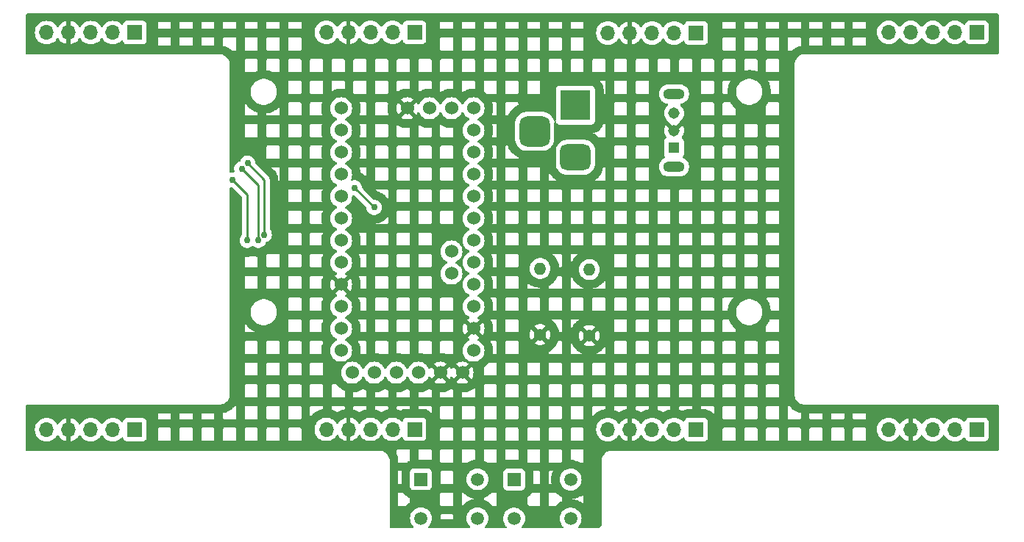
<source format=gbl>
%TF.GenerationSoftware,KiCad,Pcbnew,8.0.1*%
%TF.CreationDate,2024-08-12T20:51:51+05:30*%
%TF.ProjectId,4x8x8 LED Matrix Pcb,34783878-3820-44c4-9544-204d61747269,rev?*%
%TF.SameCoordinates,Original*%
%TF.FileFunction,Copper,L2,Bot*%
%TF.FilePolarity,Positive*%
%FSLAX46Y46*%
G04 Gerber Fmt 4.6, Leading zero omitted, Abs format (unit mm)*
G04 Created by KiCad (PCBNEW 8.0.1) date 2024-08-12 20:51:51*
%MOMM*%
%LPD*%
G01*
G04 APERTURE LIST*
G04 Aperture macros list*
%AMRoundRect*
0 Rectangle with rounded corners*
0 $1 Rounding radius*
0 $2 $3 $4 $5 $6 $7 $8 $9 X,Y pos of 4 corners*
0 Add a 4 corners polygon primitive as box body*
4,1,4,$2,$3,$4,$5,$6,$7,$8,$9,$2,$3,0*
0 Add four circle primitives for the rounded corners*
1,1,$1+$1,$2,$3*
1,1,$1+$1,$4,$5*
1,1,$1+$1,$6,$7*
1,1,$1+$1,$8,$9*
0 Add four rect primitives between the rounded corners*
20,1,$1+$1,$2,$3,$4,$5,0*
20,1,$1+$1,$4,$5,$6,$7,0*
20,1,$1+$1,$6,$7,$8,$9,0*
20,1,$1+$1,$8,$9,$2,$3,0*%
G04 Aperture macros list end*
%TA.AperFunction,ComponentPad*%
%ADD10C,1.524000*%
%TD*%
%TA.AperFunction,ComponentPad*%
%ADD11R,1.700000X1.700000*%
%TD*%
%TA.AperFunction,ComponentPad*%
%ADD12O,1.700000X1.700000*%
%TD*%
%TA.AperFunction,ComponentPad*%
%ADD13C,1.400000*%
%TD*%
%TA.AperFunction,ComponentPad*%
%ADD14O,1.400000X1.400000*%
%TD*%
%TA.AperFunction,ComponentPad*%
%ADD15R,1.308000X1.308000*%
%TD*%
%TA.AperFunction,ComponentPad*%
%ADD16C,1.308000*%
%TD*%
%TA.AperFunction,ComponentPad*%
%ADD17O,2.460000X1.230000*%
%TD*%
%TA.AperFunction,ComponentPad*%
%ADD18R,1.508000X1.508000*%
%TD*%
%TA.AperFunction,ComponentPad*%
%ADD19C,1.508000*%
%TD*%
%TA.AperFunction,ComponentPad*%
%ADD20R,3.500000X3.500000*%
%TD*%
%TA.AperFunction,ComponentPad*%
%ADD21RoundRect,0.750000X1.000000X-0.750000X1.000000X0.750000X-1.000000X0.750000X-1.000000X-0.750000X0*%
%TD*%
%TA.AperFunction,ComponentPad*%
%ADD22RoundRect,0.875000X0.875000X-0.875000X0.875000X0.875000X-0.875000X0.875000X-0.875000X-0.875000X0*%
%TD*%
%TA.AperFunction,ViaPad*%
%ADD23C,0.750000*%
%TD*%
%TA.AperFunction,Conductor*%
%ADD24C,0.230000*%
%TD*%
G04 APERTURE END LIST*
D10*
%TO.P,U1,0,TXO*%
%TO.N,unconnected-(U1-TXO-Pad0)*%
X125730000Y-111125000D03*
%TO.P,U1,1,RXI*%
%TO.N,unconnected-(U1-RXI-Pad1)*%
X125730000Y-108585000D03*
%TO.P,U1,2,RST*%
%TO.N,unconnected-(U1-RST-Pad2)*%
X125730000Y-106045000D03*
%TO.P,U1,3,GND*%
%TO.N,GND*%
X125730000Y-103505000D03*
%TO.P,U1,4,2*%
%TO.N,unconnected-(U1-2-Pad4)*%
X125730000Y-100965000D03*
%TO.P,U1,5,3*%
%TO.N,unconnected-(U1-3-Pad5)*%
X125730000Y-98425000D03*
%TO.P,U1,6,4*%
%TO.N,/MODE_SEL*%
X125730000Y-95885000D03*
%TO.P,U1,7,5*%
%TO.N,/TIMER_RST*%
X125730000Y-93345000D03*
%TO.P,U1,8,6*%
%TO.N,unconnected-(U1-6-Pad8)*%
X125730000Y-90805000D03*
%TO.P,U1,9,7*%
%TO.N,unconnected-(U1-7-Pad9)*%
X125730000Y-88265000D03*
%TO.P,U1,10,8*%
%TO.N,unconnected-(U1-8-Pad10)*%
X125730000Y-85725000D03*
%TO.P,U1,11,9*%
%TO.N,unconnected-(U1-9-Pad11)*%
X125730000Y-83185000D03*
%TO.P,U1,12,GND*%
%TO.N,GND*%
X133350000Y-83185000D03*
%TO.P,U1,13,A6*%
%TO.N,unconnected-(U1-A6-Pad13)*%
X135890000Y-83185000D03*
%TO.P,U1,14,A7*%
%TO.N,unconnected-(U1-A7-Pad14)*%
X138430000Y-83185000D03*
%TO.P,U1,15,10*%
%TO.N,/CS0*%
X140970000Y-83185000D03*
%TO.P,U1,16,11*%
%TO.N,/DIN0*%
X140970000Y-85725000D03*
%TO.P,U1,17,12*%
%TO.N,unconnected-(U1-12-Pad17)*%
X140970000Y-88265000D03*
%TO.P,U1,18,13*%
%TO.N,/CLK0*%
X140970000Y-90805000D03*
%TO.P,U1,19,A0*%
%TO.N,unconnected-(U1-A0-Pad19)*%
X140970000Y-93345000D03*
%TO.P,U1,20,A1*%
%TO.N,unconnected-(U1-A1-Pad20)*%
X140970000Y-95885000D03*
%TO.P,U1,21,A2*%
%TO.N,unconnected-(U1-A2-Pad21)*%
X140970000Y-98425000D03*
%TO.P,U1,22,A3*%
%TO.N,unconnected-(U1-A3-Pad22)*%
X140970000Y-100965000D03*
%TO.P,U1,23,Vcc*%
%TO.N,unconnected-(U1-Vcc-Pad23)*%
X140970000Y-103505000D03*
%TO.P,U1,24,RST*%
%TO.N,unconnected-(U1-RST-Pad24)*%
X140970000Y-106045000D03*
%TO.P,U1,25,GND*%
%TO.N,GND*%
X140970000Y-108585000D03*
%TO.P,U1,26,RAW*%
%TO.N,unconnected-(U1-RAW-Pad26)*%
X140970000Y-111125000D03*
%TO.P,U1,27,GND*%
%TO.N,GND*%
X139700000Y-113665000D03*
%TO.P,U1,28,GND*%
X137160000Y-113665000D03*
%TO.P,U1,29,Vcc*%
%TO.N,/Vcc*%
X134620000Y-113665000D03*
%TO.P,U1,30,TXI*%
%TO.N,unconnected-(U1-TXI-Pad30)*%
X132080000Y-113665000D03*
%TO.P,U1,31,TXO*%
%TO.N,unconnected-(U1-TXO-Pad31)*%
X129540000Y-113665000D03*
%TO.P,U1,32,DTR*%
%TO.N,unconnected-(U1-DTR-Pad32)*%
X127000000Y-113665000D03*
%TO.P,U1,33,A4*%
%TO.N,unconnected-(U1-A4-Pad33)*%
X138430000Y-99695000D03*
%TO.P,U1,34,A5*%
%TO.N,unconnected-(U1-A5-Pad34)*%
X138430000Y-102235000D03*
%TD*%
D11*
%TO.P,J8,1,Pin_1*%
%TO.N,/CLK3*%
X198920000Y-120210000D03*
D12*
%TO.P,J8,2,Pin_2*%
%TO.N,/CS3*%
X196380000Y-120210000D03*
%TO.P,J8,3,Pin_3*%
%TO.N,/DIN3*%
X193840000Y-120210000D03*
%TO.P,J8,4,Pin_4*%
%TO.N,GND*%
X191300000Y-120210000D03*
%TO.P,J8,5,Pin_5*%
%TO.N,/Vcc*%
X188760000Y-120210000D03*
%TD*%
%TO.P,J6,5,Pin_5*%
%TO.N,/Vcc*%
X156440000Y-120210000D03*
%TO.P,J6,4,Pin_4*%
%TO.N,GND*%
X158980000Y-120210000D03*
%TO.P,J6,3,Pin_3*%
%TO.N,/DIN2*%
X161520000Y-120210000D03*
%TO.P,J6,2,Pin_2*%
%TO.N,/CS2*%
X164060000Y-120210000D03*
D11*
%TO.P,J6,1,Pin_1*%
%TO.N,/CLK2*%
X166600000Y-120210000D03*
%TD*%
D13*
%TO.P,R1,1*%
%TO.N,GND*%
X148640000Y-109280000D03*
D14*
%TO.P,R1,2*%
%TO.N,/TIMER_RST*%
X148640000Y-101660000D03*
%TD*%
D11*
%TO.P,J9,1,Pin_1*%
%TO.N,unconnected-(J9-Pin_1-Pad1)*%
X198920000Y-74420000D03*
D12*
%TO.P,J9,2,Pin_2*%
%TO.N,unconnected-(J9-Pin_2-Pad2)*%
X196380000Y-74420000D03*
%TO.P,J9,3,Pin_3*%
%TO.N,unconnected-(J9-Pin_3-Pad3)*%
X193840000Y-74420000D03*
%TO.P,J9,4,Pin_4*%
%TO.N,unconnected-(J9-Pin_4-Pad4)*%
X191300000Y-74420000D03*
%TO.P,J9,5,Pin_5*%
%TO.N,unconnected-(J9-Pin_5-Pad5)*%
X188760000Y-74420000D03*
%TD*%
D15*
%TO.P,S1,1*%
%TO.N,unconnected-(S1-Pad1)*%
X164057500Y-87740000D03*
D16*
%TO.P,S1,2*%
%TO.N,GND*%
X164057500Y-85740000D03*
%TO.P,S1,3*%
%TO.N,Net-(J1-Pad2)*%
X164057500Y-83740000D03*
D17*
%TO.P,S1,S1,SHIELD*%
%TO.N,unconnected-(S1-SHIELD-PadS1)*%
X164057500Y-89940000D03*
%TO.P,S1,S2,SHIELD*%
%TO.N,unconnected-(S1-SHIELD-PadS2)*%
X164057500Y-81540000D03*
%TD*%
D11*
%TO.P,J7,1,Pin_1*%
%TO.N,/CLK3*%
X166600000Y-74490000D03*
D12*
%TO.P,J7,2,Pin_2*%
%TO.N,/CS3*%
X164060000Y-74490000D03*
%TO.P,J7,3,Pin_3*%
%TO.N,/DIN3*%
X161520000Y-74490000D03*
%TO.P,J7,4,Pin_4*%
%TO.N,GND*%
X158980000Y-74490000D03*
%TO.P,J7,5,Pin_5*%
%TO.N,/Vcc*%
X156440000Y-74490000D03*
%TD*%
D18*
%TO.P,S2,1*%
%TO.N,/MODE_SEL*%
X134925000Y-125950000D03*
D19*
%TO.P,S2,2*%
X141425000Y-125950000D03*
%TO.P,S2,3*%
%TO.N,/Vcc*%
X134925000Y-130450000D03*
%TO.P,S2,4*%
X141425000Y-130450000D03*
%TD*%
D11*
%TO.P,J4,1,Pin_1*%
%TO.N,/CLK1*%
X134190000Y-120190000D03*
D12*
%TO.P,J4,2,Pin_2*%
%TO.N,/CS1*%
X131650000Y-120190000D03*
%TO.P,J4,3,Pin_3*%
%TO.N,/DIN1*%
X129110000Y-120190000D03*
%TO.P,J4,4,Pin_4*%
%TO.N,GND*%
X126570000Y-120190000D03*
%TO.P,J4,5,Pin_5*%
%TO.N,/Vcc*%
X124030000Y-120190000D03*
%TD*%
D20*
%TO.P,J1,1*%
%TO.N,/Vcc*%
X152712500Y-82820000D03*
D21*
%TO.P,J1,2*%
%TO.N,Net-(J1-Pad2)*%
X152712500Y-88820000D03*
D22*
%TO.P,J1,3*%
%TO.N,N/C*%
X148012500Y-85820000D03*
%TD*%
D13*
%TO.P,R2,1*%
%TO.N,GND*%
X154310000Y-109400000D03*
D14*
%TO.P,R2,2*%
%TO.N,/MODE_SEL*%
X154310000Y-101780000D03*
%TD*%
D12*
%TO.P,J2,5,Pin_5*%
%TO.N,/Vcc*%
X91840000Y-120230000D03*
%TO.P,J2,4,Pin_4*%
%TO.N,GND*%
X94380000Y-120230000D03*
%TO.P,J2,3,Pin_3*%
%TO.N,/DIN0*%
X96920000Y-120230000D03*
%TO.P,J2,2,Pin_2*%
%TO.N,/CS0*%
X99460000Y-120230000D03*
D11*
%TO.P,J2,1,Pin_1*%
%TO.N,/CLK0*%
X102000000Y-120230000D03*
%TD*%
%TO.P,J5,1,Pin_1*%
%TO.N,/CLK2*%
X134190000Y-74420000D03*
D12*
%TO.P,J5,2,Pin_2*%
%TO.N,/CS2*%
X131650000Y-74420000D03*
%TO.P,J5,3,Pin_3*%
%TO.N,/DIN2*%
X129110000Y-74420000D03*
%TO.P,J5,4,Pin_4*%
%TO.N,GND*%
X126570000Y-74420000D03*
%TO.P,J5,5,Pin_5*%
%TO.N,/Vcc*%
X124030000Y-74420000D03*
%TD*%
D18*
%TO.P,S3,1*%
%TO.N,/TIMER_RST*%
X145650000Y-125975000D03*
D19*
%TO.P,S3,2*%
X152150000Y-125975000D03*
%TO.P,S3,3*%
%TO.N,/Vcc*%
X145650000Y-130475000D03*
%TO.P,S3,4*%
X152150000Y-130475000D03*
%TD*%
D11*
%TO.P,J3,1,Pin_1*%
%TO.N,/CLK1*%
X102000000Y-74450000D03*
D12*
%TO.P,J3,2,Pin_2*%
%TO.N,/CS1*%
X99460000Y-74450000D03*
%TO.P,J3,3,Pin_3*%
%TO.N,/DIN1*%
X96920000Y-74450000D03*
%TO.P,J3,4,Pin_4*%
%TO.N,GND*%
X94380000Y-74450000D03*
%TO.P,J3,5,Pin_5*%
%TO.N,/Vcc*%
X91840000Y-74450000D03*
%TD*%
D23*
%TO.N,/TIMER_RST*%
X127273649Y-92348652D03*
X129540000Y-94615000D03*
%TO.N,/CLK1*%
X116895000Y-97753247D03*
X114971753Y-89498247D03*
%TO.N,/CS1*%
X116205000Y-98425000D03*
X114300000Y-90170000D03*
%TO.N,/DIN1*%
X114935000Y-98425000D03*
X113270000Y-91440000D03*
%TD*%
D24*
%TO.N,/TIMER_RST*%
X127273652Y-92348652D02*
X127273649Y-92348652D01*
X129540000Y-94615000D02*
X127273652Y-92348652D01*
%TO.N,/CLK1*%
X114971753Y-89498247D02*
X116895000Y-91421494D01*
X116895000Y-91421494D02*
X116895000Y-97753247D01*
%TO.N,/CS1*%
X116205000Y-92075000D02*
X116205000Y-98425000D01*
X114300000Y-90170000D02*
X116205000Y-92075000D01*
%TO.N,/DIN1*%
X113270000Y-91440000D02*
X114935000Y-93105000D01*
X114935000Y-93105000D02*
X114935000Y-98425000D01*
%TD*%
%TA.AperFunction,Conductor*%
%TO.N,GND*%
G36*
X201306980Y-72257883D02*
G01*
X201322278Y-72260926D01*
X201366933Y-72279411D01*
X201368085Y-72280180D01*
X201369555Y-72281162D01*
X201403837Y-72315444D01*
X201404462Y-72316379D01*
X201405588Y-72318066D01*
X201424072Y-72362713D01*
X201427116Y-72378018D01*
X201429500Y-72402210D01*
X201429500Y-76822789D01*
X201427117Y-76846980D01*
X201425707Y-76854066D01*
X201424072Y-76862286D01*
X201405588Y-76906933D01*
X201403839Y-76909553D01*
X201369553Y-76943839D01*
X201366933Y-76945588D01*
X201322286Y-76964072D01*
X201314066Y-76965707D01*
X201306982Y-76967116D01*
X201282789Y-76969500D01*
X178970654Y-76969500D01*
X178774988Y-77004001D01*
X178588286Y-77071956D01*
X178588279Y-77071959D01*
X178416219Y-77171298D01*
X178416213Y-77171302D01*
X178264014Y-77299014D01*
X178136302Y-77451213D01*
X178136298Y-77451219D01*
X178036959Y-77623279D01*
X178036956Y-77623286D01*
X177969001Y-77809988D01*
X177934500Y-78005654D01*
X177934500Y-116304345D01*
X177969001Y-116500011D01*
X178028375Y-116663138D01*
X178036957Y-116686716D01*
X178136300Y-116858784D01*
X178264014Y-117010986D01*
X178416216Y-117138700D01*
X178588284Y-117238043D01*
X178774988Y-117305998D01*
X178970657Y-117340500D01*
X179004108Y-117340500D01*
X201229108Y-117340500D01*
X201282789Y-117340500D01*
X201306980Y-117342883D01*
X201322278Y-117345926D01*
X201366933Y-117364411D01*
X201368085Y-117365180D01*
X201369555Y-117366162D01*
X201403837Y-117400444D01*
X201404112Y-117400855D01*
X201405588Y-117403066D01*
X201424072Y-117447713D01*
X201427116Y-117463018D01*
X201429500Y-117487210D01*
X201429500Y-122506204D01*
X201409815Y-122573243D01*
X201408674Y-122574987D01*
X201369143Y-122634283D01*
X201315577Y-122679144D01*
X201265969Y-122689500D01*
X156745654Y-122689500D01*
X156549988Y-122724001D01*
X156363286Y-122791956D01*
X156363279Y-122791959D01*
X156191219Y-122891298D01*
X156191213Y-122891302D01*
X156039014Y-123019014D01*
X155911302Y-123171213D01*
X155911298Y-123171219D01*
X155811959Y-123343279D01*
X155811956Y-123343286D01*
X155744001Y-123529988D01*
X155709500Y-123725654D01*
X155709500Y-131259138D01*
X155689815Y-131326177D01*
X155673181Y-131346819D01*
X155476819Y-131543181D01*
X155415496Y-131576666D01*
X155389138Y-131579500D01*
X153118993Y-131579500D01*
X153051954Y-131559815D01*
X153006199Y-131507011D01*
X152996255Y-131437853D01*
X153025280Y-131374297D01*
X153031312Y-131367819D01*
X153072954Y-131326177D01*
X153114674Y-131284457D01*
X153240579Y-131104646D01*
X153333347Y-130905703D01*
X153390161Y-130693674D01*
X153406240Y-130509887D01*
X153409292Y-130475002D01*
X153409292Y-130474997D01*
X153390161Y-130256331D01*
X153390161Y-130256326D01*
X153333347Y-130044297D01*
X153240579Y-129845354D01*
X153240577Y-129845351D01*
X153240576Y-129845349D01*
X153114677Y-129665547D01*
X153114672Y-129665541D01*
X152959458Y-129510327D01*
X152959452Y-129510322D01*
X152779650Y-129384423D01*
X152779642Y-129384419D01*
X152580708Y-129291655D01*
X152580706Y-129291654D01*
X152580703Y-129291653D01*
X152429885Y-129251240D01*
X152368675Y-129234839D01*
X152368668Y-129234838D01*
X152150002Y-129215708D01*
X152149998Y-129215708D01*
X151931331Y-129234838D01*
X151931324Y-129234839D01*
X151812597Y-129266653D01*
X151719297Y-129291653D01*
X151719295Y-129291653D01*
X151719291Y-129291655D01*
X151520357Y-129384419D01*
X151520349Y-129384423D01*
X151340547Y-129510322D01*
X151340541Y-129510327D01*
X151185327Y-129665541D01*
X151185322Y-129665547D01*
X151059423Y-129845349D01*
X151059419Y-129845357D01*
X150966655Y-130044291D01*
X150966653Y-130044295D01*
X150966653Y-130044297D01*
X150942642Y-130133902D01*
X150909839Y-130256324D01*
X150909838Y-130256331D01*
X150890708Y-130474997D01*
X150890708Y-130475002D01*
X150907651Y-130668675D01*
X150909839Y-130693674D01*
X150966653Y-130905703D01*
X150966654Y-130905706D01*
X150966655Y-130905708D01*
X151059419Y-131104642D01*
X151059423Y-131104650D01*
X151185322Y-131284452D01*
X151185327Y-131284458D01*
X151268688Y-131367819D01*
X151302173Y-131429142D01*
X151297189Y-131498834D01*
X151255317Y-131554767D01*
X151189853Y-131579184D01*
X151181007Y-131579500D01*
X146618993Y-131579500D01*
X146551954Y-131559815D01*
X146506199Y-131507011D01*
X146496255Y-131437853D01*
X146525280Y-131374297D01*
X146531312Y-131367819D01*
X146572954Y-131326177D01*
X146614674Y-131284457D01*
X146740579Y-131104646D01*
X146833347Y-130905703D01*
X146890161Y-130693674D01*
X146906240Y-130509887D01*
X146909292Y-130475002D01*
X146909292Y-130474997D01*
X146890161Y-130256331D01*
X146890161Y-130256326D01*
X146833347Y-130044297D01*
X146740579Y-129845354D01*
X146740577Y-129845351D01*
X146740576Y-129845349D01*
X146614677Y-129665547D01*
X146614672Y-129665541D01*
X146459458Y-129510327D01*
X146459452Y-129510322D01*
X146279650Y-129384423D01*
X146279642Y-129384419D01*
X146080708Y-129291655D01*
X146080706Y-129291654D01*
X146080703Y-129291653D01*
X145929885Y-129251240D01*
X145868675Y-129234839D01*
X145868668Y-129234838D01*
X145650002Y-129215708D01*
X145649998Y-129215708D01*
X145431331Y-129234838D01*
X145431324Y-129234839D01*
X145312597Y-129266653D01*
X145219297Y-129291653D01*
X145219295Y-129291653D01*
X145219291Y-129291655D01*
X145020357Y-129384419D01*
X145020349Y-129384423D01*
X144840547Y-129510322D01*
X144840541Y-129510327D01*
X144685327Y-129665541D01*
X144685322Y-129665547D01*
X144559423Y-129845349D01*
X144559419Y-129845357D01*
X144466655Y-130044291D01*
X144466653Y-130044295D01*
X144466653Y-130044297D01*
X144442642Y-130133902D01*
X144409839Y-130256324D01*
X144409838Y-130256331D01*
X144390708Y-130474997D01*
X144390708Y-130475002D01*
X144407651Y-130668675D01*
X144409839Y-130693674D01*
X144466653Y-130905703D01*
X144466654Y-130905706D01*
X144466655Y-130905708D01*
X144559419Y-131104642D01*
X144559423Y-131104650D01*
X144685322Y-131284452D01*
X144685327Y-131284458D01*
X144768688Y-131367819D01*
X144802173Y-131429142D01*
X144797189Y-131498834D01*
X144755317Y-131554767D01*
X144689853Y-131579184D01*
X144681007Y-131579500D01*
X142368993Y-131579500D01*
X142301954Y-131559815D01*
X142256199Y-131507011D01*
X142246255Y-131437853D01*
X142275280Y-131374297D01*
X142281312Y-131367819D01*
X142322954Y-131326177D01*
X142389674Y-131259457D01*
X142515579Y-131079646D01*
X142608347Y-130880703D01*
X142665161Y-130668674D01*
X142684292Y-130450000D01*
X142681913Y-130422811D01*
X142677117Y-130367997D01*
X142665161Y-130231326D01*
X142608347Y-130019297D01*
X142515579Y-129820354D01*
X142515577Y-129820351D01*
X142515576Y-129820349D01*
X142389677Y-129640547D01*
X142389672Y-129640541D01*
X142234458Y-129485327D01*
X142234452Y-129485322D01*
X142054650Y-129359423D01*
X142054642Y-129359419D01*
X141855708Y-129266655D01*
X141855706Y-129266654D01*
X141855703Y-129266653D01*
X141704885Y-129226240D01*
X141643675Y-129209839D01*
X141643668Y-129209838D01*
X141425002Y-129190708D01*
X141424998Y-129190708D01*
X141206331Y-129209838D01*
X141206324Y-129209839D01*
X141113030Y-129234838D01*
X140994297Y-129266653D01*
X140994295Y-129266653D01*
X140994291Y-129266655D01*
X140795357Y-129359419D01*
X140795349Y-129359423D01*
X140615547Y-129485322D01*
X140615541Y-129485327D01*
X140460327Y-129640541D01*
X140460322Y-129640547D01*
X140334423Y-129820349D01*
X140334419Y-129820357D01*
X140241655Y-130019291D01*
X140184839Y-130231324D01*
X140184838Y-130231331D01*
X140165708Y-130449997D01*
X140165708Y-130450002D01*
X140168086Y-130477189D01*
X140184839Y-130668674D01*
X140241653Y-130880703D01*
X140241654Y-130880706D01*
X140241655Y-130880708D01*
X140334419Y-131079642D01*
X140334423Y-131079650D01*
X140460322Y-131259452D01*
X140460327Y-131259458D01*
X140568688Y-131367819D01*
X140602173Y-131429142D01*
X140597189Y-131498834D01*
X140555317Y-131554767D01*
X140489853Y-131579184D01*
X140481007Y-131579500D01*
X135868993Y-131579500D01*
X135801954Y-131559815D01*
X135756199Y-131507011D01*
X135746255Y-131437853D01*
X135775280Y-131374297D01*
X135781312Y-131367819D01*
X135822954Y-131326177D01*
X135889674Y-131259457D01*
X136015579Y-131079646D01*
X136108347Y-130880703D01*
X136165161Y-130668674D01*
X136184292Y-130450000D01*
X136181913Y-130422811D01*
X136177117Y-130367997D01*
X136165161Y-130231326D01*
X136127823Y-130091982D01*
X137153546Y-130091982D01*
X137156876Y-130117275D01*
X137157465Y-130122652D01*
X137180392Y-130384716D01*
X137180746Y-130390113D01*
X137182174Y-130422811D01*
X137182292Y-130428221D01*
X137182292Y-130471779D01*
X137182174Y-130477189D01*
X137180746Y-130509887D01*
X137180392Y-130515284D01*
X137174599Y-130581500D01*
X138650500Y-130581500D01*
X138650500Y-130104165D01*
X138621015Y-130032984D01*
X138549835Y-130003500D01*
X137249165Y-130003500D01*
X137177984Y-130032984D01*
X137153546Y-130091982D01*
X136127823Y-130091982D01*
X136108347Y-130019297D01*
X136015579Y-129820354D01*
X136015577Y-129820351D01*
X136015576Y-129820349D01*
X135889677Y-129640547D01*
X135889672Y-129640541D01*
X135734458Y-129485327D01*
X135734452Y-129485322D01*
X135554650Y-129359423D01*
X135554642Y-129359419D01*
X135355708Y-129266655D01*
X135355706Y-129266654D01*
X135355703Y-129266653D01*
X135204885Y-129226240D01*
X135143675Y-129209839D01*
X135143668Y-129209838D01*
X134925002Y-129190708D01*
X134924998Y-129190708D01*
X134706331Y-129209838D01*
X134706324Y-129209839D01*
X134613030Y-129234838D01*
X134494297Y-129266653D01*
X134494295Y-129266653D01*
X134494291Y-129266655D01*
X134295357Y-129359419D01*
X134295349Y-129359423D01*
X134115547Y-129485322D01*
X134115541Y-129485327D01*
X133960327Y-129640541D01*
X133960322Y-129640547D01*
X133834423Y-129820349D01*
X133834419Y-129820357D01*
X133741655Y-130019291D01*
X133684839Y-130231324D01*
X133684838Y-130231331D01*
X133665708Y-130449997D01*
X133665708Y-130450002D01*
X133668086Y-130477189D01*
X133684839Y-130668674D01*
X133741653Y-130880703D01*
X133741654Y-130880706D01*
X133741655Y-130880708D01*
X133834419Y-131079642D01*
X133834423Y-131079650D01*
X133960322Y-131259452D01*
X133960327Y-131259458D01*
X134068688Y-131367819D01*
X134102173Y-131429142D01*
X134097189Y-131498834D01*
X134055317Y-131554767D01*
X133989853Y-131579184D01*
X133981007Y-131579500D01*
X131493794Y-131579500D01*
X131426755Y-131559815D01*
X131425062Y-131558708D01*
X131365716Y-131519144D01*
X131320856Y-131465578D01*
X131310500Y-131415970D01*
X131310500Y-127503500D01*
X132308500Y-127503500D01*
X132308500Y-129005500D01*
X133190394Y-129005500D01*
X133209835Y-128982333D01*
X133213398Y-128978270D01*
X133235498Y-128954152D01*
X133239240Y-128950244D01*
X133284650Y-128904834D01*
X137148500Y-128904834D01*
X137177984Y-128976015D01*
X137249165Y-129005500D01*
X138549835Y-129005500D01*
X138621015Y-128976015D01*
X138650500Y-128904834D01*
X139648500Y-128904834D01*
X139677984Y-128976015D01*
X139705553Y-128987435D01*
X139709835Y-128982333D01*
X139713398Y-128978270D01*
X139735498Y-128954152D01*
X139739240Y-128950244D01*
X139925244Y-128764240D01*
X139929152Y-128760498D01*
X139953270Y-128738398D01*
X139957333Y-128734835D01*
X139990700Y-128706834D01*
X139994919Y-128703448D01*
X140020899Y-128683511D01*
X140025267Y-128680308D01*
X140240770Y-128529412D01*
X140245270Y-128526405D01*
X140272885Y-128508813D01*
X140277511Y-128506006D01*
X140315234Y-128484228D01*
X140319975Y-128481627D01*
X140348998Y-128466519D01*
X140353850Y-128464127D01*
X140592270Y-128352951D01*
X140597221Y-128350772D01*
X140627471Y-128338242D01*
X140632519Y-128336279D01*
X140673449Y-128321384D01*
X140678569Y-128319646D01*
X140701501Y-128312416D01*
X142148500Y-128312416D01*
X142171431Y-128319646D01*
X142176551Y-128321384D01*
X142217481Y-128336279D01*
X142222529Y-128338242D01*
X142252779Y-128350772D01*
X142257730Y-128352951D01*
X142496150Y-128464127D01*
X142501002Y-128466519D01*
X142530025Y-128481627D01*
X142534766Y-128484228D01*
X142572489Y-128506006D01*
X142577115Y-128508813D01*
X142604730Y-128526405D01*
X142609230Y-128529412D01*
X142824733Y-128680308D01*
X142829101Y-128683511D01*
X142855081Y-128703448D01*
X142859300Y-128706834D01*
X142892667Y-128734835D01*
X142896730Y-128738398D01*
X142920848Y-128760498D01*
X142924756Y-128764240D01*
X143110760Y-128950244D01*
X143114502Y-128954152D01*
X143136602Y-128978270D01*
X143140165Y-128982333D01*
X143159606Y-129005500D01*
X143549835Y-129005500D01*
X143621015Y-128976015D01*
X143650500Y-128904834D01*
X143650500Y-128788037D01*
X147148500Y-128788037D01*
X147149756Y-128789240D01*
X147335760Y-128975244D01*
X147339502Y-128979152D01*
X147361602Y-129003270D01*
X147363558Y-129005500D01*
X148549835Y-129005500D01*
X148621015Y-128976015D01*
X148650500Y-128904834D01*
X149648500Y-128904834D01*
X149677984Y-128976015D01*
X149749165Y-129005500D01*
X150436442Y-129005500D01*
X150438398Y-129003270D01*
X150460498Y-128979152D01*
X150464240Y-128975244D01*
X150650244Y-128789240D01*
X150654152Y-128785498D01*
X150678270Y-128763398D01*
X150682333Y-128759835D01*
X150715700Y-128731834D01*
X150719919Y-128728448D01*
X150745899Y-128708511D01*
X150750267Y-128705308D01*
X150965770Y-128554412D01*
X150970270Y-128551405D01*
X150997885Y-128533813D01*
X151002511Y-128531006D01*
X151040234Y-128509228D01*
X151044975Y-128506627D01*
X151073998Y-128491519D01*
X151078849Y-128489127D01*
X151150500Y-128455715D01*
X151150500Y-128225000D01*
X152276916Y-128225000D01*
X152477348Y-128242535D01*
X152482725Y-128243124D01*
X152515170Y-128247395D01*
X152520516Y-128248217D01*
X152563413Y-128255780D01*
X152568722Y-128256836D01*
X152600684Y-128263922D01*
X152605939Y-128265208D01*
X152860039Y-128333296D01*
X152865230Y-128334809D01*
X152896431Y-128344646D01*
X152901551Y-128346384D01*
X152942481Y-128361279D01*
X152947529Y-128363242D01*
X152977779Y-128375772D01*
X152982730Y-128377951D01*
X153221150Y-128489127D01*
X153226002Y-128491519D01*
X153255025Y-128506627D01*
X153259766Y-128509228D01*
X153297489Y-128531006D01*
X153302115Y-128533813D01*
X153329730Y-128551405D01*
X153334230Y-128554412D01*
X153549733Y-128705308D01*
X153554101Y-128708511D01*
X153580081Y-128728448D01*
X153584300Y-128731834D01*
X153617667Y-128759835D01*
X153621730Y-128763398D01*
X153645848Y-128785498D01*
X153649756Y-128789240D01*
X153650500Y-128789984D01*
X153650500Y-127660016D01*
X153649757Y-127660760D01*
X153645848Y-127664502D01*
X153621730Y-127686602D01*
X153617667Y-127690165D01*
X153584300Y-127718166D01*
X153580081Y-127721552D01*
X153554101Y-127741489D01*
X153549733Y-127744692D01*
X153334230Y-127895588D01*
X153329730Y-127898595D01*
X153302115Y-127916187D01*
X153297489Y-127918994D01*
X153259766Y-127940772D01*
X153255025Y-127943373D01*
X153226002Y-127958481D01*
X153221150Y-127960873D01*
X152982730Y-128072049D01*
X152977779Y-128074228D01*
X152947529Y-128086758D01*
X152942481Y-128088721D01*
X152901551Y-128103616D01*
X152896431Y-128105354D01*
X152865230Y-128115191D01*
X152860039Y-128116704D01*
X152605939Y-128184792D01*
X152600684Y-128186078D01*
X152568722Y-128193164D01*
X152563413Y-128194220D01*
X152520516Y-128201783D01*
X152515170Y-128202605D01*
X152482725Y-128206876D01*
X152477348Y-128207465D01*
X152276916Y-128225000D01*
X151150500Y-128225000D01*
X151150500Y-127994283D01*
X151078850Y-127960873D01*
X151073998Y-127958481D01*
X151044975Y-127943373D01*
X151040234Y-127940772D01*
X151002511Y-127918994D01*
X150997885Y-127916187D01*
X150970270Y-127898595D01*
X150965770Y-127895588D01*
X150750267Y-127744692D01*
X150745899Y-127741489D01*
X150719919Y-127721552D01*
X150715700Y-127718166D01*
X150682333Y-127690165D01*
X150678270Y-127686602D01*
X150654152Y-127664502D01*
X150650244Y-127660760D01*
X150492984Y-127503500D01*
X149749165Y-127503500D01*
X149677984Y-127532984D01*
X149648500Y-127604165D01*
X149648500Y-128904834D01*
X148650500Y-128904834D01*
X148650500Y-127604165D01*
X148621015Y-127532984D01*
X148549835Y-127503500D01*
X147692493Y-127503500D01*
X147673146Y-127533604D01*
X147668098Y-127540874D01*
X147539114Y-127713173D01*
X147533561Y-127720064D01*
X147498481Y-127760549D01*
X147492449Y-127767028D01*
X147442028Y-127817449D01*
X147435549Y-127823481D01*
X147395064Y-127858561D01*
X147388173Y-127864114D01*
X147215874Y-127993098D01*
X147208604Y-127998146D01*
X147163537Y-128027110D01*
X147155923Y-128031628D01*
X147148500Y-128035681D01*
X147148500Y-128788037D01*
X143650500Y-128788037D01*
X143650500Y-127604165D01*
X143621015Y-127532984D01*
X143549834Y-127503500D01*
X143057016Y-127503500D01*
X142924756Y-127635760D01*
X142920848Y-127639502D01*
X142896730Y-127661602D01*
X142892667Y-127665165D01*
X142859300Y-127693166D01*
X142855081Y-127696552D01*
X142829101Y-127716489D01*
X142824733Y-127719692D01*
X142609230Y-127870588D01*
X142604730Y-127873595D01*
X142577115Y-127891187D01*
X142572489Y-127893994D01*
X142534766Y-127915772D01*
X142530025Y-127918373D01*
X142501002Y-127933481D01*
X142496150Y-127935873D01*
X142257730Y-128047049D01*
X142252779Y-128049228D01*
X142222529Y-128061758D01*
X142217481Y-128063721D01*
X142176551Y-128078616D01*
X142171431Y-128080354D01*
X142148500Y-128087583D01*
X142148500Y-128312416D01*
X140701501Y-128312416D01*
X140709770Y-128309809D01*
X140714961Y-128308296D01*
X140969061Y-128240208D01*
X140974316Y-128238922D01*
X141006278Y-128231836D01*
X141011587Y-128230780D01*
X141054484Y-128223217D01*
X141059830Y-128222395D01*
X141092275Y-128218124D01*
X141097651Y-128217535D01*
X141150500Y-128212911D01*
X141150500Y-128187088D01*
X141097652Y-128182465D01*
X141092275Y-128181876D01*
X141059830Y-128177605D01*
X141054484Y-128176783D01*
X141011587Y-128169220D01*
X141006278Y-128168164D01*
X140974316Y-128161078D01*
X140969061Y-128159792D01*
X140714961Y-128091704D01*
X140709770Y-128090191D01*
X140678569Y-128080354D01*
X140673449Y-128078616D01*
X140632519Y-128063721D01*
X140627471Y-128061758D01*
X140597221Y-128049228D01*
X140592270Y-128047049D01*
X140353850Y-127935873D01*
X140348998Y-127933481D01*
X140319975Y-127918373D01*
X140315234Y-127915772D01*
X140277511Y-127893994D01*
X140272885Y-127891187D01*
X140245270Y-127873595D01*
X140240770Y-127870588D01*
X140025267Y-127719692D01*
X140020899Y-127716489D01*
X139994919Y-127696552D01*
X139990700Y-127693166D01*
X139957333Y-127665165D01*
X139953270Y-127661602D01*
X139929152Y-127639502D01*
X139925244Y-127635760D01*
X139792984Y-127503500D01*
X139749165Y-127503500D01*
X139677984Y-127532984D01*
X139648500Y-127604165D01*
X139648500Y-128904834D01*
X138650500Y-128904834D01*
X138650500Y-127604165D01*
X138621015Y-127532984D01*
X138549835Y-127503500D01*
X137249165Y-127503500D01*
X137177984Y-127532984D01*
X137148500Y-127604165D01*
X137148500Y-128904834D01*
X133284650Y-128904834D01*
X133425244Y-128764240D01*
X133429152Y-128760498D01*
X133453270Y-128738398D01*
X133457333Y-128734835D01*
X133490700Y-128706834D01*
X133494919Y-128703448D01*
X133520899Y-128683511D01*
X133525267Y-128680308D01*
X133650500Y-128592618D01*
X133650500Y-128109202D01*
X133546499Y-128070413D01*
X133538318Y-128067025D01*
X133489581Y-128044767D01*
X133481667Y-128040805D01*
X133419077Y-128006628D01*
X133411463Y-128002110D01*
X133366396Y-127973146D01*
X133359126Y-127968098D01*
X133186827Y-127839114D01*
X133179936Y-127833561D01*
X133139451Y-127798481D01*
X133132972Y-127792449D01*
X133082551Y-127742028D01*
X133076519Y-127735549D01*
X133041439Y-127695064D01*
X133035886Y-127688173D01*
X132906902Y-127515874D01*
X132901854Y-127508604D01*
X132898574Y-127503500D01*
X132308500Y-127503500D01*
X131310500Y-127503500D01*
X131310500Y-126751870D01*
X133670500Y-126751870D01*
X133670501Y-126751876D01*
X133676908Y-126811483D01*
X133727202Y-126946328D01*
X133727206Y-126946335D01*
X133813452Y-127061544D01*
X133813455Y-127061547D01*
X133928664Y-127147793D01*
X133928671Y-127147797D01*
X134063517Y-127198091D01*
X134063516Y-127198091D01*
X134070444Y-127198835D01*
X134123127Y-127204500D01*
X135726872Y-127204499D01*
X135786483Y-127198091D01*
X135921331Y-127147796D01*
X136036546Y-127061546D01*
X136122796Y-126946331D01*
X136173091Y-126811483D01*
X136179500Y-126751873D01*
X136179499Y-125148128D01*
X136173091Y-125088517D01*
X136171057Y-125083064D01*
X136157464Y-125046619D01*
X137172336Y-125046619D01*
X137173211Y-125054753D01*
X137173523Y-125058064D01*
X137175135Y-125078101D01*
X137175357Y-125081413D01*
X137176786Y-125108095D01*
X137176919Y-125111413D01*
X137177455Y-125131464D01*
X137177499Y-125134778D01*
X137177499Y-126474846D01*
X137177983Y-126476015D01*
X137249165Y-126505500D01*
X138549835Y-126505500D01*
X138621015Y-126476015D01*
X138650500Y-126404834D01*
X138650500Y-125950002D01*
X140165708Y-125950002D01*
X140173606Y-126040284D01*
X140184839Y-126168674D01*
X140241653Y-126380703D01*
X140241654Y-126380706D01*
X140241655Y-126380708D01*
X140334419Y-126579642D01*
X140334423Y-126579650D01*
X140460322Y-126759452D01*
X140460327Y-126759458D01*
X140615541Y-126914672D01*
X140615547Y-126914677D01*
X140795349Y-127040576D01*
X140795351Y-127040577D01*
X140795354Y-127040579D01*
X140994297Y-127133347D01*
X141206326Y-127190161D01*
X141362521Y-127203826D01*
X141424998Y-127209292D01*
X141425000Y-127209292D01*
X141425002Y-127209292D01*
X141479797Y-127204498D01*
X141643674Y-127190161D01*
X141855703Y-127133347D01*
X142054646Y-127040579D01*
X142234457Y-126914674D01*
X142372261Y-126776870D01*
X144395500Y-126776870D01*
X144395501Y-126776876D01*
X144401908Y-126836483D01*
X144452202Y-126971328D01*
X144452206Y-126971335D01*
X144538452Y-127086544D01*
X144538455Y-127086547D01*
X144653664Y-127172793D01*
X144653671Y-127172797D01*
X144788517Y-127223091D01*
X144788516Y-127223091D01*
X144795444Y-127223835D01*
X144848127Y-127229500D01*
X146451872Y-127229499D01*
X146511483Y-127223091D01*
X146646331Y-127172796D01*
X146761546Y-127086546D01*
X146847796Y-126971331D01*
X146898091Y-126836483D01*
X146904500Y-126776873D01*
X146904499Y-125173128D01*
X146898091Y-125113517D01*
X146897306Y-125111413D01*
X146857058Y-125003500D01*
X147890015Y-125003500D01*
X147898212Y-125079755D01*
X147898523Y-125083064D01*
X147900135Y-125103101D01*
X147900357Y-125106413D01*
X147901786Y-125133095D01*
X147901919Y-125136413D01*
X147902455Y-125156464D01*
X147902499Y-125159778D01*
X147902500Y-126505500D01*
X148549835Y-126505500D01*
X148621015Y-126476015D01*
X148650500Y-126404834D01*
X149648500Y-126404834D01*
X149677984Y-126476015D01*
X149749165Y-126505500D01*
X149960187Y-126505500D01*
X149940208Y-126430940D01*
X149938922Y-126425684D01*
X149931836Y-126393722D01*
X149930780Y-126388413D01*
X149923217Y-126345516D01*
X149922395Y-126340170D01*
X149918124Y-126307725D01*
X149917535Y-126302348D01*
X149894608Y-126040284D01*
X149894254Y-126034887D01*
X149892826Y-126002189D01*
X149892708Y-125996779D01*
X149892708Y-125975002D01*
X150890708Y-125975002D01*
X150907651Y-126168675D01*
X150909839Y-126193674D01*
X150966653Y-126405703D01*
X150966654Y-126405706D01*
X150966655Y-126405708D01*
X151059419Y-126604642D01*
X151059423Y-126604650D01*
X151185322Y-126784452D01*
X151185327Y-126784458D01*
X151340541Y-126939672D01*
X151340547Y-126939677D01*
X151520349Y-127065576D01*
X151520351Y-127065577D01*
X151520354Y-127065579D01*
X151719297Y-127158347D01*
X151931326Y-127215161D01*
X152087521Y-127228826D01*
X152149998Y-127234292D01*
X152150000Y-127234292D01*
X152150002Y-127234292D01*
X152204797Y-127229498D01*
X152368674Y-127215161D01*
X152580703Y-127158347D01*
X152779646Y-127065579D01*
X152959457Y-126939674D01*
X153114674Y-126784457D01*
X153240579Y-126604646D01*
X153333347Y-126405703D01*
X153390161Y-126193674D01*
X153409292Y-125975000D01*
X153406913Y-125947811D01*
X153390161Y-125756331D01*
X153390161Y-125756326D01*
X153333347Y-125544297D01*
X153240579Y-125345354D01*
X153240577Y-125345351D01*
X153240576Y-125345349D01*
X153114677Y-125165547D01*
X153114672Y-125165541D01*
X152959458Y-125010327D01*
X152959452Y-125010322D01*
X152779650Y-124884423D01*
X152779642Y-124884419D01*
X152580708Y-124791655D01*
X152580706Y-124791654D01*
X152580703Y-124791653D01*
X152429885Y-124751240D01*
X152368675Y-124734839D01*
X152368668Y-124734838D01*
X152150002Y-124715708D01*
X152149998Y-124715708D01*
X151931331Y-124734838D01*
X151931324Y-124734839D01*
X151812597Y-124766653D01*
X151719297Y-124791653D01*
X151719295Y-124791653D01*
X151719291Y-124791655D01*
X151520357Y-124884419D01*
X151520349Y-124884423D01*
X151340547Y-125010322D01*
X151340541Y-125010327D01*
X151185327Y-125165541D01*
X151185322Y-125165547D01*
X151059423Y-125345349D01*
X151059419Y-125345357D01*
X150966655Y-125544291D01*
X150909839Y-125756324D01*
X150909838Y-125756331D01*
X150890708Y-125974997D01*
X150890708Y-125975002D01*
X149892708Y-125975002D01*
X149892708Y-125953221D01*
X149892826Y-125947811D01*
X149894254Y-125915113D01*
X149894608Y-125909716D01*
X149917535Y-125647652D01*
X149918124Y-125642275D01*
X149922395Y-125609830D01*
X149923217Y-125604484D01*
X149930780Y-125561587D01*
X149931836Y-125556278D01*
X149938922Y-125524316D01*
X149940208Y-125519061D01*
X150008296Y-125264961D01*
X150009809Y-125259770D01*
X150019646Y-125228569D01*
X150021384Y-125223449D01*
X150036279Y-125182519D01*
X150038242Y-125177471D01*
X150050772Y-125147221D01*
X150052951Y-125142270D01*
X150117660Y-125003500D01*
X149749165Y-125003500D01*
X149677984Y-125032984D01*
X149648500Y-125104165D01*
X149648500Y-126404834D01*
X148650500Y-126404834D01*
X148650500Y-125104165D01*
X148621015Y-125032984D01*
X148549835Y-125003500D01*
X147890015Y-125003500D01*
X146857058Y-125003500D01*
X146847797Y-124978671D01*
X146847793Y-124978664D01*
X146761547Y-124863455D01*
X146761544Y-124863452D01*
X146646335Y-124777206D01*
X146646328Y-124777202D01*
X146511482Y-124726908D01*
X146511483Y-124726908D01*
X146451883Y-124720501D01*
X146451881Y-124720500D01*
X146451873Y-124720500D01*
X146451864Y-124720500D01*
X144848129Y-124720500D01*
X144848123Y-124720501D01*
X144788516Y-124726908D01*
X144653671Y-124777202D01*
X144653664Y-124777206D01*
X144538455Y-124863452D01*
X144538452Y-124863455D01*
X144452206Y-124978664D01*
X144452202Y-124978671D01*
X144401908Y-125113517D01*
X144396315Y-125165543D01*
X144395501Y-125173123D01*
X144395500Y-125173135D01*
X144395500Y-126776870D01*
X142372261Y-126776870D01*
X142389674Y-126759457D01*
X142515579Y-126579646D01*
X142608347Y-126380703D01*
X142665161Y-126168674D01*
X142684292Y-125950000D01*
X142684100Y-125947811D01*
X142677117Y-125867997D01*
X142665161Y-125731326D01*
X142608347Y-125519297D01*
X142515579Y-125320354D01*
X142515577Y-125320351D01*
X142515576Y-125320349D01*
X142389677Y-125140547D01*
X142389672Y-125140541D01*
X142234458Y-124985327D01*
X142234452Y-124985322D01*
X142054650Y-124859423D01*
X142054642Y-124859419D01*
X141855708Y-124766655D01*
X141855706Y-124766654D01*
X141855703Y-124766653D01*
X141704885Y-124726240D01*
X141643675Y-124709839D01*
X141643668Y-124709838D01*
X141425002Y-124690708D01*
X141424998Y-124690708D01*
X141206331Y-124709838D01*
X141206324Y-124709839D01*
X141113030Y-124734838D01*
X140994297Y-124766653D01*
X140994295Y-124766653D01*
X140994291Y-124766655D01*
X140795357Y-124859419D01*
X140795349Y-124859423D01*
X140615547Y-124985322D01*
X140615541Y-124985327D01*
X140460327Y-125140541D01*
X140460322Y-125140547D01*
X140334423Y-125320349D01*
X140334419Y-125320357D01*
X140241655Y-125519291D01*
X140241653Y-125519295D01*
X140241653Y-125519297D01*
X140234956Y-125544291D01*
X140184839Y-125731324D01*
X140184838Y-125731331D01*
X140165708Y-125949997D01*
X140165708Y-125950002D01*
X138650500Y-125950002D01*
X138650500Y-125104165D01*
X138621015Y-125032984D01*
X138549835Y-125003500D01*
X137249165Y-125003500D01*
X137177984Y-125032984D01*
X137172336Y-125046619D01*
X136157464Y-125046619D01*
X136122797Y-124953671D01*
X136122793Y-124953664D01*
X136036547Y-124838455D01*
X136036544Y-124838452D01*
X135921335Y-124752206D01*
X135921328Y-124752202D01*
X135786482Y-124701908D01*
X135786483Y-124701908D01*
X135726883Y-124695501D01*
X135726881Y-124695500D01*
X135726873Y-124695500D01*
X135726864Y-124695500D01*
X134123129Y-124695500D01*
X134123123Y-124695501D01*
X134063516Y-124701908D01*
X133928671Y-124752202D01*
X133928664Y-124752206D01*
X133813455Y-124838452D01*
X133813452Y-124838455D01*
X133727206Y-124953664D01*
X133727202Y-124953671D01*
X133676908Y-125088517D01*
X133670597Y-125147221D01*
X133670501Y-125148123D01*
X133670500Y-125148135D01*
X133670500Y-126751870D01*
X131310500Y-126751870D01*
X131310500Y-125003500D01*
X132308500Y-125003500D01*
X132308500Y-126505500D01*
X132672501Y-126505500D01*
X132672500Y-125134752D01*
X132672545Y-125131428D01*
X132673084Y-125111327D01*
X132673217Y-125108007D01*
X132674649Y-125081320D01*
X132674871Y-125078011D01*
X132676481Y-125058018D01*
X132676792Y-125054715D01*
X132682299Y-125003500D01*
X132308500Y-125003500D01*
X131310500Y-125003500D01*
X131310500Y-123725659D01*
X131310499Y-123725654D01*
X131310069Y-123723217D01*
X131275998Y-123529988D01*
X131208043Y-123343284D01*
X131108700Y-123171216D01*
X130980986Y-123019014D01*
X130969302Y-123009210D01*
X132148500Y-123009210D01*
X132221263Y-123209122D01*
X132223003Y-123214248D01*
X132232850Y-123245481D01*
X132234365Y-123250680D01*
X132245636Y-123292755D01*
X132246920Y-123298004D01*
X132254000Y-123329942D01*
X132255055Y-123335246D01*
X132297119Y-123573799D01*
X132297942Y-123579147D01*
X132302213Y-123611588D01*
X132302802Y-123616961D01*
X132306600Y-123660354D01*
X132306954Y-123665757D01*
X132308382Y-123698464D01*
X132308500Y-123703873D01*
X132308500Y-124005500D01*
X133260811Y-124005500D01*
X133359126Y-123931901D01*
X133366396Y-123926854D01*
X133400658Y-123904834D01*
X137148500Y-123904834D01*
X137177984Y-123976015D01*
X137249165Y-124005500D01*
X138549835Y-124005500D01*
X138621015Y-123976015D01*
X138650500Y-123904834D01*
X139648500Y-123904834D01*
X139677984Y-123976015D01*
X139749165Y-124005500D01*
X140278387Y-124005500D01*
X140315234Y-123984228D01*
X140319975Y-123981627D01*
X140348998Y-123966519D01*
X140353850Y-123964127D01*
X140592270Y-123852951D01*
X140597221Y-123850772D01*
X140627471Y-123838242D01*
X140632519Y-123836279D01*
X140673449Y-123821384D01*
X140678569Y-123819646D01*
X140701501Y-123812416D01*
X142148500Y-123812416D01*
X142171431Y-123819646D01*
X142176551Y-123821384D01*
X142217481Y-123836279D01*
X142222529Y-123838242D01*
X142252779Y-123850772D01*
X142257730Y-123852951D01*
X142496150Y-123964127D01*
X142501002Y-123966519D01*
X142530025Y-123981627D01*
X142534766Y-123984228D01*
X142571613Y-124005500D01*
X143549835Y-124005500D01*
X143621015Y-123976015D01*
X143650500Y-123904834D01*
X147148500Y-123904834D01*
X147153576Y-123917090D01*
X147155923Y-123918372D01*
X147163537Y-123922890D01*
X147208604Y-123951854D01*
X147215874Y-123956902D01*
X147280792Y-124005500D01*
X148549835Y-124005500D01*
X148621015Y-123976015D01*
X148650500Y-123904834D01*
X149648500Y-123904834D01*
X149677984Y-123976015D01*
X149749165Y-124005500D01*
X151047140Y-124005500D01*
X151073998Y-123991519D01*
X151078849Y-123989127D01*
X151124378Y-123967896D01*
X151150500Y-123904834D01*
X151150500Y-123717708D01*
X152148500Y-123717708D01*
X152171779Y-123717708D01*
X152177189Y-123717826D01*
X152209887Y-123719254D01*
X152215284Y-123719608D01*
X152477348Y-123742535D01*
X152482725Y-123743124D01*
X152515170Y-123747395D01*
X152520516Y-123748217D01*
X152563413Y-123755780D01*
X152568722Y-123756836D01*
X152600684Y-123763922D01*
X152605939Y-123765208D01*
X152860039Y-123833296D01*
X152865230Y-123834809D01*
X152896431Y-123844646D01*
X152901551Y-123846384D01*
X152942481Y-123861279D01*
X152947529Y-123863242D01*
X152977779Y-123875772D01*
X152982730Y-123877951D01*
X153221150Y-123989127D01*
X153226002Y-123991519D01*
X153252860Y-124005500D01*
X153549835Y-124005500D01*
X153621015Y-123976015D01*
X153650500Y-123904834D01*
X153650500Y-122604165D01*
X153621015Y-122532984D01*
X153549835Y-122503500D01*
X152249165Y-122503500D01*
X152177984Y-122532984D01*
X152148500Y-122604165D01*
X152148500Y-123717708D01*
X151150500Y-123717708D01*
X151150500Y-122604165D01*
X151121015Y-122532984D01*
X151049835Y-122503500D01*
X149749165Y-122503500D01*
X149677984Y-122532984D01*
X149648500Y-122604165D01*
X149648500Y-123904834D01*
X148650500Y-123904834D01*
X148650500Y-122604165D01*
X148621015Y-122532984D01*
X148549835Y-122503500D01*
X147249165Y-122503500D01*
X147177984Y-122532984D01*
X147148500Y-122604165D01*
X147148500Y-123904834D01*
X143650500Y-123904834D01*
X143650500Y-123738284D01*
X144648500Y-123738284D01*
X144650833Y-123737959D01*
X144754755Y-123726788D01*
X144758064Y-123726477D01*
X144778101Y-123724865D01*
X144781413Y-123724643D01*
X144808095Y-123723214D01*
X144811413Y-123723081D01*
X144831464Y-123722545D01*
X144834778Y-123722501D01*
X146150500Y-123722500D01*
X146150500Y-122604165D01*
X146121015Y-122532984D01*
X146049835Y-122503500D01*
X144749165Y-122503500D01*
X144677984Y-122532984D01*
X144648500Y-122604165D01*
X144648500Y-123738284D01*
X143650500Y-123738284D01*
X143650500Y-122604165D01*
X143621015Y-122532984D01*
X143549835Y-122503500D01*
X142249165Y-122503500D01*
X142177984Y-122532984D01*
X142148500Y-122604165D01*
X142148500Y-123812416D01*
X140701501Y-123812416D01*
X140709770Y-123809809D01*
X140714961Y-123808296D01*
X140969061Y-123740208D01*
X140974316Y-123738922D01*
X141006278Y-123731836D01*
X141011587Y-123730780D01*
X141054484Y-123723217D01*
X141059830Y-123722395D01*
X141092275Y-123718124D01*
X141097651Y-123717535D01*
X141150500Y-123712911D01*
X141150500Y-122604165D01*
X141121015Y-122532984D01*
X141049835Y-122503500D01*
X139749165Y-122503500D01*
X139677984Y-122532984D01*
X139648500Y-122604165D01*
X139648500Y-123904834D01*
X138650500Y-123904834D01*
X138650500Y-122604165D01*
X138621015Y-122532984D01*
X138549835Y-122503500D01*
X137249165Y-122503500D01*
X137177984Y-122532984D01*
X137148500Y-122604165D01*
X137148500Y-123904834D01*
X133400658Y-123904834D01*
X133411463Y-123897890D01*
X133419077Y-123893372D01*
X133481667Y-123859195D01*
X133489581Y-123855233D01*
X133538318Y-123832975D01*
X133546498Y-123829587D01*
X133650500Y-123790796D01*
X133650500Y-123697500D01*
X134648500Y-123697500D01*
X135740248Y-123697500D01*
X135743572Y-123697545D01*
X135763673Y-123698084D01*
X135766993Y-123698217D01*
X135793680Y-123699649D01*
X135796989Y-123699871D01*
X135816982Y-123701481D01*
X135820285Y-123701792D01*
X135924175Y-123712962D01*
X135931843Y-123714029D01*
X135978029Y-123721936D01*
X135985619Y-123723481D01*
X136046330Y-123737826D01*
X136053809Y-123739842D01*
X136098672Y-123753450D01*
X136106012Y-123755929D01*
X136150500Y-123772521D01*
X136150500Y-122604165D01*
X136121015Y-122532984D01*
X136049835Y-122503500D01*
X135384789Y-122503500D01*
X135346637Y-122512516D01*
X135339045Y-122514061D01*
X135292840Y-122521972D01*
X135285167Y-122523041D01*
X135181245Y-122534212D01*
X135177936Y-122534523D01*
X135157899Y-122536135D01*
X135154587Y-122536357D01*
X135127905Y-122537786D01*
X135124587Y-122537919D01*
X135104536Y-122538455D01*
X135101222Y-122538499D01*
X134675700Y-122538499D01*
X134648500Y-122604165D01*
X134648500Y-123697500D01*
X133650500Y-123697500D01*
X133650500Y-122604165D01*
X133623299Y-122538499D01*
X133278752Y-122538500D01*
X133275428Y-122538455D01*
X133255327Y-122537916D01*
X133252007Y-122537783D01*
X133225320Y-122536351D01*
X133222011Y-122536129D01*
X133202018Y-122534519D01*
X133198715Y-122534208D01*
X133094825Y-122523038D01*
X133087157Y-122521971D01*
X133040971Y-122514064D01*
X133033381Y-122512519D01*
X132995211Y-122503500D01*
X132249165Y-122503500D01*
X132177984Y-122532984D01*
X132148500Y-122604165D01*
X132148500Y-123009210D01*
X130969302Y-123009210D01*
X130828784Y-122891300D01*
X130742750Y-122841628D01*
X130656720Y-122791959D01*
X130656717Y-122791958D01*
X130656716Y-122791957D01*
X130633138Y-122783375D01*
X130470011Y-122724001D01*
X130274345Y-122689500D01*
X130274343Y-122689500D01*
X130240892Y-122689500D01*
X89583794Y-122689500D01*
X89516755Y-122669815D01*
X89515062Y-122668708D01*
X89455716Y-122629144D01*
X89410856Y-122575578D01*
X89400500Y-122525970D01*
X89400500Y-120230000D01*
X90484341Y-120230000D01*
X90504936Y-120465403D01*
X90504938Y-120465413D01*
X90566094Y-120693655D01*
X90566096Y-120693659D01*
X90566097Y-120693663D01*
X90645801Y-120864588D01*
X90665965Y-120907830D01*
X90665967Y-120907834D01*
X90773273Y-121061082D01*
X90801505Y-121101401D01*
X90968599Y-121268495D01*
X91065384Y-121336265D01*
X91162165Y-121404032D01*
X91162167Y-121404033D01*
X91162170Y-121404035D01*
X91376337Y-121503903D01*
X91604592Y-121565063D01*
X91781034Y-121580500D01*
X91839999Y-121585659D01*
X91840000Y-121585659D01*
X91840001Y-121585659D01*
X91898966Y-121580500D01*
X92075408Y-121565063D01*
X92303663Y-121503903D01*
X92517830Y-121404035D01*
X92711401Y-121268495D01*
X92878495Y-121101401D01*
X93008730Y-120915405D01*
X93063307Y-120871781D01*
X93132805Y-120864587D01*
X93195160Y-120896110D01*
X93211879Y-120915405D01*
X93341890Y-121101078D01*
X93508917Y-121268105D01*
X93702421Y-121403600D01*
X93916507Y-121503429D01*
X93916516Y-121503433D01*
X94130000Y-121560634D01*
X94130000Y-120663012D01*
X94187007Y-120695925D01*
X94314174Y-120730000D01*
X94445826Y-120730000D01*
X94572993Y-120695925D01*
X94630000Y-120663012D01*
X94630000Y-121560633D01*
X94843483Y-121503433D01*
X94843492Y-121503429D01*
X95057578Y-121403600D01*
X95251082Y-121268105D01*
X95418105Y-121101082D01*
X95548119Y-120915405D01*
X95602696Y-120871781D01*
X95672195Y-120864588D01*
X95734549Y-120896110D01*
X95751269Y-120915405D01*
X95881505Y-121101401D01*
X96048599Y-121268495D01*
X96145384Y-121336265D01*
X96242165Y-121404032D01*
X96242167Y-121404033D01*
X96242170Y-121404035D01*
X96456337Y-121503903D01*
X96684592Y-121565063D01*
X96861034Y-121580500D01*
X96919999Y-121585659D01*
X96920000Y-121585659D01*
X96920001Y-121585659D01*
X96978966Y-121580500D01*
X97155408Y-121565063D01*
X97383663Y-121503903D01*
X97597830Y-121404035D01*
X97791401Y-121268495D01*
X97958495Y-121101401D01*
X98088425Y-120915842D01*
X98143002Y-120872217D01*
X98212500Y-120865023D01*
X98274855Y-120896546D01*
X98291575Y-120915842D01*
X98421500Y-121101395D01*
X98421505Y-121101401D01*
X98588599Y-121268495D01*
X98685384Y-121336265D01*
X98782165Y-121404032D01*
X98782167Y-121404033D01*
X98782170Y-121404035D01*
X98996337Y-121503903D01*
X99224592Y-121565063D01*
X99401034Y-121580500D01*
X99459999Y-121585659D01*
X99460000Y-121585659D01*
X99460001Y-121585659D01*
X99518966Y-121580500D01*
X99695408Y-121565063D01*
X99923663Y-121503903D01*
X100137830Y-121404035D01*
X100331401Y-121268495D01*
X100453329Y-121146566D01*
X100514648Y-121113084D01*
X100584340Y-121118068D01*
X100640274Y-121159939D01*
X100657189Y-121190917D01*
X100706202Y-121322328D01*
X100706206Y-121322335D01*
X100792452Y-121437544D01*
X100792455Y-121437547D01*
X100907664Y-121523793D01*
X100907671Y-121523797D01*
X101042517Y-121574091D01*
X101042516Y-121574091D01*
X101049444Y-121574835D01*
X101102127Y-121580500D01*
X102897872Y-121580499D01*
X102957483Y-121574091D01*
X103092331Y-121523796D01*
X103207546Y-121437546D01*
X103232034Y-121404834D01*
X104648500Y-121404834D01*
X104677984Y-121476015D01*
X104749165Y-121505500D01*
X106049835Y-121505500D01*
X106121015Y-121476015D01*
X106150500Y-121404834D01*
X107148500Y-121404834D01*
X107177984Y-121476015D01*
X107249165Y-121505500D01*
X108549835Y-121505500D01*
X108621015Y-121476015D01*
X108650500Y-121404834D01*
X109648500Y-121404834D01*
X109677984Y-121476015D01*
X109749165Y-121505500D01*
X111049835Y-121505500D01*
X111121015Y-121476015D01*
X111150500Y-121404834D01*
X112148500Y-121404834D01*
X112177984Y-121476015D01*
X112249165Y-121505500D01*
X113549835Y-121505500D01*
X113621015Y-121476015D01*
X113650500Y-121404834D01*
X114648500Y-121404834D01*
X114677984Y-121476015D01*
X114749165Y-121505500D01*
X116049835Y-121505500D01*
X116121015Y-121476015D01*
X116150500Y-121404834D01*
X117148500Y-121404834D01*
X117177984Y-121476015D01*
X117249165Y-121505500D01*
X118549835Y-121505500D01*
X118621015Y-121476015D01*
X118650500Y-121404834D01*
X119648500Y-121404834D01*
X119677984Y-121476015D01*
X119749165Y-121505500D01*
X121049835Y-121505500D01*
X121121015Y-121476015D01*
X121150500Y-121404834D01*
X121150500Y-120190000D01*
X122674341Y-120190000D01*
X122694936Y-120425403D01*
X122694938Y-120425413D01*
X122756094Y-120653655D01*
X122756096Y-120653659D01*
X122756097Y-120653663D01*
X122835801Y-120824588D01*
X122855965Y-120867830D01*
X122855967Y-120867834D01*
X122876072Y-120896546D01*
X122991505Y-121061401D01*
X123158599Y-121228495D01*
X123255384Y-121296265D01*
X123352165Y-121364032D01*
X123352167Y-121364033D01*
X123352170Y-121364035D01*
X123566337Y-121463903D01*
X123794592Y-121525063D01*
X123982918Y-121541539D01*
X124029999Y-121545659D01*
X124030000Y-121545659D01*
X124030001Y-121545659D01*
X124069234Y-121542226D01*
X124265408Y-121525063D01*
X124493663Y-121463903D01*
X124707830Y-121364035D01*
X124901401Y-121228495D01*
X125068495Y-121061401D01*
X125198730Y-120875405D01*
X125253307Y-120831781D01*
X125322805Y-120824587D01*
X125385160Y-120856110D01*
X125401879Y-120875405D01*
X125531890Y-121061078D01*
X125698917Y-121228105D01*
X125892421Y-121363600D01*
X126106507Y-121463429D01*
X126106516Y-121463433D01*
X126320000Y-121520634D01*
X126320000Y-120623012D01*
X126377007Y-120655925D01*
X126504174Y-120690000D01*
X126635826Y-120690000D01*
X126762993Y-120655925D01*
X126820000Y-120623012D01*
X126820000Y-121520633D01*
X127033483Y-121463433D01*
X127033492Y-121463429D01*
X127247578Y-121363600D01*
X127441082Y-121228105D01*
X127608105Y-121061082D01*
X127738119Y-120875405D01*
X127792696Y-120831781D01*
X127862195Y-120824588D01*
X127924549Y-120856110D01*
X127941269Y-120875405D01*
X128071505Y-121061401D01*
X128238599Y-121228495D01*
X128335384Y-121296265D01*
X128432165Y-121364032D01*
X128432167Y-121364033D01*
X128432170Y-121364035D01*
X128646337Y-121463903D01*
X128874592Y-121525063D01*
X129062918Y-121541539D01*
X129109999Y-121545659D01*
X129110000Y-121545659D01*
X129110001Y-121545659D01*
X129149234Y-121542226D01*
X129345408Y-121525063D01*
X129573663Y-121463903D01*
X129787830Y-121364035D01*
X129981401Y-121228495D01*
X130148495Y-121061401D01*
X130278425Y-120875842D01*
X130333002Y-120832217D01*
X130402500Y-120825023D01*
X130464855Y-120856546D01*
X130481575Y-120875842D01*
X130611500Y-121061395D01*
X130611505Y-121061401D01*
X130778599Y-121228495D01*
X130875384Y-121296265D01*
X130972165Y-121364032D01*
X130972167Y-121364033D01*
X130972170Y-121364035D01*
X131186337Y-121463903D01*
X131414592Y-121525063D01*
X131602918Y-121541539D01*
X131649999Y-121545659D01*
X131650000Y-121545659D01*
X131650001Y-121545659D01*
X131689234Y-121542226D01*
X131885408Y-121525063D01*
X132113663Y-121463903D01*
X132327830Y-121364035D01*
X132521401Y-121228495D01*
X132643329Y-121106566D01*
X132704648Y-121073084D01*
X132774340Y-121078068D01*
X132830274Y-121119939D01*
X132847189Y-121150917D01*
X132896202Y-121282328D01*
X132896206Y-121282335D01*
X132982452Y-121397544D01*
X132982455Y-121397547D01*
X133097664Y-121483793D01*
X133097671Y-121483797D01*
X133232517Y-121534091D01*
X133232516Y-121534091D01*
X133239444Y-121534835D01*
X133292127Y-121540500D01*
X135087872Y-121540499D01*
X135147483Y-121534091D01*
X135282331Y-121483796D01*
X135387810Y-121404834D01*
X137148500Y-121404834D01*
X137177984Y-121476015D01*
X137249165Y-121505500D01*
X138549835Y-121505500D01*
X138621015Y-121476015D01*
X138650500Y-121404834D01*
X139648500Y-121404834D01*
X139677984Y-121476015D01*
X139749165Y-121505500D01*
X141049835Y-121505500D01*
X141121015Y-121476015D01*
X141150500Y-121404834D01*
X142148500Y-121404834D01*
X142177984Y-121476015D01*
X142249165Y-121505500D01*
X143549835Y-121505500D01*
X143621015Y-121476015D01*
X143650500Y-121404834D01*
X144648500Y-121404834D01*
X144677984Y-121476015D01*
X144749165Y-121505500D01*
X146049835Y-121505500D01*
X146121015Y-121476015D01*
X146150500Y-121404834D01*
X147148500Y-121404834D01*
X147177984Y-121476015D01*
X147249165Y-121505500D01*
X148549835Y-121505500D01*
X148621015Y-121476015D01*
X148650500Y-121404834D01*
X149648500Y-121404834D01*
X149677984Y-121476015D01*
X149749165Y-121505500D01*
X151049835Y-121505500D01*
X151121015Y-121476015D01*
X151150500Y-121404834D01*
X152148500Y-121404834D01*
X152177984Y-121476015D01*
X152249165Y-121505500D01*
X153549835Y-121505500D01*
X153621015Y-121476015D01*
X153650500Y-121404834D01*
X153650500Y-120210000D01*
X155084341Y-120210000D01*
X155104936Y-120445403D01*
X155104938Y-120445413D01*
X155166094Y-120673655D01*
X155166096Y-120673659D01*
X155166097Y-120673663D01*
X155245801Y-120844588D01*
X155265965Y-120887830D01*
X155265967Y-120887834D01*
X155285579Y-120915842D01*
X155401505Y-121081401D01*
X155568599Y-121248495D01*
X155665384Y-121316265D01*
X155762165Y-121384032D01*
X155762167Y-121384033D01*
X155762170Y-121384035D01*
X155976337Y-121483903D01*
X156204592Y-121545063D01*
X156392918Y-121561539D01*
X156439999Y-121565659D01*
X156440000Y-121565659D01*
X156440001Y-121565659D01*
X156479234Y-121562226D01*
X156675408Y-121545063D01*
X156903663Y-121483903D01*
X157117830Y-121384035D01*
X157311401Y-121248495D01*
X157478495Y-121081401D01*
X157608730Y-120895405D01*
X157663307Y-120851781D01*
X157732805Y-120844587D01*
X157795160Y-120876110D01*
X157811879Y-120895405D01*
X157941890Y-121081078D01*
X158108917Y-121248105D01*
X158302421Y-121383600D01*
X158516507Y-121483429D01*
X158516516Y-121483433D01*
X158730000Y-121540634D01*
X158730000Y-120643012D01*
X158787007Y-120675925D01*
X158914174Y-120710000D01*
X159045826Y-120710000D01*
X159172993Y-120675925D01*
X159230000Y-120643012D01*
X159230000Y-121540633D01*
X159443483Y-121483433D01*
X159443492Y-121483429D01*
X159657578Y-121383600D01*
X159851082Y-121248105D01*
X160018105Y-121081082D01*
X160148119Y-120895405D01*
X160202696Y-120851781D01*
X160272195Y-120844588D01*
X160334549Y-120876110D01*
X160351269Y-120895405D01*
X160481505Y-121081401D01*
X160648599Y-121248495D01*
X160745384Y-121316265D01*
X160842165Y-121384032D01*
X160842167Y-121384033D01*
X160842170Y-121384035D01*
X161056337Y-121483903D01*
X161284592Y-121545063D01*
X161472918Y-121561539D01*
X161519999Y-121565659D01*
X161520000Y-121565659D01*
X161520001Y-121565659D01*
X161559234Y-121562226D01*
X161755408Y-121545063D01*
X161983663Y-121483903D01*
X162197830Y-121384035D01*
X162391401Y-121248495D01*
X162558495Y-121081401D01*
X162688425Y-120895842D01*
X162743002Y-120852217D01*
X162812500Y-120845023D01*
X162874855Y-120876546D01*
X162891575Y-120895842D01*
X163021500Y-121081395D01*
X163021505Y-121081401D01*
X163188599Y-121248495D01*
X163285384Y-121316265D01*
X163382165Y-121384032D01*
X163382167Y-121384033D01*
X163382170Y-121384035D01*
X163596337Y-121483903D01*
X163824592Y-121545063D01*
X164012918Y-121561539D01*
X164059999Y-121565659D01*
X164060000Y-121565659D01*
X164060001Y-121565659D01*
X164099234Y-121562226D01*
X164295408Y-121545063D01*
X164523663Y-121483903D01*
X164737830Y-121384035D01*
X164931401Y-121248495D01*
X165053329Y-121126566D01*
X165114648Y-121093084D01*
X165184340Y-121098068D01*
X165240274Y-121139939D01*
X165257189Y-121170917D01*
X165306202Y-121302328D01*
X165306206Y-121302335D01*
X165392452Y-121417544D01*
X165392455Y-121417547D01*
X165507664Y-121503793D01*
X165507671Y-121503797D01*
X165642517Y-121554091D01*
X165642516Y-121554091D01*
X165649444Y-121554835D01*
X165702127Y-121560500D01*
X167497872Y-121560499D01*
X167557483Y-121554091D01*
X167692331Y-121503796D01*
X167807546Y-121417546D01*
X167817062Y-121404834D01*
X169648500Y-121404834D01*
X169677984Y-121476015D01*
X169749165Y-121505500D01*
X171049835Y-121505500D01*
X171121015Y-121476015D01*
X171150500Y-121404834D01*
X172148500Y-121404834D01*
X172177984Y-121476015D01*
X172249165Y-121505500D01*
X173549835Y-121505500D01*
X173621015Y-121476015D01*
X173650500Y-121404834D01*
X174648500Y-121404834D01*
X174677984Y-121476015D01*
X174749165Y-121505500D01*
X176049835Y-121505500D01*
X176121015Y-121476015D01*
X176150500Y-121404834D01*
X177148500Y-121404834D01*
X177177984Y-121476015D01*
X177249165Y-121505500D01*
X178549835Y-121505500D01*
X178621015Y-121476015D01*
X178650500Y-121404834D01*
X179648500Y-121404834D01*
X179677984Y-121476015D01*
X179749165Y-121505500D01*
X181049835Y-121505500D01*
X181121015Y-121476015D01*
X181150500Y-121404834D01*
X182148500Y-121404834D01*
X182177984Y-121476015D01*
X182249165Y-121505500D01*
X183549835Y-121505500D01*
X183621015Y-121476015D01*
X183650500Y-121404834D01*
X184648500Y-121404834D01*
X184677984Y-121476015D01*
X184749165Y-121505500D01*
X186049835Y-121505500D01*
X186121015Y-121476015D01*
X186150500Y-121404834D01*
X186150500Y-120210000D01*
X187404341Y-120210000D01*
X187424936Y-120445403D01*
X187424938Y-120445413D01*
X187486094Y-120673655D01*
X187486096Y-120673659D01*
X187486097Y-120673663D01*
X187565801Y-120844588D01*
X187585965Y-120887830D01*
X187585967Y-120887834D01*
X187605579Y-120915842D01*
X187721505Y-121081401D01*
X187888599Y-121248495D01*
X187985384Y-121316265D01*
X188082165Y-121384032D01*
X188082167Y-121384033D01*
X188082170Y-121384035D01*
X188296337Y-121483903D01*
X188524592Y-121545063D01*
X188712918Y-121561539D01*
X188759999Y-121565659D01*
X188760000Y-121565659D01*
X188760001Y-121565659D01*
X188799234Y-121562226D01*
X188995408Y-121545063D01*
X189223663Y-121483903D01*
X189437830Y-121384035D01*
X189631401Y-121248495D01*
X189798495Y-121081401D01*
X189928730Y-120895405D01*
X189983307Y-120851781D01*
X190052805Y-120844587D01*
X190115160Y-120876110D01*
X190131879Y-120895405D01*
X190261890Y-121081078D01*
X190428917Y-121248105D01*
X190622421Y-121383600D01*
X190836507Y-121483429D01*
X190836516Y-121483433D01*
X191050000Y-121540634D01*
X191050000Y-120643012D01*
X191107007Y-120675925D01*
X191234174Y-120710000D01*
X191365826Y-120710000D01*
X191492993Y-120675925D01*
X191550000Y-120643012D01*
X191550000Y-121540633D01*
X191763483Y-121483433D01*
X191763492Y-121483429D01*
X191977578Y-121383600D01*
X192171082Y-121248105D01*
X192338105Y-121081082D01*
X192468119Y-120895405D01*
X192522696Y-120851781D01*
X192592195Y-120844588D01*
X192654549Y-120876110D01*
X192671269Y-120895405D01*
X192801505Y-121081401D01*
X192968599Y-121248495D01*
X193065384Y-121316265D01*
X193162165Y-121384032D01*
X193162167Y-121384033D01*
X193162170Y-121384035D01*
X193376337Y-121483903D01*
X193604592Y-121545063D01*
X193792918Y-121561539D01*
X193839999Y-121565659D01*
X193840000Y-121565659D01*
X193840001Y-121565659D01*
X193879234Y-121562226D01*
X194075408Y-121545063D01*
X194303663Y-121483903D01*
X194517830Y-121384035D01*
X194711401Y-121248495D01*
X194878495Y-121081401D01*
X195008425Y-120895842D01*
X195063002Y-120852217D01*
X195132500Y-120845023D01*
X195194855Y-120876546D01*
X195211575Y-120895842D01*
X195341500Y-121081395D01*
X195341505Y-121081401D01*
X195508599Y-121248495D01*
X195605384Y-121316265D01*
X195702165Y-121384032D01*
X195702167Y-121384033D01*
X195702170Y-121384035D01*
X195916337Y-121483903D01*
X196144592Y-121545063D01*
X196332918Y-121561539D01*
X196379999Y-121565659D01*
X196380000Y-121565659D01*
X196380001Y-121565659D01*
X196419234Y-121562226D01*
X196615408Y-121545063D01*
X196843663Y-121483903D01*
X197057830Y-121384035D01*
X197251401Y-121248495D01*
X197373329Y-121126566D01*
X197434648Y-121093084D01*
X197504340Y-121098068D01*
X197560274Y-121139939D01*
X197577189Y-121170917D01*
X197626202Y-121302328D01*
X197626206Y-121302335D01*
X197712452Y-121417544D01*
X197712455Y-121417547D01*
X197827664Y-121503793D01*
X197827671Y-121503797D01*
X197962517Y-121554091D01*
X197962516Y-121554091D01*
X197969444Y-121554835D01*
X198022127Y-121560500D01*
X199817872Y-121560499D01*
X199877483Y-121554091D01*
X200012331Y-121503796D01*
X200127546Y-121417546D01*
X200213796Y-121302331D01*
X200264091Y-121167483D01*
X200270500Y-121107873D01*
X200270499Y-119312128D01*
X200264091Y-119252517D01*
X200262810Y-119249083D01*
X200213797Y-119117671D01*
X200213793Y-119117664D01*
X200127547Y-119002455D01*
X200127544Y-119002452D01*
X200012335Y-118916206D01*
X200012328Y-118916202D01*
X199877482Y-118865908D01*
X199877483Y-118865908D01*
X199817883Y-118859501D01*
X199817881Y-118859500D01*
X199817873Y-118859500D01*
X199817864Y-118859500D01*
X198022129Y-118859500D01*
X198022123Y-118859501D01*
X197962516Y-118865908D01*
X197827671Y-118916202D01*
X197827664Y-118916206D01*
X197712455Y-119002452D01*
X197712452Y-119002455D01*
X197626206Y-119117664D01*
X197626203Y-119117669D01*
X197577189Y-119249083D01*
X197535317Y-119305016D01*
X197469853Y-119329433D01*
X197401580Y-119314581D01*
X197373326Y-119293430D01*
X197251402Y-119171506D01*
X197251395Y-119171501D01*
X197057834Y-119035967D01*
X197057830Y-119035965D01*
X197028858Y-119022455D01*
X196843663Y-118936097D01*
X196843659Y-118936096D01*
X196843655Y-118936094D01*
X196615413Y-118874938D01*
X196615403Y-118874936D01*
X196380001Y-118854341D01*
X196379999Y-118854341D01*
X196144596Y-118874936D01*
X196144586Y-118874938D01*
X195916344Y-118936094D01*
X195916335Y-118936098D01*
X195702171Y-119035964D01*
X195702169Y-119035965D01*
X195508597Y-119171505D01*
X195341505Y-119338597D01*
X195211575Y-119524158D01*
X195156998Y-119567783D01*
X195087500Y-119574977D01*
X195025145Y-119543454D01*
X195008425Y-119524158D01*
X194878494Y-119338597D01*
X194711402Y-119171506D01*
X194711395Y-119171501D01*
X194517834Y-119035967D01*
X194517830Y-119035965D01*
X194488858Y-119022455D01*
X194303663Y-118936097D01*
X194303659Y-118936096D01*
X194303655Y-118936094D01*
X194075413Y-118874938D01*
X194075403Y-118874936D01*
X193840001Y-118854341D01*
X193839999Y-118854341D01*
X193604596Y-118874936D01*
X193604586Y-118874938D01*
X193376344Y-118936094D01*
X193376335Y-118936098D01*
X193162171Y-119035964D01*
X193162169Y-119035965D01*
X192968597Y-119171505D01*
X192801508Y-119338594D01*
X192671269Y-119524595D01*
X192616692Y-119568219D01*
X192547193Y-119575412D01*
X192484839Y-119543890D01*
X192468119Y-119524594D01*
X192338113Y-119338926D01*
X192338108Y-119338920D01*
X192171082Y-119171894D01*
X191977578Y-119036399D01*
X191763492Y-118936570D01*
X191763486Y-118936567D01*
X191550000Y-118879364D01*
X191550000Y-119776988D01*
X191492993Y-119744075D01*
X191365826Y-119710000D01*
X191234174Y-119710000D01*
X191107007Y-119744075D01*
X191050000Y-119776988D01*
X191050000Y-118879364D01*
X191049999Y-118879364D01*
X190836513Y-118936567D01*
X190836507Y-118936570D01*
X190622422Y-119036399D01*
X190622420Y-119036400D01*
X190428926Y-119171886D01*
X190428920Y-119171891D01*
X190261891Y-119338920D01*
X190261890Y-119338922D01*
X190131880Y-119524595D01*
X190077303Y-119568219D01*
X190007804Y-119575412D01*
X189945450Y-119543890D01*
X189928730Y-119524594D01*
X189798494Y-119338597D01*
X189631402Y-119171506D01*
X189631395Y-119171501D01*
X189437834Y-119035967D01*
X189437830Y-119035965D01*
X189408858Y-119022455D01*
X189223663Y-118936097D01*
X189223659Y-118936096D01*
X189223655Y-118936094D01*
X188995413Y-118874938D01*
X188995403Y-118874936D01*
X188760001Y-118854341D01*
X188759999Y-118854341D01*
X188524596Y-118874936D01*
X188524586Y-118874938D01*
X188296344Y-118936094D01*
X188296335Y-118936098D01*
X188082171Y-119035964D01*
X188082169Y-119035965D01*
X187888597Y-119171505D01*
X187721505Y-119338597D01*
X187585965Y-119532169D01*
X187585964Y-119532171D01*
X187486098Y-119746335D01*
X187486094Y-119746344D01*
X187424938Y-119974586D01*
X187424936Y-119974596D01*
X187404341Y-120209999D01*
X187404341Y-120210000D01*
X186150500Y-120210000D01*
X186150500Y-120104165D01*
X186121015Y-120032984D01*
X186049835Y-120003500D01*
X184749165Y-120003500D01*
X184677984Y-120032984D01*
X184648500Y-120104165D01*
X184648500Y-121404834D01*
X183650500Y-121404834D01*
X183650500Y-120104165D01*
X183621015Y-120032984D01*
X183549835Y-120003500D01*
X182249165Y-120003500D01*
X182177984Y-120032984D01*
X182148500Y-120104165D01*
X182148500Y-121404834D01*
X181150500Y-121404834D01*
X181150500Y-120104165D01*
X181121015Y-120032984D01*
X181049835Y-120003500D01*
X179749165Y-120003500D01*
X179677984Y-120032984D01*
X179648500Y-120104165D01*
X179648500Y-121404834D01*
X178650500Y-121404834D01*
X178650500Y-120104165D01*
X178621015Y-120032984D01*
X178549835Y-120003500D01*
X177249165Y-120003500D01*
X177177984Y-120032984D01*
X177148500Y-120104165D01*
X177148500Y-121404834D01*
X176150500Y-121404834D01*
X176150500Y-120104165D01*
X176121015Y-120032984D01*
X176049835Y-120003500D01*
X174749165Y-120003500D01*
X174677984Y-120032984D01*
X174648500Y-120104165D01*
X174648500Y-121404834D01*
X173650500Y-121404834D01*
X173650500Y-120104165D01*
X173621015Y-120032984D01*
X173549835Y-120003500D01*
X172249165Y-120003500D01*
X172177984Y-120032984D01*
X172148500Y-120104165D01*
X172148500Y-121404834D01*
X171150500Y-121404834D01*
X171150500Y-120104165D01*
X171121015Y-120032984D01*
X171049835Y-120003500D01*
X169749165Y-120003500D01*
X169677984Y-120032984D01*
X169648500Y-120104165D01*
X169648500Y-121404834D01*
X167817062Y-121404834D01*
X167893796Y-121302331D01*
X167944091Y-121167483D01*
X167950500Y-121107873D01*
X167950499Y-119312128D01*
X167944091Y-119252517D01*
X167942810Y-119249083D01*
X167893797Y-119117671D01*
X167893793Y-119117664D01*
X167807547Y-119002455D01*
X167807544Y-119002452D01*
X167692335Y-118916206D01*
X167692328Y-118916202D01*
X167661849Y-118904834D01*
X169648500Y-118904834D01*
X169677984Y-118976015D01*
X169749165Y-119005500D01*
X171049835Y-119005500D01*
X171121015Y-118976015D01*
X171150500Y-118904834D01*
X172148500Y-118904834D01*
X172177984Y-118976015D01*
X172249165Y-119005500D01*
X173549835Y-119005500D01*
X173621015Y-118976015D01*
X173650500Y-118904834D01*
X174648500Y-118904834D01*
X174677984Y-118976015D01*
X174749165Y-119005500D01*
X176049835Y-119005500D01*
X176121015Y-118976015D01*
X176150500Y-118904834D01*
X177148500Y-118904834D01*
X177177984Y-118976015D01*
X177249165Y-119005500D01*
X178549835Y-119005500D01*
X178621015Y-118976015D01*
X178650500Y-118904834D01*
X178650500Y-118338500D01*
X179648500Y-118338500D01*
X179648500Y-118904834D01*
X179677984Y-118976015D01*
X179749165Y-119005500D01*
X181049835Y-119005500D01*
X181121015Y-118976015D01*
X181150500Y-118904834D01*
X181150500Y-118338500D01*
X182148500Y-118338500D01*
X182148500Y-118904834D01*
X182177984Y-118976015D01*
X182249165Y-119005500D01*
X183549835Y-119005500D01*
X183621015Y-118976015D01*
X183650500Y-118904834D01*
X183650500Y-118338500D01*
X184648500Y-118338500D01*
X184648500Y-118904834D01*
X184677984Y-118976015D01*
X184749165Y-119005500D01*
X186049835Y-119005500D01*
X186121015Y-118976015D01*
X186150500Y-118904834D01*
X186150500Y-118338500D01*
X184648500Y-118338500D01*
X183650500Y-118338500D01*
X182148500Y-118338500D01*
X181150500Y-118338500D01*
X179648500Y-118338500D01*
X178650500Y-118338500D01*
X178650500Y-118297442D01*
X178580247Y-118285055D01*
X178574942Y-118284000D01*
X178543004Y-118276920D01*
X178537755Y-118275636D01*
X178495680Y-118264365D01*
X178490481Y-118262850D01*
X178459248Y-118253003D01*
X178454122Y-118251263D01*
X178226478Y-118168406D01*
X178221434Y-118166444D01*
X178191193Y-118153917D01*
X178186242Y-118151739D01*
X178146767Y-118133331D01*
X178141918Y-118130939D01*
X178112891Y-118115829D01*
X178108146Y-118113226D01*
X177898354Y-117992103D01*
X177893729Y-117989296D01*
X177866120Y-117971707D01*
X177861621Y-117968702D01*
X177825939Y-117943717D01*
X177821576Y-117940517D01*
X177795611Y-117920593D01*
X177791392Y-117917207D01*
X177605825Y-117761496D01*
X177601756Y-117757928D01*
X177577627Y-117735817D01*
X177573721Y-117732077D01*
X177542923Y-117701279D01*
X177539183Y-117697373D01*
X177517072Y-117673244D01*
X177513504Y-117669175D01*
X177374485Y-117503500D01*
X177249165Y-117503500D01*
X177177984Y-117532984D01*
X177148500Y-117604165D01*
X177148500Y-118904834D01*
X176150500Y-118904834D01*
X176150500Y-117604165D01*
X176121015Y-117532984D01*
X176049835Y-117503500D01*
X174749165Y-117503500D01*
X174677984Y-117532984D01*
X174648500Y-117604165D01*
X174648500Y-118904834D01*
X173650500Y-118904834D01*
X173650500Y-117604165D01*
X173621015Y-117532984D01*
X173549835Y-117503500D01*
X172249165Y-117503500D01*
X172177984Y-117532984D01*
X172148500Y-117604165D01*
X172148500Y-118904834D01*
X171150500Y-118904834D01*
X171150500Y-117604165D01*
X171121015Y-117532984D01*
X171049835Y-117503500D01*
X169749165Y-117503500D01*
X169677984Y-117532984D01*
X169648500Y-117604165D01*
X169648500Y-118904834D01*
X167661849Y-118904834D01*
X167557482Y-118865908D01*
X167557483Y-118865908D01*
X167497883Y-118859501D01*
X167497881Y-118859500D01*
X167497873Y-118859500D01*
X167497864Y-118859500D01*
X165702129Y-118859500D01*
X165702123Y-118859501D01*
X165642516Y-118865908D01*
X165507671Y-118916202D01*
X165507664Y-118916206D01*
X165392455Y-119002452D01*
X165392452Y-119002455D01*
X165306206Y-119117664D01*
X165306203Y-119117669D01*
X165257189Y-119249083D01*
X165215317Y-119305016D01*
X165149853Y-119329433D01*
X165081580Y-119314581D01*
X165053326Y-119293430D01*
X164931402Y-119171506D01*
X164931395Y-119171501D01*
X164737834Y-119035967D01*
X164737830Y-119035965D01*
X164708858Y-119022455D01*
X164523663Y-118936097D01*
X164523659Y-118936096D01*
X164523655Y-118936094D01*
X164295413Y-118874938D01*
X164295403Y-118874936D01*
X164060001Y-118854341D01*
X164059999Y-118854341D01*
X163824596Y-118874936D01*
X163824586Y-118874938D01*
X163596344Y-118936094D01*
X163596335Y-118936098D01*
X163382171Y-119035964D01*
X163382169Y-119035965D01*
X163188597Y-119171505D01*
X163021505Y-119338597D01*
X162891575Y-119524158D01*
X162836998Y-119567783D01*
X162767500Y-119574977D01*
X162705145Y-119543454D01*
X162688425Y-119524158D01*
X162558494Y-119338597D01*
X162391402Y-119171506D01*
X162391395Y-119171501D01*
X162197834Y-119035967D01*
X162197830Y-119035965D01*
X162168858Y-119022455D01*
X161983663Y-118936097D01*
X161983659Y-118936096D01*
X161983655Y-118936094D01*
X161755413Y-118874938D01*
X161755403Y-118874936D01*
X161520001Y-118854341D01*
X161519999Y-118854341D01*
X161284596Y-118874936D01*
X161284586Y-118874938D01*
X161056344Y-118936094D01*
X161056335Y-118936098D01*
X160842171Y-119035964D01*
X160842169Y-119035965D01*
X160648597Y-119171505D01*
X160481508Y-119338594D01*
X160351269Y-119524595D01*
X160296692Y-119568219D01*
X160227193Y-119575412D01*
X160164839Y-119543890D01*
X160148119Y-119524594D01*
X160018113Y-119338926D01*
X160018108Y-119338920D01*
X159851082Y-119171894D01*
X159657578Y-119036399D01*
X159443492Y-118936570D01*
X159443486Y-118936567D01*
X159230000Y-118879364D01*
X159230000Y-119776988D01*
X159172993Y-119744075D01*
X159045826Y-119710000D01*
X158914174Y-119710000D01*
X158787007Y-119744075D01*
X158730000Y-119776988D01*
X158730000Y-118879364D01*
X158729999Y-118879364D01*
X158516513Y-118936567D01*
X158516507Y-118936570D01*
X158302422Y-119036399D01*
X158302420Y-119036400D01*
X158108926Y-119171886D01*
X158108920Y-119171891D01*
X157941891Y-119338920D01*
X157941890Y-119338922D01*
X157811880Y-119524595D01*
X157757303Y-119568219D01*
X157687804Y-119575412D01*
X157625450Y-119543890D01*
X157608730Y-119524594D01*
X157478494Y-119338597D01*
X157311402Y-119171506D01*
X157311395Y-119171501D01*
X157117834Y-119035967D01*
X157117830Y-119035965D01*
X157088858Y-119022455D01*
X156903663Y-118936097D01*
X156903659Y-118936096D01*
X156903655Y-118936094D01*
X156675413Y-118874938D01*
X156675403Y-118874936D01*
X156440001Y-118854341D01*
X156439999Y-118854341D01*
X156204596Y-118874936D01*
X156204586Y-118874938D01*
X155976344Y-118936094D01*
X155976335Y-118936098D01*
X155762171Y-119035964D01*
X155762169Y-119035965D01*
X155568597Y-119171505D01*
X155401505Y-119338597D01*
X155265965Y-119532169D01*
X155265964Y-119532171D01*
X155166098Y-119746335D01*
X155166094Y-119746344D01*
X155104938Y-119974586D01*
X155104936Y-119974596D01*
X155084341Y-120209999D01*
X155084341Y-120210000D01*
X153650500Y-120210000D01*
X153650500Y-120104165D01*
X153621015Y-120032984D01*
X153549835Y-120003500D01*
X152249165Y-120003500D01*
X152177984Y-120032984D01*
X152148500Y-120104165D01*
X152148500Y-121404834D01*
X151150500Y-121404834D01*
X151150500Y-120104165D01*
X151121015Y-120032984D01*
X151049835Y-120003500D01*
X149749165Y-120003500D01*
X149677984Y-120032984D01*
X149648500Y-120104165D01*
X149648500Y-121404834D01*
X148650500Y-121404834D01*
X148650500Y-120104165D01*
X148621015Y-120032984D01*
X148549835Y-120003500D01*
X147249165Y-120003500D01*
X147177984Y-120032984D01*
X147148500Y-120104165D01*
X147148500Y-121404834D01*
X146150500Y-121404834D01*
X146150500Y-120104165D01*
X146121015Y-120032984D01*
X146049835Y-120003500D01*
X144749165Y-120003500D01*
X144677984Y-120032984D01*
X144648500Y-120104165D01*
X144648500Y-121404834D01*
X143650500Y-121404834D01*
X143650500Y-120104165D01*
X143621015Y-120032984D01*
X143549835Y-120003500D01*
X142249165Y-120003500D01*
X142177984Y-120032984D01*
X142148500Y-120104165D01*
X142148500Y-121404834D01*
X141150500Y-121404834D01*
X141150500Y-120104165D01*
X141121015Y-120032984D01*
X141049835Y-120003500D01*
X139749165Y-120003500D01*
X139677984Y-120032984D01*
X139648500Y-120104165D01*
X139648500Y-121404834D01*
X138650500Y-121404834D01*
X138650500Y-120104165D01*
X138621015Y-120032984D01*
X138549835Y-120003500D01*
X137249165Y-120003500D01*
X137177984Y-120032984D01*
X137148500Y-120104165D01*
X137148500Y-121404834D01*
X135387810Y-121404834D01*
X135397546Y-121397546D01*
X135483796Y-121282331D01*
X135534091Y-121147483D01*
X135540500Y-121087873D01*
X135540499Y-119292128D01*
X135534091Y-119232517D01*
X135532810Y-119229083D01*
X135483797Y-119097671D01*
X135483793Y-119097664D01*
X135397547Y-118982455D01*
X135397544Y-118982452D01*
X135293860Y-118904834D01*
X137148500Y-118904834D01*
X137177984Y-118976015D01*
X137249165Y-119005500D01*
X138549835Y-119005500D01*
X138621015Y-118976015D01*
X138650500Y-118904834D01*
X139648500Y-118904834D01*
X139677984Y-118976015D01*
X139749165Y-119005500D01*
X141049835Y-119005500D01*
X141121015Y-118976015D01*
X141150500Y-118904834D01*
X142148500Y-118904834D01*
X142177984Y-118976015D01*
X142249165Y-119005500D01*
X143549835Y-119005500D01*
X143621015Y-118976015D01*
X143650500Y-118904834D01*
X144648500Y-118904834D01*
X144677984Y-118976015D01*
X144749165Y-119005500D01*
X146049835Y-119005500D01*
X146121015Y-118976015D01*
X146150500Y-118904834D01*
X147148500Y-118904834D01*
X147177984Y-118976015D01*
X147249165Y-119005500D01*
X148549835Y-119005500D01*
X148621015Y-118976015D01*
X148650500Y-118904834D01*
X149648500Y-118904834D01*
X149677984Y-118976015D01*
X149749165Y-119005500D01*
X151049835Y-119005500D01*
X151121015Y-118976015D01*
X151150500Y-118904834D01*
X152148500Y-118904834D01*
X152177984Y-118976015D01*
X152249165Y-119005500D01*
X153549835Y-119005500D01*
X153621015Y-118976015D01*
X153650500Y-118904834D01*
X153650500Y-118683381D01*
X154648500Y-118683381D01*
X154650981Y-118680425D01*
X154654549Y-118676357D01*
X154676667Y-118652219D01*
X154680409Y-118648310D01*
X154878310Y-118450409D01*
X154882219Y-118446667D01*
X154906357Y-118424549D01*
X154910425Y-118420981D01*
X154943793Y-118392983D01*
X154948012Y-118389597D01*
X154973973Y-118369677D01*
X154978335Y-118366479D01*
X155207581Y-118205960D01*
X155212080Y-118202954D01*
X155239679Y-118185372D01*
X155244301Y-118182567D01*
X155282022Y-118160788D01*
X155286765Y-118158186D01*
X155315801Y-118143070D01*
X155320655Y-118140676D01*
X155574292Y-118022402D01*
X155579244Y-118020223D01*
X155609465Y-118007705D01*
X155614500Y-118005747D01*
X155655432Y-117990846D01*
X155660560Y-117989105D01*
X155691795Y-117979256D01*
X155696992Y-117977741D01*
X155731503Y-117968494D01*
X157148500Y-117968494D01*
X157183008Y-117977741D01*
X157188205Y-117979256D01*
X157219440Y-117989105D01*
X157224568Y-117990846D01*
X157265500Y-118005747D01*
X157270535Y-118007705D01*
X157300756Y-118020223D01*
X157305708Y-118022402D01*
X157559337Y-118140672D01*
X157564188Y-118143064D01*
X157593209Y-118158171D01*
X157597949Y-118160771D01*
X157635673Y-118182549D01*
X157640302Y-118185358D01*
X157667916Y-118202950D01*
X157672414Y-118205956D01*
X157710436Y-118232579D01*
X157747831Y-118206396D01*
X157752328Y-118203391D01*
X157779927Y-118185808D01*
X157784550Y-118183002D01*
X157822272Y-118161222D01*
X157827020Y-118158618D01*
X157856057Y-118143503D01*
X157860907Y-118141111D01*
X158114465Y-118022874D01*
X158119416Y-118020696D01*
X158149636Y-118008178D01*
X158154674Y-118006218D01*
X158195605Y-117991318D01*
X158200729Y-117989578D01*
X158231962Y-117979729D01*
X158237160Y-117978214D01*
X158311502Y-117958294D01*
X159648500Y-117958294D01*
X159722840Y-117978214D01*
X159728038Y-117979729D01*
X159759271Y-117989578D01*
X159764395Y-117991318D01*
X159805326Y-118006218D01*
X159810364Y-118008178D01*
X159840584Y-118020696D01*
X159845535Y-118022874D01*
X160099086Y-118141107D01*
X160103937Y-118143499D01*
X160132958Y-118158606D01*
X160137700Y-118161208D01*
X160175424Y-118182987D01*
X160180048Y-118185792D01*
X160207664Y-118203384D01*
X160212166Y-118206392D01*
X160249564Y-118232578D01*
X160287581Y-118205960D01*
X160292080Y-118202954D01*
X160319679Y-118185372D01*
X160324301Y-118182567D01*
X160362022Y-118160788D01*
X160366765Y-118158186D01*
X160395801Y-118143070D01*
X160400655Y-118140676D01*
X160654292Y-118022402D01*
X160659244Y-118020223D01*
X160689465Y-118007705D01*
X160694500Y-118005747D01*
X160735432Y-117990846D01*
X160740560Y-117989105D01*
X160771795Y-117979256D01*
X160776992Y-117977741D01*
X160891502Y-117947059D01*
X162148500Y-117947059D01*
X162263008Y-117977741D01*
X162268205Y-117979256D01*
X162299440Y-117989105D01*
X162304568Y-117990846D01*
X162345500Y-118005747D01*
X162350535Y-118007705D01*
X162380756Y-118020223D01*
X162385708Y-118022402D01*
X162639337Y-118140672D01*
X162644188Y-118143064D01*
X162673209Y-118158171D01*
X162677949Y-118160771D01*
X162715673Y-118182549D01*
X162720302Y-118185358D01*
X162747916Y-118202950D01*
X162752415Y-118205957D01*
X162789999Y-118232274D01*
X162827581Y-118205960D01*
X162832080Y-118202954D01*
X162859679Y-118185372D01*
X162864301Y-118182567D01*
X162902022Y-118160788D01*
X162906765Y-118158186D01*
X162935801Y-118143070D01*
X162940655Y-118140676D01*
X163194292Y-118022402D01*
X163199244Y-118020223D01*
X163229465Y-118007705D01*
X163234500Y-118005747D01*
X163275432Y-117990846D01*
X163280560Y-117989105D01*
X163311795Y-117979256D01*
X163316992Y-117977741D01*
X163471503Y-117936341D01*
X164648500Y-117936341D01*
X164803008Y-117977741D01*
X164808205Y-117979256D01*
X164839440Y-117989105D01*
X164844568Y-117990846D01*
X164885500Y-118005747D01*
X164890535Y-118007705D01*
X164920756Y-118020223D01*
X164925708Y-118022402D01*
X164999285Y-118056712D01*
X165060667Y-118023195D01*
X165068581Y-118019233D01*
X165117318Y-117996975D01*
X165125498Y-117993587D01*
X165322982Y-117919931D01*
X165330321Y-117917452D01*
X165375172Y-117903847D01*
X165382648Y-117901832D01*
X165443363Y-117887484D01*
X165450955Y-117885939D01*
X165497160Y-117878028D01*
X165504833Y-117876959D01*
X165608755Y-117865788D01*
X165612064Y-117865477D01*
X165632101Y-117863865D01*
X165635413Y-117863643D01*
X165662095Y-117862214D01*
X165665413Y-117862081D01*
X165685464Y-117861545D01*
X165688778Y-117861501D01*
X166150500Y-117861500D01*
X167148500Y-117861500D01*
X167511248Y-117861500D01*
X167514572Y-117861545D01*
X167534673Y-117862084D01*
X167537993Y-117862217D01*
X167564680Y-117863649D01*
X167567989Y-117863871D01*
X167587982Y-117865481D01*
X167591285Y-117865792D01*
X167695175Y-117876962D01*
X167702843Y-117878029D01*
X167749029Y-117885936D01*
X167756619Y-117887481D01*
X167817330Y-117901826D01*
X167824809Y-117903842D01*
X167869672Y-117917450D01*
X167877012Y-117919929D01*
X168074502Y-117993587D01*
X168082682Y-117996975D01*
X168131419Y-118019233D01*
X168139333Y-118023195D01*
X168201923Y-118057372D01*
X168209537Y-118061890D01*
X168254604Y-118090854D01*
X168261874Y-118095902D01*
X168434173Y-118224886D01*
X168441064Y-118230439D01*
X168481549Y-118265519D01*
X168488028Y-118271551D01*
X168538449Y-118321972D01*
X168544481Y-118328451D01*
X168579561Y-118368936D01*
X168585114Y-118375827D01*
X168650500Y-118463170D01*
X168650500Y-117604165D01*
X168621015Y-117532984D01*
X168549835Y-117503500D01*
X167249165Y-117503500D01*
X167177984Y-117532984D01*
X167148500Y-117604165D01*
X167148500Y-117861500D01*
X166150500Y-117861500D01*
X166150500Y-117604165D01*
X166121015Y-117532984D01*
X166049835Y-117503500D01*
X164749165Y-117503500D01*
X164677984Y-117532984D01*
X164648500Y-117604165D01*
X164648500Y-117936341D01*
X163471503Y-117936341D01*
X163587334Y-117905305D01*
X163592588Y-117904019D01*
X163624546Y-117896934D01*
X163629854Y-117895879D01*
X163650500Y-117892238D01*
X163650500Y-117604165D01*
X163621015Y-117532984D01*
X163549835Y-117503500D01*
X162249165Y-117503500D01*
X162177984Y-117532984D01*
X162148500Y-117604165D01*
X162148500Y-117947059D01*
X160891502Y-117947059D01*
X161047334Y-117905305D01*
X161052588Y-117904019D01*
X161084546Y-117896934D01*
X161089854Y-117895879D01*
X161132749Y-117888316D01*
X161138096Y-117887493D01*
X161150500Y-117885860D01*
X161150500Y-117604165D01*
X161121015Y-117532984D01*
X161049835Y-117503500D01*
X159749165Y-117503500D01*
X159677984Y-117532984D01*
X159648500Y-117604165D01*
X159648500Y-117958294D01*
X158311502Y-117958294D01*
X158650500Y-117867459D01*
X158650500Y-117604165D01*
X158621015Y-117532984D01*
X158549835Y-117503500D01*
X157249165Y-117503500D01*
X157177984Y-117532984D01*
X157148500Y-117604165D01*
X157148500Y-117968494D01*
X155731503Y-117968494D01*
X155967334Y-117905305D01*
X155972588Y-117904019D01*
X156004546Y-117896934D01*
X156009854Y-117895879D01*
X156052749Y-117888316D01*
X156058096Y-117887493D01*
X156090539Y-117883222D01*
X156095915Y-117882633D01*
X156150500Y-117877857D01*
X156150500Y-117604165D01*
X156121015Y-117532984D01*
X156049835Y-117503500D01*
X154749165Y-117503500D01*
X154677984Y-117532984D01*
X154648500Y-117604165D01*
X154648500Y-118683381D01*
X153650500Y-118683381D01*
X153650500Y-117604165D01*
X153621015Y-117532984D01*
X153549835Y-117503500D01*
X152249165Y-117503500D01*
X152177984Y-117532984D01*
X152148500Y-117604165D01*
X152148500Y-118904834D01*
X151150500Y-118904834D01*
X151150500Y-117604165D01*
X151121015Y-117532984D01*
X151049835Y-117503500D01*
X149749165Y-117503500D01*
X149677984Y-117532984D01*
X149648500Y-117604165D01*
X149648500Y-118904834D01*
X148650500Y-118904834D01*
X148650500Y-117604165D01*
X148621015Y-117532984D01*
X148549835Y-117503500D01*
X147249165Y-117503500D01*
X147177984Y-117532984D01*
X147148500Y-117604165D01*
X147148500Y-118904834D01*
X146150500Y-118904834D01*
X146150500Y-117604165D01*
X146121015Y-117532984D01*
X146049835Y-117503500D01*
X144749165Y-117503500D01*
X144677984Y-117532984D01*
X144648500Y-117604165D01*
X144648500Y-118904834D01*
X143650500Y-118904834D01*
X143650500Y-117604165D01*
X143621015Y-117532984D01*
X143549835Y-117503500D01*
X142249165Y-117503500D01*
X142177984Y-117532984D01*
X142148500Y-117604165D01*
X142148500Y-118904834D01*
X141150500Y-118904834D01*
X141150500Y-117604165D01*
X141121015Y-117532984D01*
X141049835Y-117503500D01*
X139749165Y-117503500D01*
X139677984Y-117532984D01*
X139648500Y-117604165D01*
X139648500Y-118904834D01*
X138650500Y-118904834D01*
X138650500Y-117604165D01*
X138621015Y-117532984D01*
X138549835Y-117503500D01*
X137249165Y-117503500D01*
X137177984Y-117532984D01*
X137148500Y-117604165D01*
X137148500Y-118904834D01*
X135293860Y-118904834D01*
X135282335Y-118896206D01*
X135282328Y-118896202D01*
X135147482Y-118845908D01*
X135147483Y-118845908D01*
X135087883Y-118839501D01*
X135087881Y-118839500D01*
X135087873Y-118839500D01*
X135087864Y-118839500D01*
X133292129Y-118839500D01*
X133292123Y-118839501D01*
X133232516Y-118845908D01*
X133097671Y-118896202D01*
X133097664Y-118896206D01*
X132982455Y-118982452D01*
X132982452Y-118982455D01*
X132896206Y-119097664D01*
X132896203Y-119097669D01*
X132847189Y-119229083D01*
X132805317Y-119285016D01*
X132739853Y-119309433D01*
X132671580Y-119294581D01*
X132643326Y-119273430D01*
X132521402Y-119151506D01*
X132521395Y-119151501D01*
X132327834Y-119015967D01*
X132327830Y-119015965D01*
X132298858Y-119002455D01*
X132113663Y-118916097D01*
X132113659Y-118916096D01*
X132113655Y-118916094D01*
X131885413Y-118854938D01*
X131885403Y-118854936D01*
X131650001Y-118834341D01*
X131649999Y-118834341D01*
X131414596Y-118854936D01*
X131414586Y-118854938D01*
X131186344Y-118916094D01*
X131186335Y-118916098D01*
X130972171Y-119015964D01*
X130972169Y-119015965D01*
X130778597Y-119151505D01*
X130611505Y-119318597D01*
X130481575Y-119504158D01*
X130426998Y-119547783D01*
X130357500Y-119554977D01*
X130295145Y-119523454D01*
X130278425Y-119504158D01*
X130148494Y-119318597D01*
X129981402Y-119151506D01*
X129981395Y-119151501D01*
X129787834Y-119015967D01*
X129787830Y-119015965D01*
X129758858Y-119002455D01*
X129573663Y-118916097D01*
X129573659Y-118916096D01*
X129573655Y-118916094D01*
X129345413Y-118854938D01*
X129345403Y-118854936D01*
X129110001Y-118834341D01*
X129109999Y-118834341D01*
X128874596Y-118854936D01*
X128874586Y-118854938D01*
X128646344Y-118916094D01*
X128646335Y-118916098D01*
X128432171Y-119015964D01*
X128432169Y-119015965D01*
X128238597Y-119151505D01*
X128071508Y-119318594D01*
X127941269Y-119504595D01*
X127886692Y-119548219D01*
X127817193Y-119555412D01*
X127754839Y-119523890D01*
X127738119Y-119504594D01*
X127608113Y-119318926D01*
X127608108Y-119318920D01*
X127441082Y-119151894D01*
X127247578Y-119016399D01*
X127033492Y-118916570D01*
X127033486Y-118916567D01*
X126820000Y-118859364D01*
X126820000Y-119756988D01*
X126762993Y-119724075D01*
X126635826Y-119690000D01*
X126504174Y-119690000D01*
X126377007Y-119724075D01*
X126320000Y-119756988D01*
X126320000Y-118859364D01*
X126319999Y-118859364D01*
X126106513Y-118916567D01*
X126106507Y-118916570D01*
X125892422Y-119016399D01*
X125892420Y-119016400D01*
X125698926Y-119151886D01*
X125698920Y-119151891D01*
X125531891Y-119318920D01*
X125531890Y-119318922D01*
X125401880Y-119504595D01*
X125347303Y-119548219D01*
X125277804Y-119555412D01*
X125215450Y-119523890D01*
X125198730Y-119504594D01*
X125068494Y-119318597D01*
X124901402Y-119151506D01*
X124901395Y-119151501D01*
X124707834Y-119015967D01*
X124707830Y-119015965D01*
X124678858Y-119002455D01*
X124493663Y-118916097D01*
X124493659Y-118916096D01*
X124493655Y-118916094D01*
X124265413Y-118854938D01*
X124265403Y-118854936D01*
X124030001Y-118834341D01*
X124029999Y-118834341D01*
X123794596Y-118854936D01*
X123794586Y-118854938D01*
X123566344Y-118916094D01*
X123566335Y-118916098D01*
X123352171Y-119015964D01*
X123352169Y-119015965D01*
X123158597Y-119151505D01*
X122991505Y-119318597D01*
X122855965Y-119512169D01*
X122855964Y-119512171D01*
X122756098Y-119726335D01*
X122756094Y-119726344D01*
X122694938Y-119954586D01*
X122694936Y-119954596D01*
X122674341Y-120189999D01*
X122674341Y-120190000D01*
X121150500Y-120190000D01*
X121150500Y-120104165D01*
X121121015Y-120032984D01*
X121049835Y-120003500D01*
X119749165Y-120003500D01*
X119677984Y-120032984D01*
X119648500Y-120104165D01*
X119648500Y-121404834D01*
X118650500Y-121404834D01*
X118650500Y-120104165D01*
X118621015Y-120032984D01*
X118549835Y-120003500D01*
X117249165Y-120003500D01*
X117177984Y-120032984D01*
X117148500Y-120104165D01*
X117148500Y-121404834D01*
X116150500Y-121404834D01*
X116150500Y-120104165D01*
X116121015Y-120032984D01*
X116049835Y-120003500D01*
X114749165Y-120003500D01*
X114677984Y-120032984D01*
X114648500Y-120104165D01*
X114648500Y-121404834D01*
X113650500Y-121404834D01*
X113650500Y-120104165D01*
X113621015Y-120032984D01*
X113549835Y-120003500D01*
X112249165Y-120003500D01*
X112177984Y-120032984D01*
X112148500Y-120104165D01*
X112148500Y-121404834D01*
X111150500Y-121404834D01*
X111150500Y-120104165D01*
X111121015Y-120032984D01*
X111049835Y-120003500D01*
X109749165Y-120003500D01*
X109677984Y-120032984D01*
X109648500Y-120104165D01*
X109648500Y-121404834D01*
X108650500Y-121404834D01*
X108650500Y-120104165D01*
X108621015Y-120032984D01*
X108549835Y-120003500D01*
X107249165Y-120003500D01*
X107177984Y-120032984D01*
X107148500Y-120104165D01*
X107148500Y-121404834D01*
X106150500Y-121404834D01*
X106150500Y-120104165D01*
X106121015Y-120032984D01*
X106049835Y-120003500D01*
X104749165Y-120003500D01*
X104677984Y-120032984D01*
X104648500Y-120104165D01*
X104648500Y-121404834D01*
X103232034Y-121404834D01*
X103293796Y-121322331D01*
X103344091Y-121187483D01*
X103350500Y-121127873D01*
X103350499Y-119332128D01*
X103344091Y-119272517D01*
X103342810Y-119269083D01*
X103293797Y-119137671D01*
X103293793Y-119137664D01*
X103207547Y-119022455D01*
X103207544Y-119022452D01*
X103092335Y-118936206D01*
X103092328Y-118936202D01*
X102957482Y-118885908D01*
X102957483Y-118885908D01*
X102897883Y-118879501D01*
X102897881Y-118879500D01*
X102897873Y-118879500D01*
X102897864Y-118879500D01*
X101102129Y-118879500D01*
X101102123Y-118879501D01*
X101042516Y-118885908D01*
X100907671Y-118936202D01*
X100907664Y-118936206D01*
X100792455Y-119022452D01*
X100792452Y-119022455D01*
X100706206Y-119137664D01*
X100706203Y-119137669D01*
X100657189Y-119269083D01*
X100615317Y-119325016D01*
X100549853Y-119349433D01*
X100481580Y-119334581D01*
X100453326Y-119313430D01*
X100331402Y-119191506D01*
X100331395Y-119191501D01*
X100137834Y-119055967D01*
X100137830Y-119055965D01*
X100095873Y-119036400D01*
X99923663Y-118956097D01*
X99923659Y-118956096D01*
X99923655Y-118956094D01*
X99695413Y-118894938D01*
X99695403Y-118894936D01*
X99460001Y-118874341D01*
X99459999Y-118874341D01*
X99224596Y-118894936D01*
X99224586Y-118894938D01*
X98996344Y-118956094D01*
X98996335Y-118956098D01*
X98782171Y-119055964D01*
X98782169Y-119055965D01*
X98588597Y-119191505D01*
X98421505Y-119358597D01*
X98291575Y-119544158D01*
X98236998Y-119587783D01*
X98167500Y-119594977D01*
X98105145Y-119563454D01*
X98088425Y-119544158D01*
X97958494Y-119358597D01*
X97791402Y-119191506D01*
X97791395Y-119191501D01*
X97597834Y-119055967D01*
X97597830Y-119055965D01*
X97555873Y-119036400D01*
X97383663Y-118956097D01*
X97383659Y-118956096D01*
X97383655Y-118956094D01*
X97155413Y-118894938D01*
X97155403Y-118894936D01*
X96920001Y-118874341D01*
X96919999Y-118874341D01*
X96684596Y-118894936D01*
X96684586Y-118894938D01*
X96456344Y-118956094D01*
X96456335Y-118956098D01*
X96242171Y-119055964D01*
X96242169Y-119055965D01*
X96048597Y-119191505D01*
X95881508Y-119358594D01*
X95751269Y-119544595D01*
X95696692Y-119588219D01*
X95627193Y-119595412D01*
X95564839Y-119563890D01*
X95548119Y-119544594D01*
X95418113Y-119358926D01*
X95418108Y-119358920D01*
X95251082Y-119191894D01*
X95057578Y-119056399D01*
X94843492Y-118956570D01*
X94843486Y-118956567D01*
X94630000Y-118899364D01*
X94630000Y-119796988D01*
X94572993Y-119764075D01*
X94445826Y-119730000D01*
X94314174Y-119730000D01*
X94187007Y-119764075D01*
X94130000Y-119796988D01*
X94130000Y-118899364D01*
X94129999Y-118899364D01*
X93916513Y-118956567D01*
X93916507Y-118956570D01*
X93702422Y-119056399D01*
X93702420Y-119056400D01*
X93508926Y-119191886D01*
X93508920Y-119191891D01*
X93341891Y-119358920D01*
X93341890Y-119358922D01*
X93211880Y-119544595D01*
X93157303Y-119588219D01*
X93087804Y-119595412D01*
X93025450Y-119563890D01*
X93008730Y-119544594D01*
X92878494Y-119358597D01*
X92711402Y-119191506D01*
X92711395Y-119191501D01*
X92517834Y-119055967D01*
X92517830Y-119055965D01*
X92475873Y-119036400D01*
X92303663Y-118956097D01*
X92303659Y-118956096D01*
X92303655Y-118956094D01*
X92075413Y-118894938D01*
X92075403Y-118894936D01*
X91840001Y-118874341D01*
X91839999Y-118874341D01*
X91604596Y-118894936D01*
X91604586Y-118894938D01*
X91376344Y-118956094D01*
X91376335Y-118956098D01*
X91162171Y-119055964D01*
X91162169Y-119055965D01*
X90968597Y-119191505D01*
X90801505Y-119358597D01*
X90665965Y-119552169D01*
X90665964Y-119552171D01*
X90566098Y-119766335D01*
X90566094Y-119766344D01*
X90504938Y-119994586D01*
X90504936Y-119994596D01*
X90484341Y-120229999D01*
X90484341Y-120230000D01*
X89400500Y-120230000D01*
X89400500Y-118338500D01*
X104648500Y-118338500D01*
X104648500Y-118904834D01*
X104677984Y-118976015D01*
X104749165Y-119005500D01*
X106049835Y-119005500D01*
X106121015Y-118976015D01*
X106150500Y-118904834D01*
X106150500Y-118338500D01*
X107148500Y-118338500D01*
X107148500Y-118904834D01*
X107177984Y-118976015D01*
X107249165Y-119005500D01*
X108549835Y-119005500D01*
X108621015Y-118976015D01*
X108650500Y-118904834D01*
X108650500Y-118338500D01*
X109648500Y-118338500D01*
X109648500Y-118904834D01*
X109677984Y-118976015D01*
X109749165Y-119005500D01*
X111049835Y-119005500D01*
X111121015Y-118976015D01*
X111150500Y-118904834D01*
X112148500Y-118904834D01*
X112177984Y-118976015D01*
X112249165Y-119005500D01*
X113549835Y-119005500D01*
X113621015Y-118976015D01*
X113650500Y-118904834D01*
X114648500Y-118904834D01*
X114677984Y-118976015D01*
X114749165Y-119005500D01*
X116049835Y-119005500D01*
X116121015Y-118976015D01*
X116150500Y-118904834D01*
X117148500Y-118904834D01*
X117177984Y-118976015D01*
X117249165Y-119005500D01*
X118549835Y-119005500D01*
X118621015Y-118976015D01*
X118650500Y-118904834D01*
X119648500Y-118904834D01*
X119677984Y-118976015D01*
X119749165Y-119005500D01*
X121049835Y-119005500D01*
X121121015Y-118976015D01*
X121150500Y-118904834D01*
X121150500Y-118782574D01*
X122148500Y-118782574D01*
X122186479Y-118728335D01*
X122189677Y-118723973D01*
X122209597Y-118698012D01*
X122212983Y-118693793D01*
X122240981Y-118660425D01*
X122244549Y-118656357D01*
X122266667Y-118632219D01*
X122270409Y-118628310D01*
X122468310Y-118430409D01*
X122472219Y-118426667D01*
X122496357Y-118404549D01*
X122500425Y-118400981D01*
X122533793Y-118372983D01*
X122538012Y-118369597D01*
X122563973Y-118349677D01*
X122568335Y-118346479D01*
X122797581Y-118185960D01*
X122802080Y-118182954D01*
X122829679Y-118165372D01*
X122834301Y-118162567D01*
X122872022Y-118140788D01*
X122876765Y-118138186D01*
X122905801Y-118123070D01*
X122910655Y-118120676D01*
X123164292Y-118002402D01*
X123169244Y-118000223D01*
X123199465Y-117987705D01*
X123204500Y-117985747D01*
X123245432Y-117970846D01*
X123250560Y-117969105D01*
X123281795Y-117959256D01*
X123286992Y-117957741D01*
X123411504Y-117924379D01*
X124648500Y-117924379D01*
X124773008Y-117957741D01*
X124778205Y-117959256D01*
X124809440Y-117969105D01*
X124814568Y-117970846D01*
X124855500Y-117985747D01*
X124860535Y-117987705D01*
X124890756Y-118000223D01*
X124895708Y-118002402D01*
X125149337Y-118120672D01*
X125154188Y-118123064D01*
X125183209Y-118138171D01*
X125187949Y-118140771D01*
X125225673Y-118162549D01*
X125230302Y-118165358D01*
X125257916Y-118182950D01*
X125262414Y-118185956D01*
X125300436Y-118212579D01*
X125337831Y-118186396D01*
X125342328Y-118183391D01*
X125369927Y-118165808D01*
X125374550Y-118163002D01*
X125412272Y-118141222D01*
X125417020Y-118138618D01*
X125446057Y-118123503D01*
X125450907Y-118121111D01*
X125704465Y-118002874D01*
X125709416Y-118000696D01*
X125739636Y-117988178D01*
X125744674Y-117986218D01*
X125785605Y-117971318D01*
X125790729Y-117969578D01*
X125821962Y-117959729D01*
X125827160Y-117958214D01*
X125991502Y-117914178D01*
X127148500Y-117914178D01*
X127312840Y-117958214D01*
X127318038Y-117959729D01*
X127349271Y-117969578D01*
X127354395Y-117971318D01*
X127395326Y-117986218D01*
X127400364Y-117988178D01*
X127430584Y-118000696D01*
X127435535Y-118002874D01*
X127689086Y-118121107D01*
X127693937Y-118123499D01*
X127722958Y-118138606D01*
X127727700Y-118141208D01*
X127765424Y-118162987D01*
X127770048Y-118165792D01*
X127797664Y-118183384D01*
X127802166Y-118186392D01*
X127839564Y-118212578D01*
X127877581Y-118185960D01*
X127882080Y-118182954D01*
X127909679Y-118165372D01*
X127914301Y-118162567D01*
X127952022Y-118140788D01*
X127956765Y-118138186D01*
X127985801Y-118123070D01*
X127990655Y-118120676D01*
X128244292Y-118002402D01*
X128249244Y-118000223D01*
X128279465Y-117987705D01*
X128284500Y-117985747D01*
X128325432Y-117970846D01*
X128330560Y-117969105D01*
X128361795Y-117959256D01*
X128366992Y-117957741D01*
X128571503Y-117902944D01*
X129648500Y-117902944D01*
X129853008Y-117957741D01*
X129858205Y-117959256D01*
X129889440Y-117969105D01*
X129894568Y-117970846D01*
X129935500Y-117985747D01*
X129940535Y-117987705D01*
X129970756Y-118000223D01*
X129975708Y-118002402D01*
X130229337Y-118120672D01*
X130234188Y-118123064D01*
X130263209Y-118138171D01*
X130267949Y-118140771D01*
X130305673Y-118162549D01*
X130310302Y-118165358D01*
X130337916Y-118182950D01*
X130342415Y-118185957D01*
X130379999Y-118212274D01*
X130417581Y-118185960D01*
X130422080Y-118182954D01*
X130449679Y-118165372D01*
X130454301Y-118162567D01*
X130492022Y-118140788D01*
X130496765Y-118138186D01*
X130525801Y-118123070D01*
X130530655Y-118120676D01*
X130784292Y-118002402D01*
X130789244Y-118000223D01*
X130819465Y-117987705D01*
X130824500Y-117985747D01*
X130865432Y-117970846D01*
X130870560Y-117969105D01*
X130901795Y-117959256D01*
X130906992Y-117957741D01*
X131150500Y-117892494D01*
X131150500Y-117892227D01*
X132148500Y-117892227D01*
X132393008Y-117957741D01*
X132398205Y-117959256D01*
X132429440Y-117969105D01*
X132434568Y-117970846D01*
X132475500Y-117985747D01*
X132480535Y-117987705D01*
X132510756Y-118000223D01*
X132515708Y-118002402D01*
X132589285Y-118036712D01*
X132650667Y-118003195D01*
X132658581Y-117999233D01*
X132707318Y-117976975D01*
X132715498Y-117973587D01*
X132912982Y-117899931D01*
X132920321Y-117897452D01*
X132965172Y-117883847D01*
X132972648Y-117881832D01*
X133033363Y-117867484D01*
X133040955Y-117865939D01*
X133087160Y-117858028D01*
X133094833Y-117856959D01*
X133198755Y-117845788D01*
X133202064Y-117845477D01*
X133222101Y-117843865D01*
X133225413Y-117843643D01*
X133252095Y-117842214D01*
X133255413Y-117842081D01*
X133275464Y-117841545D01*
X133278778Y-117841501D01*
X133650500Y-117841500D01*
X134648500Y-117841500D01*
X135101248Y-117841500D01*
X135104572Y-117841545D01*
X135124673Y-117842084D01*
X135127993Y-117842217D01*
X135154680Y-117843649D01*
X135157989Y-117843871D01*
X135177982Y-117845481D01*
X135181285Y-117845792D01*
X135285175Y-117856962D01*
X135292843Y-117858029D01*
X135339029Y-117865936D01*
X135346619Y-117867481D01*
X135407330Y-117881826D01*
X135414809Y-117883842D01*
X135459672Y-117897450D01*
X135467012Y-117899929D01*
X135664502Y-117973587D01*
X135672682Y-117976975D01*
X135721419Y-117999233D01*
X135729333Y-118003195D01*
X135791923Y-118037372D01*
X135799537Y-118041890D01*
X135844604Y-118070854D01*
X135851874Y-118075902D01*
X136024173Y-118204886D01*
X136031064Y-118210439D01*
X136071549Y-118245519D01*
X136078028Y-118251551D01*
X136128449Y-118301972D01*
X136134481Y-118308451D01*
X136150500Y-118326938D01*
X136150500Y-117604165D01*
X136121015Y-117532984D01*
X136049835Y-117503500D01*
X134749165Y-117503500D01*
X134677984Y-117532984D01*
X134648500Y-117604165D01*
X134648500Y-117841500D01*
X133650500Y-117841500D01*
X133650500Y-117604165D01*
X133621015Y-117532984D01*
X133549835Y-117503500D01*
X132249165Y-117503500D01*
X132177984Y-117532984D01*
X132148500Y-117604165D01*
X132148500Y-117892227D01*
X131150500Y-117892227D01*
X131150500Y-117604165D01*
X131121015Y-117532984D01*
X131049835Y-117503500D01*
X129749165Y-117503500D01*
X129677984Y-117532984D01*
X129648500Y-117604165D01*
X129648500Y-117902944D01*
X128571503Y-117902944D01*
X128637334Y-117885305D01*
X128642588Y-117884019D01*
X128650500Y-117882264D01*
X128650500Y-117604165D01*
X128621015Y-117532984D01*
X128549835Y-117503500D01*
X127249165Y-117503500D01*
X127177984Y-117532984D01*
X127148500Y-117604165D01*
X127148500Y-117914178D01*
X125991502Y-117914178D01*
X126150500Y-117871574D01*
X126150500Y-117604165D01*
X126121015Y-117532984D01*
X126049835Y-117503500D01*
X124749165Y-117503500D01*
X124677984Y-117532984D01*
X124648500Y-117604165D01*
X124648500Y-117924379D01*
X123411504Y-117924379D01*
X123557334Y-117885305D01*
X123562588Y-117884019D01*
X123594546Y-117876934D01*
X123599854Y-117875879D01*
X123642749Y-117868316D01*
X123648096Y-117867493D01*
X123650500Y-117867176D01*
X123650500Y-117604165D01*
X123621015Y-117532984D01*
X123549835Y-117503500D01*
X122249165Y-117503500D01*
X122177984Y-117532984D01*
X122148500Y-117604165D01*
X122148500Y-118782574D01*
X121150500Y-118782574D01*
X121150500Y-117604165D01*
X121121015Y-117532984D01*
X121049835Y-117503500D01*
X119749165Y-117503500D01*
X119677984Y-117532984D01*
X119648500Y-117604165D01*
X119648500Y-118904834D01*
X118650500Y-118904834D01*
X118650500Y-117604165D01*
X118621015Y-117532984D01*
X118549835Y-117503500D01*
X117249165Y-117503500D01*
X117177984Y-117532984D01*
X117148500Y-117604165D01*
X117148500Y-118904834D01*
X116150500Y-118904834D01*
X116150500Y-117604165D01*
X116121015Y-117532984D01*
X116049835Y-117503500D01*
X114749165Y-117503500D01*
X114677984Y-117532984D01*
X114648500Y-117604165D01*
X114648500Y-118904834D01*
X113650500Y-118904834D01*
X113650500Y-117604165D01*
X113621015Y-117532984D01*
X113549835Y-117503500D01*
X113455515Y-117503500D01*
X113316496Y-117669175D01*
X113312928Y-117673244D01*
X113290817Y-117697373D01*
X113287077Y-117701279D01*
X113256279Y-117732077D01*
X113252373Y-117735817D01*
X113228244Y-117757928D01*
X113224175Y-117761496D01*
X113038608Y-117917207D01*
X113034389Y-117920593D01*
X113008424Y-117940517D01*
X113004061Y-117943717D01*
X112968379Y-117968702D01*
X112963880Y-117971707D01*
X112936271Y-117989296D01*
X112931646Y-117992103D01*
X112721854Y-118113226D01*
X112717109Y-118115829D01*
X112688082Y-118130939D01*
X112683233Y-118133331D01*
X112643758Y-118151739D01*
X112638807Y-118153917D01*
X112608566Y-118166444D01*
X112603522Y-118168406D01*
X112375878Y-118251263D01*
X112370752Y-118253003D01*
X112339519Y-118262850D01*
X112334320Y-118264365D01*
X112292245Y-118275636D01*
X112286996Y-118276920D01*
X112255058Y-118284000D01*
X112249754Y-118285055D01*
X112148500Y-118302909D01*
X112148500Y-118904834D01*
X111150500Y-118904834D01*
X111150500Y-118338500D01*
X109648500Y-118338500D01*
X108650500Y-118338500D01*
X107148500Y-118338500D01*
X106150500Y-118338500D01*
X104648500Y-118338500D01*
X89400500Y-118338500D01*
X89400500Y-117504029D01*
X89420185Y-117436990D01*
X89455716Y-117400855D01*
X89515012Y-117361324D01*
X89581711Y-117340517D01*
X89583794Y-117340500D01*
X111859341Y-117340500D01*
X111859343Y-117340500D01*
X112055012Y-117305998D01*
X112241716Y-117238043D01*
X112413784Y-117138700D01*
X112565986Y-117010986D01*
X112693700Y-116858784D01*
X112793043Y-116686716D01*
X112860998Y-116500012D01*
X112877781Y-116404834D01*
X114648500Y-116404834D01*
X114677984Y-116476015D01*
X114749165Y-116505500D01*
X116049835Y-116505500D01*
X116121015Y-116476015D01*
X116150500Y-116404834D01*
X117148500Y-116404834D01*
X117177984Y-116476015D01*
X117249165Y-116505500D01*
X118549835Y-116505500D01*
X118621015Y-116476015D01*
X118650500Y-116404834D01*
X119648500Y-116404834D01*
X119677984Y-116476015D01*
X119749165Y-116505500D01*
X121049835Y-116505500D01*
X121121015Y-116476015D01*
X121150500Y-116404834D01*
X122148500Y-116404834D01*
X122177984Y-116476015D01*
X122249165Y-116505500D01*
X123549835Y-116505500D01*
X123621015Y-116476015D01*
X123650500Y-116404834D01*
X124648500Y-116404834D01*
X124677984Y-116476015D01*
X124749165Y-116505500D01*
X126049835Y-116505500D01*
X126121015Y-116476015D01*
X126150500Y-116404834D01*
X127148500Y-116404834D01*
X127177984Y-116476015D01*
X127249165Y-116505500D01*
X128549835Y-116505500D01*
X128621015Y-116476015D01*
X128650500Y-116404834D01*
X129648500Y-116404834D01*
X129677984Y-116476015D01*
X129749165Y-116505500D01*
X131049835Y-116505500D01*
X131121015Y-116476015D01*
X131150500Y-116404834D01*
X132148500Y-116404834D01*
X132177984Y-116476015D01*
X132249165Y-116505500D01*
X133549835Y-116505500D01*
X133621015Y-116476015D01*
X133650500Y-116404834D01*
X134648500Y-116404834D01*
X134677984Y-116476015D01*
X134749165Y-116505500D01*
X136049835Y-116505500D01*
X136121015Y-116476015D01*
X136150500Y-116404834D01*
X137148500Y-116404834D01*
X137177984Y-116476015D01*
X137249165Y-116505500D01*
X138549835Y-116505500D01*
X138621015Y-116476015D01*
X138650500Y-116404834D01*
X139648500Y-116404834D01*
X139677984Y-116476015D01*
X139749165Y-116505500D01*
X141049835Y-116505500D01*
X141121015Y-116476015D01*
X141150500Y-116404834D01*
X142148500Y-116404834D01*
X142177984Y-116476015D01*
X142249165Y-116505500D01*
X143549835Y-116505500D01*
X143621015Y-116476015D01*
X143650500Y-116404834D01*
X144648500Y-116404834D01*
X144677984Y-116476015D01*
X144749165Y-116505500D01*
X146049835Y-116505500D01*
X146121015Y-116476015D01*
X146150500Y-116404834D01*
X147148500Y-116404834D01*
X147177984Y-116476015D01*
X147249165Y-116505500D01*
X148549835Y-116505500D01*
X148621015Y-116476015D01*
X148650500Y-116404834D01*
X149648500Y-116404834D01*
X149677984Y-116476015D01*
X149749165Y-116505500D01*
X151049835Y-116505500D01*
X151121015Y-116476015D01*
X151150500Y-116404834D01*
X152148500Y-116404834D01*
X152177984Y-116476015D01*
X152249165Y-116505500D01*
X153549835Y-116505500D01*
X153621015Y-116476015D01*
X153650500Y-116404834D01*
X154648500Y-116404834D01*
X154677984Y-116476015D01*
X154749165Y-116505500D01*
X156049835Y-116505500D01*
X156121015Y-116476015D01*
X156150500Y-116404834D01*
X157148500Y-116404834D01*
X157177984Y-116476015D01*
X157249165Y-116505500D01*
X158549835Y-116505500D01*
X158621015Y-116476015D01*
X158650500Y-116404834D01*
X159648500Y-116404834D01*
X159677984Y-116476015D01*
X159749165Y-116505500D01*
X161049835Y-116505500D01*
X161121015Y-116476015D01*
X161150500Y-116404834D01*
X162148500Y-116404834D01*
X162177984Y-116476015D01*
X162249165Y-116505500D01*
X163549835Y-116505500D01*
X163621015Y-116476015D01*
X163650500Y-116404834D01*
X164648500Y-116404834D01*
X164677984Y-116476015D01*
X164749165Y-116505500D01*
X166049835Y-116505500D01*
X166121015Y-116476015D01*
X166150500Y-116404834D01*
X167148500Y-116404834D01*
X167177984Y-116476015D01*
X167249165Y-116505500D01*
X168549835Y-116505500D01*
X168621015Y-116476015D01*
X168650500Y-116404834D01*
X169648500Y-116404834D01*
X169677984Y-116476015D01*
X169749165Y-116505500D01*
X171049835Y-116505500D01*
X171121015Y-116476015D01*
X171150500Y-116404834D01*
X172148500Y-116404834D01*
X172177984Y-116476015D01*
X172249165Y-116505500D01*
X173549835Y-116505500D01*
X173621015Y-116476015D01*
X173650500Y-116404834D01*
X174648500Y-116404834D01*
X174677984Y-116476015D01*
X174749165Y-116505500D01*
X176049835Y-116505500D01*
X176121015Y-116476015D01*
X176150500Y-116404834D01*
X176150500Y-115104165D01*
X176121015Y-115032984D01*
X176049835Y-115003500D01*
X174749165Y-115003500D01*
X174677984Y-115032984D01*
X174648500Y-115104165D01*
X174648500Y-116404834D01*
X173650500Y-116404834D01*
X173650500Y-115104165D01*
X173621015Y-115032984D01*
X173549835Y-115003500D01*
X172249165Y-115003500D01*
X172177984Y-115032984D01*
X172148500Y-115104165D01*
X172148500Y-116404834D01*
X171150500Y-116404834D01*
X171150500Y-115104165D01*
X171121015Y-115032984D01*
X171049835Y-115003500D01*
X169749165Y-115003500D01*
X169677984Y-115032984D01*
X169648500Y-115104165D01*
X169648500Y-116404834D01*
X168650500Y-116404834D01*
X168650500Y-115104165D01*
X168621015Y-115032984D01*
X168549835Y-115003500D01*
X167249165Y-115003500D01*
X167177984Y-115032984D01*
X167148500Y-115104165D01*
X167148500Y-116404834D01*
X166150500Y-116404834D01*
X166150500Y-115104165D01*
X166121015Y-115032984D01*
X166049835Y-115003500D01*
X164749165Y-115003500D01*
X164677984Y-115032984D01*
X164648500Y-115104165D01*
X164648500Y-116404834D01*
X163650500Y-116404834D01*
X163650500Y-115104165D01*
X163621015Y-115032984D01*
X163549835Y-115003500D01*
X162249165Y-115003500D01*
X162177984Y-115032984D01*
X162148500Y-115104165D01*
X162148500Y-116404834D01*
X161150500Y-116404834D01*
X161150500Y-115104165D01*
X161121015Y-115032984D01*
X161049835Y-115003500D01*
X159749165Y-115003500D01*
X159677984Y-115032984D01*
X159648500Y-115104165D01*
X159648500Y-116404834D01*
X158650500Y-116404834D01*
X158650500Y-115104165D01*
X158621015Y-115032984D01*
X158549835Y-115003500D01*
X157249165Y-115003500D01*
X157177984Y-115032984D01*
X157148500Y-115104165D01*
X157148500Y-116404834D01*
X156150500Y-116404834D01*
X156150500Y-115104165D01*
X156121015Y-115032984D01*
X156049835Y-115003500D01*
X154749165Y-115003500D01*
X154677984Y-115032984D01*
X154648500Y-115104165D01*
X154648500Y-116404834D01*
X153650500Y-116404834D01*
X153650500Y-115104165D01*
X153621015Y-115032984D01*
X153549835Y-115003500D01*
X152249165Y-115003500D01*
X152177984Y-115032984D01*
X152148500Y-115104165D01*
X152148500Y-116404834D01*
X151150500Y-116404834D01*
X151150500Y-115104165D01*
X151121015Y-115032984D01*
X151049835Y-115003500D01*
X149749165Y-115003500D01*
X149677984Y-115032984D01*
X149648500Y-115104165D01*
X149648500Y-116404834D01*
X148650500Y-116404834D01*
X148650500Y-115104165D01*
X148621015Y-115032984D01*
X148549835Y-115003500D01*
X147249165Y-115003500D01*
X147177984Y-115032984D01*
X147148500Y-115104165D01*
X147148500Y-116404834D01*
X146150500Y-116404834D01*
X146150500Y-115104165D01*
X146121015Y-115032984D01*
X146049835Y-115003500D01*
X144749165Y-115003500D01*
X144677984Y-115032984D01*
X144648500Y-115104165D01*
X144648500Y-116404834D01*
X143650500Y-116404834D01*
X143650500Y-115104165D01*
X143621015Y-115032984D01*
X143549835Y-115003500D01*
X142249165Y-115003500D01*
X142177984Y-115032984D01*
X142148500Y-115104165D01*
X142148500Y-116404834D01*
X141150500Y-116404834D01*
X141150500Y-115408299D01*
X140887999Y-115592106D01*
X140883498Y-115595113D01*
X140855881Y-115612706D01*
X140851256Y-115615512D01*
X140813532Y-115637291D01*
X140808790Y-115639893D01*
X140779767Y-115655001D01*
X140774915Y-115657393D01*
X140535320Y-115769117D01*
X140530373Y-115771294D01*
X140500153Y-115783813D01*
X140495111Y-115785774D01*
X140454181Y-115800673D01*
X140449057Y-115802413D01*
X140417823Y-115812262D01*
X140412626Y-115813777D01*
X140157242Y-115882207D01*
X140151986Y-115883493D01*
X140120027Y-115890578D01*
X140114719Y-115891634D01*
X140071823Y-115899197D01*
X140066477Y-115900019D01*
X140034034Y-115904290D01*
X140028657Y-115904879D01*
X139765286Y-115927921D01*
X139759889Y-115928275D01*
X139727189Y-115929703D01*
X139721779Y-115929821D01*
X139678221Y-115929821D01*
X139672811Y-115929703D01*
X139648500Y-115928641D01*
X139648500Y-116404834D01*
X138650500Y-116404834D01*
X138650500Y-115669244D01*
X138625085Y-115657394D01*
X138620233Y-115655001D01*
X138591210Y-115639893D01*
X138586470Y-115637293D01*
X138548746Y-115615515D01*
X138544119Y-115612707D01*
X138516504Y-115595115D01*
X138512003Y-115592108D01*
X138429998Y-115534687D01*
X138347999Y-115592105D01*
X138343498Y-115595113D01*
X138315881Y-115612706D01*
X138311256Y-115615512D01*
X138273532Y-115637291D01*
X138268790Y-115639893D01*
X138239767Y-115655001D01*
X138234915Y-115657393D01*
X137995320Y-115769117D01*
X137990373Y-115771294D01*
X137960153Y-115783813D01*
X137955111Y-115785774D01*
X137914181Y-115800673D01*
X137909057Y-115802413D01*
X137877823Y-115812262D01*
X137872626Y-115813777D01*
X137617242Y-115882207D01*
X137611986Y-115883493D01*
X137580027Y-115890578D01*
X137574719Y-115891634D01*
X137531823Y-115899197D01*
X137526477Y-115900019D01*
X137494034Y-115904290D01*
X137488657Y-115904879D01*
X137225286Y-115927921D01*
X137219889Y-115928275D01*
X137187189Y-115929703D01*
X137181779Y-115929821D01*
X137148500Y-115929821D01*
X137148500Y-116404834D01*
X136150500Y-116404834D01*
X136150500Y-115687896D01*
X136085085Y-115657394D01*
X136080233Y-115655001D01*
X136051210Y-115639893D01*
X136046470Y-115637293D01*
X136008746Y-115615515D01*
X136004119Y-115612707D01*
X135976504Y-115595115D01*
X135972003Y-115592108D01*
X135890435Y-115534993D01*
X135808247Y-115592543D01*
X135803746Y-115595550D01*
X135776131Y-115613142D01*
X135771505Y-115615949D01*
X135733782Y-115637727D01*
X135729039Y-115640329D01*
X135700017Y-115655436D01*
X135695168Y-115657827D01*
X135455493Y-115769589D01*
X135450542Y-115771767D01*
X135420322Y-115784285D01*
X135415285Y-115786244D01*
X135374355Y-115801144D01*
X135369229Y-115802885D01*
X135337995Y-115812734D01*
X135332798Y-115814249D01*
X135077330Y-115882702D01*
X135072073Y-115883988D01*
X135040113Y-115891073D01*
X135034806Y-115892129D01*
X134991910Y-115899692D01*
X134986564Y-115900514D01*
X134954119Y-115904785D01*
X134948742Y-115905374D01*
X134685285Y-115928423D01*
X134679888Y-115928777D01*
X134648500Y-115930147D01*
X134648500Y-116404834D01*
X133650500Y-116404834D01*
X133650500Y-115707099D01*
X133544833Y-115657827D01*
X133539983Y-115655436D01*
X133510961Y-115640329D01*
X133506218Y-115637727D01*
X133468495Y-115615949D01*
X133463869Y-115613142D01*
X133436254Y-115595550D01*
X133431754Y-115592543D01*
X133350000Y-115535298D01*
X133268246Y-115592543D01*
X133263746Y-115595550D01*
X133236131Y-115613142D01*
X133231505Y-115615949D01*
X133193782Y-115637727D01*
X133189039Y-115640329D01*
X133160017Y-115655436D01*
X133155168Y-115657827D01*
X132915493Y-115769589D01*
X132910542Y-115771767D01*
X132880322Y-115784285D01*
X132875285Y-115786244D01*
X132834355Y-115801144D01*
X132829229Y-115802885D01*
X132797995Y-115812734D01*
X132792798Y-115814249D01*
X132537330Y-115882702D01*
X132532073Y-115883988D01*
X132500113Y-115891073D01*
X132494806Y-115892129D01*
X132451910Y-115899692D01*
X132446564Y-115900514D01*
X132414119Y-115904785D01*
X132408742Y-115905374D01*
X132148500Y-115928141D01*
X132148500Y-116404834D01*
X131150500Y-116404834D01*
X131150500Y-115725752D01*
X131004833Y-115657827D01*
X130999983Y-115655436D01*
X130970961Y-115640329D01*
X130966218Y-115637727D01*
X130928495Y-115615949D01*
X130923869Y-115613142D01*
X130896254Y-115595550D01*
X130891754Y-115592543D01*
X130810000Y-115535298D01*
X130728246Y-115592543D01*
X130723746Y-115595550D01*
X130696131Y-115613142D01*
X130691505Y-115615949D01*
X130653782Y-115637727D01*
X130649039Y-115640329D01*
X130620017Y-115655436D01*
X130615168Y-115657827D01*
X130375493Y-115769589D01*
X130370542Y-115771767D01*
X130340322Y-115784285D01*
X130335285Y-115786244D01*
X130294355Y-115801144D01*
X130289229Y-115802885D01*
X130257995Y-115812734D01*
X130252798Y-115814249D01*
X129997330Y-115882702D01*
X129992073Y-115883988D01*
X129960113Y-115891073D01*
X129954806Y-115892129D01*
X129911910Y-115899692D01*
X129906564Y-115900514D01*
X129874119Y-115904785D01*
X129868742Y-115905374D01*
X129648500Y-115924642D01*
X129648500Y-116404834D01*
X128650500Y-116404834D01*
X128650500Y-115744405D01*
X128464832Y-115657827D01*
X128459983Y-115655436D01*
X128430961Y-115640329D01*
X128426218Y-115637727D01*
X128388495Y-115615949D01*
X128383869Y-115613142D01*
X128356254Y-115595550D01*
X128351754Y-115592543D01*
X128270000Y-115535298D01*
X128188246Y-115592543D01*
X128183746Y-115595550D01*
X128156131Y-115613142D01*
X128151505Y-115615949D01*
X128113782Y-115637727D01*
X128109039Y-115640329D01*
X128080017Y-115655436D01*
X128075168Y-115657827D01*
X127835493Y-115769589D01*
X127830542Y-115771767D01*
X127800322Y-115784285D01*
X127795285Y-115786244D01*
X127754355Y-115801144D01*
X127749229Y-115802885D01*
X127717995Y-115812734D01*
X127712798Y-115814249D01*
X127457330Y-115882702D01*
X127452073Y-115883988D01*
X127420113Y-115891073D01*
X127414806Y-115892129D01*
X127371910Y-115899692D01*
X127366564Y-115900514D01*
X127334119Y-115904785D01*
X127328742Y-115905374D01*
X127148500Y-115921142D01*
X127148500Y-116404834D01*
X126150500Y-116404834D01*
X126150500Y-115763057D01*
X125924832Y-115657827D01*
X125919983Y-115655436D01*
X125890961Y-115640329D01*
X125886218Y-115637727D01*
X125848495Y-115615949D01*
X125843869Y-115613142D01*
X125816254Y-115595550D01*
X125811754Y-115592543D01*
X125595104Y-115440844D01*
X125590736Y-115437641D01*
X125564756Y-115417704D01*
X125560537Y-115414318D01*
X125527170Y-115386317D01*
X125523107Y-115382754D01*
X125498989Y-115360654D01*
X125495081Y-115356912D01*
X125308088Y-115169919D01*
X125304346Y-115166011D01*
X125282246Y-115141893D01*
X125278683Y-115137830D01*
X125250682Y-115104463D01*
X125247296Y-115100244D01*
X125227359Y-115074264D01*
X125224156Y-115069896D01*
X125177665Y-115003500D01*
X124749165Y-115003500D01*
X124677984Y-115032984D01*
X124648500Y-115104165D01*
X124648500Y-116404834D01*
X123650500Y-116404834D01*
X123650500Y-115104165D01*
X123621015Y-115032984D01*
X123549835Y-115003500D01*
X122249165Y-115003500D01*
X122177984Y-115032984D01*
X122148500Y-115104165D01*
X122148500Y-116404834D01*
X121150500Y-116404834D01*
X121150500Y-115104165D01*
X121121015Y-115032984D01*
X121049835Y-115003500D01*
X119749165Y-115003500D01*
X119677984Y-115032984D01*
X119648500Y-115104165D01*
X119648500Y-116404834D01*
X118650500Y-116404834D01*
X118650500Y-115104165D01*
X118621015Y-115032984D01*
X118549835Y-115003500D01*
X117249165Y-115003500D01*
X117177984Y-115032984D01*
X117148500Y-115104165D01*
X117148500Y-116404834D01*
X116150500Y-116404834D01*
X116150500Y-115104165D01*
X116121015Y-115032984D01*
X116049835Y-115003500D01*
X114749165Y-115003500D01*
X114677984Y-115032984D01*
X114648500Y-115104165D01*
X114648500Y-116404834D01*
X112877781Y-116404834D01*
X112895500Y-116304343D01*
X112895500Y-116205000D01*
X112895500Y-116139108D01*
X112895500Y-113904834D01*
X114648500Y-113904834D01*
X114677984Y-113976015D01*
X114749165Y-114005500D01*
X116049835Y-114005500D01*
X116121015Y-113976015D01*
X116150500Y-113904834D01*
X117148500Y-113904834D01*
X117177984Y-113976015D01*
X117249165Y-114005500D01*
X118549835Y-114005500D01*
X118621015Y-113976015D01*
X118650500Y-113904834D01*
X119648500Y-113904834D01*
X119677984Y-113976015D01*
X119749165Y-114005500D01*
X121049835Y-114005500D01*
X121121015Y-113976015D01*
X121150500Y-113904834D01*
X122148500Y-113904834D01*
X122177984Y-113976015D01*
X122249165Y-114005500D01*
X123549835Y-114005500D01*
X123621015Y-113976015D01*
X123650500Y-113904834D01*
X123650500Y-113665002D01*
X125732677Y-113665002D01*
X125751929Y-113885062D01*
X125751930Y-113885070D01*
X125809104Y-114098445D01*
X125809105Y-114098447D01*
X125809106Y-114098450D01*
X125841830Y-114168627D01*
X125902466Y-114298662D01*
X125902468Y-114298666D01*
X126029170Y-114479615D01*
X126029175Y-114479621D01*
X126185378Y-114635824D01*
X126185384Y-114635829D01*
X126366333Y-114762531D01*
X126366335Y-114762532D01*
X126366338Y-114762534D01*
X126566550Y-114855894D01*
X126779932Y-114913070D01*
X126937123Y-114926822D01*
X126999998Y-114932323D01*
X127000000Y-114932323D01*
X127000002Y-114932323D01*
X127055017Y-114927509D01*
X127220068Y-114913070D01*
X127433450Y-114855894D01*
X127633662Y-114762534D01*
X127814620Y-114635826D01*
X127970826Y-114479620D01*
X128097534Y-114298662D01*
X128157618Y-114169811D01*
X128203790Y-114117371D01*
X128270983Y-114098219D01*
X128337865Y-114118435D01*
X128382382Y-114169811D01*
X128442464Y-114298658D01*
X128442468Y-114298666D01*
X128569170Y-114479615D01*
X128569175Y-114479621D01*
X128725378Y-114635824D01*
X128725384Y-114635829D01*
X128906333Y-114762531D01*
X128906335Y-114762532D01*
X128906338Y-114762534D01*
X129106550Y-114855894D01*
X129319932Y-114913070D01*
X129477123Y-114926822D01*
X129539998Y-114932323D01*
X129540000Y-114932323D01*
X129540002Y-114932323D01*
X129595017Y-114927509D01*
X129760068Y-114913070D01*
X129973450Y-114855894D01*
X130173662Y-114762534D01*
X130354620Y-114635826D01*
X130510826Y-114479620D01*
X130637534Y-114298662D01*
X130697618Y-114169811D01*
X130743790Y-114117371D01*
X130810983Y-114098219D01*
X130877865Y-114118435D01*
X130922382Y-114169811D01*
X130982464Y-114298658D01*
X130982468Y-114298666D01*
X131109170Y-114479615D01*
X131109175Y-114479621D01*
X131265378Y-114635824D01*
X131265384Y-114635829D01*
X131446333Y-114762531D01*
X131446335Y-114762532D01*
X131446338Y-114762534D01*
X131646550Y-114855894D01*
X131859932Y-114913070D01*
X132017123Y-114926822D01*
X132079998Y-114932323D01*
X132080000Y-114932323D01*
X132080002Y-114932323D01*
X132135017Y-114927509D01*
X132300068Y-114913070D01*
X132513450Y-114855894D01*
X132713662Y-114762534D01*
X132894620Y-114635826D01*
X133050826Y-114479620D01*
X133177534Y-114298662D01*
X133237618Y-114169811D01*
X133283790Y-114117371D01*
X133350983Y-114098219D01*
X133417865Y-114118435D01*
X133462382Y-114169811D01*
X133522464Y-114298658D01*
X133522468Y-114298666D01*
X133649170Y-114479615D01*
X133649175Y-114479621D01*
X133805378Y-114635824D01*
X133805384Y-114635829D01*
X133986333Y-114762531D01*
X133986335Y-114762532D01*
X133986338Y-114762534D01*
X134186550Y-114855894D01*
X134399932Y-114913070D01*
X134557123Y-114926822D01*
X134619998Y-114932323D01*
X134620000Y-114932323D01*
X134620002Y-114932323D01*
X134675017Y-114927509D01*
X134840068Y-114913070D01*
X135053450Y-114855894D01*
X135253662Y-114762534D01*
X135434620Y-114635826D01*
X135590826Y-114479620D01*
X135717534Y-114298662D01*
X135777894Y-114169218D01*
X135824066Y-114116779D01*
X135891259Y-114097627D01*
X135958141Y-114117843D01*
X136002658Y-114169219D01*
X136062898Y-114298405D01*
X136062901Y-114298411D01*
X136108258Y-114363187D01*
X136108259Y-114363188D01*
X136779000Y-113692447D01*
X136779000Y-113715160D01*
X136804964Y-113812061D01*
X136855124Y-113898940D01*
X136926060Y-113969876D01*
X137012939Y-114020036D01*
X137109840Y-114046000D01*
X137132553Y-114046000D01*
X136461810Y-114716740D01*
X136526590Y-114762099D01*
X136526592Y-114762100D01*
X136726715Y-114855419D01*
X136726729Y-114855424D01*
X136940013Y-114912573D01*
X136940023Y-114912575D01*
X137159999Y-114931821D01*
X137160001Y-114931821D01*
X137379976Y-114912575D01*
X137379986Y-114912573D01*
X137593270Y-114855424D01*
X137593284Y-114855419D01*
X137793407Y-114762100D01*
X137793417Y-114762094D01*
X137858188Y-114716741D01*
X137187448Y-114046000D01*
X137210160Y-114046000D01*
X137307061Y-114020036D01*
X137393940Y-113969876D01*
X137464876Y-113898940D01*
X137515036Y-113812061D01*
X137541000Y-113715160D01*
X137541000Y-113692447D01*
X138211741Y-114363188D01*
X138257094Y-114298417D01*
X138257100Y-114298407D01*
X138317618Y-114168627D01*
X138363790Y-114116187D01*
X138430983Y-114097035D01*
X138497865Y-114117251D01*
X138542382Y-114168627D01*
X138602898Y-114298405D01*
X138602901Y-114298411D01*
X138648258Y-114363187D01*
X138648259Y-114363188D01*
X139319000Y-113692447D01*
X139319000Y-113715160D01*
X139344964Y-113812061D01*
X139395124Y-113898940D01*
X139466060Y-113969876D01*
X139552939Y-114020036D01*
X139649840Y-114046000D01*
X139672553Y-114046000D01*
X139001810Y-114716740D01*
X139066590Y-114762099D01*
X139066592Y-114762100D01*
X139266715Y-114855419D01*
X139266729Y-114855424D01*
X139480013Y-114912573D01*
X139480023Y-114912575D01*
X139699999Y-114931821D01*
X139700001Y-114931821D01*
X139919976Y-114912575D01*
X139919986Y-114912573D01*
X140133270Y-114855424D01*
X140133284Y-114855419D01*
X140333407Y-114762100D01*
X140333417Y-114762094D01*
X140398188Y-114716741D01*
X139727448Y-114046000D01*
X139750160Y-114046000D01*
X139847061Y-114020036D01*
X139933940Y-113969876D01*
X140004876Y-113898940D01*
X140055036Y-113812061D01*
X140081000Y-113715160D01*
X140081000Y-113692447D01*
X140751741Y-114363188D01*
X140797094Y-114298417D01*
X140797100Y-114298407D01*
X140890419Y-114098284D01*
X140890424Y-114098270D01*
X140942255Y-113904834D01*
X142148500Y-113904834D01*
X142177984Y-113976015D01*
X142249165Y-114005500D01*
X143549835Y-114005500D01*
X143621015Y-113976015D01*
X143650500Y-113904834D01*
X144648500Y-113904834D01*
X144677984Y-113976015D01*
X144749165Y-114005500D01*
X146049835Y-114005500D01*
X146121015Y-113976015D01*
X146150500Y-113904834D01*
X147148500Y-113904834D01*
X147177984Y-113976015D01*
X147249165Y-114005500D01*
X148549835Y-114005500D01*
X148621015Y-113976015D01*
X148650500Y-113904834D01*
X149648500Y-113904834D01*
X149677984Y-113976015D01*
X149749165Y-114005500D01*
X151049835Y-114005500D01*
X151121015Y-113976015D01*
X151150500Y-113904834D01*
X152148500Y-113904834D01*
X152177984Y-113976015D01*
X152249165Y-114005500D01*
X153549835Y-114005500D01*
X153621015Y-113976015D01*
X153650500Y-113904834D01*
X154648500Y-113904834D01*
X154677984Y-113976015D01*
X154749165Y-114005500D01*
X156049835Y-114005500D01*
X156121015Y-113976015D01*
X156150500Y-113904834D01*
X157148500Y-113904834D01*
X157177984Y-113976015D01*
X157249165Y-114005500D01*
X158549835Y-114005500D01*
X158621015Y-113976015D01*
X158650500Y-113904834D01*
X159648500Y-113904834D01*
X159677984Y-113976015D01*
X159749165Y-114005500D01*
X161049835Y-114005500D01*
X161121015Y-113976015D01*
X161150500Y-113904834D01*
X162148500Y-113904834D01*
X162177984Y-113976015D01*
X162249165Y-114005500D01*
X163549835Y-114005500D01*
X163621015Y-113976015D01*
X163650500Y-113904834D01*
X164648500Y-113904834D01*
X164677984Y-113976015D01*
X164749165Y-114005500D01*
X166049835Y-114005500D01*
X166121015Y-113976015D01*
X166150500Y-113904834D01*
X167148500Y-113904834D01*
X167177984Y-113976015D01*
X167249165Y-114005500D01*
X168549835Y-114005500D01*
X168621015Y-113976015D01*
X168650500Y-113904834D01*
X169648500Y-113904834D01*
X169677984Y-113976015D01*
X169749165Y-114005500D01*
X171049835Y-114005500D01*
X171121015Y-113976015D01*
X171150500Y-113904834D01*
X172148500Y-113904834D01*
X172177984Y-113976015D01*
X172249165Y-114005500D01*
X173549835Y-114005500D01*
X173621015Y-113976015D01*
X173650500Y-113904834D01*
X174648500Y-113904834D01*
X174677984Y-113976015D01*
X174749165Y-114005500D01*
X176049835Y-114005500D01*
X176121015Y-113976015D01*
X176150500Y-113904834D01*
X176150500Y-112604165D01*
X176121015Y-112532984D01*
X176049835Y-112503500D01*
X174749165Y-112503500D01*
X174677984Y-112532984D01*
X174648500Y-112604165D01*
X174648500Y-113904834D01*
X173650500Y-113904834D01*
X173650500Y-112604165D01*
X173621015Y-112532984D01*
X173549835Y-112503500D01*
X172249165Y-112503500D01*
X172177984Y-112532984D01*
X172148500Y-112604165D01*
X172148500Y-113904834D01*
X171150500Y-113904834D01*
X171150500Y-112604165D01*
X171121015Y-112532984D01*
X171049835Y-112503500D01*
X169749165Y-112503500D01*
X169677984Y-112532984D01*
X169648500Y-112604165D01*
X169648500Y-113904834D01*
X168650500Y-113904834D01*
X168650500Y-112604165D01*
X168621015Y-112532984D01*
X168549835Y-112503500D01*
X167249165Y-112503500D01*
X167177984Y-112532984D01*
X167148500Y-112604165D01*
X167148500Y-113904834D01*
X166150500Y-113904834D01*
X166150500Y-112604165D01*
X166121015Y-112532984D01*
X166049835Y-112503500D01*
X164749165Y-112503500D01*
X164677984Y-112532984D01*
X164648500Y-112604165D01*
X164648500Y-113904834D01*
X163650500Y-113904834D01*
X163650500Y-112604165D01*
X163621015Y-112532984D01*
X163549835Y-112503500D01*
X162249165Y-112503500D01*
X162177984Y-112532984D01*
X162148500Y-112604165D01*
X162148500Y-113904834D01*
X161150500Y-113904834D01*
X161150500Y-112604165D01*
X161121015Y-112532984D01*
X161049835Y-112503500D01*
X159749165Y-112503500D01*
X159677984Y-112532984D01*
X159648500Y-112604165D01*
X159648500Y-113904834D01*
X158650500Y-113904834D01*
X158650500Y-112604165D01*
X158621015Y-112532984D01*
X158549835Y-112503500D01*
X157249165Y-112503500D01*
X157177984Y-112532984D01*
X157148500Y-112604165D01*
X157148500Y-113904834D01*
X156150500Y-113904834D01*
X156150500Y-112604165D01*
X156121015Y-112532984D01*
X156049835Y-112503500D01*
X154749165Y-112503500D01*
X154677984Y-112532984D01*
X154648500Y-112604165D01*
X154648500Y-113904834D01*
X153650500Y-113904834D01*
X153650500Y-112604165D01*
X153621015Y-112532984D01*
X153549835Y-112503500D01*
X152249165Y-112503500D01*
X152177984Y-112532984D01*
X152148500Y-112604165D01*
X152148500Y-113904834D01*
X151150500Y-113904834D01*
X151150500Y-112604165D01*
X151121015Y-112532984D01*
X151049835Y-112503500D01*
X149749165Y-112503500D01*
X149677984Y-112532984D01*
X149648500Y-112604165D01*
X149648500Y-113904834D01*
X148650500Y-113904834D01*
X148650500Y-112604165D01*
X148621015Y-112532984D01*
X148549835Y-112503500D01*
X147249165Y-112503500D01*
X147177984Y-112532984D01*
X147148500Y-112604165D01*
X147148500Y-113904834D01*
X146150500Y-113904834D01*
X146150500Y-112604165D01*
X146121015Y-112532984D01*
X146049835Y-112503500D01*
X144749165Y-112503500D01*
X144677984Y-112532984D01*
X144648500Y-112604165D01*
X144648500Y-113904834D01*
X143650500Y-113904834D01*
X143650500Y-112604165D01*
X143621015Y-112532984D01*
X143549835Y-112503500D01*
X142764326Y-112503500D01*
X142745844Y-112529896D01*
X142742641Y-112534264D01*
X142722704Y-112560244D01*
X142719318Y-112564463D01*
X142691317Y-112597830D01*
X142687754Y-112601893D01*
X142665654Y-112626011D01*
X142661912Y-112629919D01*
X142474919Y-112816912D01*
X142471011Y-112820654D01*
X142446893Y-112842754D01*
X142442830Y-112846317D01*
X142409463Y-112874318D01*
X142405244Y-112877704D01*
X142379264Y-112897641D01*
X142374896Y-112900844D01*
X142158246Y-113052543D01*
X142153746Y-113055550D01*
X142148500Y-113058891D01*
X142148500Y-113904834D01*
X140942255Y-113904834D01*
X140947573Y-113884986D01*
X140947575Y-113884976D01*
X140966821Y-113665000D01*
X140966821Y-113664999D01*
X140947575Y-113445023D01*
X140947573Y-113445013D01*
X140890424Y-113231729D01*
X140890420Y-113231720D01*
X140797096Y-113031586D01*
X140751741Y-112966811D01*
X140751740Y-112966810D01*
X140081000Y-113637551D01*
X140081000Y-113614840D01*
X140055036Y-113517939D01*
X140004876Y-113431060D01*
X139933940Y-113360124D01*
X139847061Y-113309964D01*
X139750160Y-113284000D01*
X139727448Y-113284000D01*
X140398188Y-112613259D01*
X140398187Y-112613258D01*
X140333411Y-112567901D01*
X140333405Y-112567898D01*
X140133284Y-112474580D01*
X140133270Y-112474575D01*
X139919986Y-112417426D01*
X139919976Y-112417424D01*
X139700001Y-112398179D01*
X139699999Y-112398179D01*
X139480023Y-112417424D01*
X139480013Y-112417426D01*
X139266729Y-112474575D01*
X139266720Y-112474579D01*
X139066590Y-112567901D01*
X139001811Y-112613258D01*
X139672553Y-113284000D01*
X139649840Y-113284000D01*
X139552939Y-113309964D01*
X139466060Y-113360124D01*
X139395124Y-113431060D01*
X139344964Y-113517939D01*
X139319000Y-113614840D01*
X139319000Y-113637553D01*
X138648258Y-112966811D01*
X138602901Y-113031590D01*
X138542382Y-113161373D01*
X138496209Y-113213812D01*
X138429016Y-113232964D01*
X138362135Y-113212748D01*
X138317618Y-113161373D01*
X138257096Y-113031586D01*
X138211741Y-112966811D01*
X138211740Y-112966810D01*
X137541000Y-113637551D01*
X137541000Y-113614840D01*
X137515036Y-113517939D01*
X137464876Y-113431060D01*
X137393940Y-113360124D01*
X137307061Y-113309964D01*
X137210160Y-113284000D01*
X137187448Y-113284000D01*
X137858188Y-112613259D01*
X137858187Y-112613258D01*
X137793411Y-112567901D01*
X137793405Y-112567898D01*
X137593284Y-112474580D01*
X137593270Y-112474575D01*
X137379986Y-112417426D01*
X137379976Y-112417424D01*
X137160001Y-112398179D01*
X137159999Y-112398179D01*
X136940023Y-112417424D01*
X136940013Y-112417426D01*
X136726729Y-112474575D01*
X136726720Y-112474579D01*
X136526590Y-112567901D01*
X136461811Y-112613258D01*
X137132553Y-113284000D01*
X137109840Y-113284000D01*
X137012939Y-113309964D01*
X136926060Y-113360124D01*
X136855124Y-113431060D01*
X136804964Y-113517939D01*
X136779000Y-113614840D01*
X136779000Y-113637553D01*
X136108258Y-112966811D01*
X136062901Y-113031590D01*
X136002658Y-113160781D01*
X135956485Y-113213220D01*
X135889292Y-113232372D01*
X135822411Y-113212156D01*
X135777894Y-113160781D01*
X135762906Y-113128639D01*
X135717534Y-113031339D01*
X135623918Y-112897641D01*
X135590827Y-112850381D01*
X135557358Y-112816912D01*
X135434620Y-112694174D01*
X135434616Y-112694171D01*
X135434615Y-112694170D01*
X135253666Y-112567468D01*
X135253662Y-112567466D01*
X135238174Y-112560244D01*
X135053450Y-112474106D01*
X135053447Y-112474105D01*
X135053445Y-112474104D01*
X134840070Y-112416930D01*
X134840062Y-112416929D01*
X134620002Y-112397677D01*
X134619998Y-112397677D01*
X134399937Y-112416929D01*
X134399929Y-112416930D01*
X134186554Y-112474104D01*
X134186548Y-112474107D01*
X133986340Y-112567465D01*
X133986338Y-112567466D01*
X133805377Y-112694175D01*
X133649175Y-112850377D01*
X133522466Y-113031338D01*
X133522465Y-113031340D01*
X133462382Y-113160189D01*
X133416209Y-113212628D01*
X133349016Y-113231780D01*
X133282135Y-113211564D01*
X133237618Y-113160189D01*
X133219059Y-113120390D01*
X133177534Y-113031339D01*
X133083918Y-112897641D01*
X133050827Y-112850381D01*
X133017358Y-112816912D01*
X132894620Y-112694174D01*
X132894616Y-112694171D01*
X132894615Y-112694170D01*
X132713666Y-112567468D01*
X132713662Y-112567466D01*
X132698174Y-112560244D01*
X132513450Y-112474106D01*
X132513447Y-112474105D01*
X132513445Y-112474104D01*
X132300070Y-112416930D01*
X132300062Y-112416929D01*
X132080002Y-112397677D01*
X132079998Y-112397677D01*
X131859937Y-112416929D01*
X131859929Y-112416930D01*
X131646554Y-112474104D01*
X131646548Y-112474107D01*
X131446340Y-112567465D01*
X131446338Y-112567466D01*
X131265377Y-112694175D01*
X131109175Y-112850377D01*
X130982466Y-113031338D01*
X130982465Y-113031340D01*
X130922382Y-113160189D01*
X130876209Y-113212628D01*
X130809016Y-113231780D01*
X130742135Y-113211564D01*
X130697618Y-113160189D01*
X130679059Y-113120390D01*
X130637534Y-113031339D01*
X130543918Y-112897641D01*
X130510827Y-112850381D01*
X130477358Y-112816912D01*
X130354620Y-112694174D01*
X130354616Y-112694171D01*
X130354615Y-112694170D01*
X130173666Y-112567468D01*
X130173662Y-112567466D01*
X130158174Y-112560244D01*
X129973450Y-112474106D01*
X129973447Y-112474105D01*
X129973445Y-112474104D01*
X129760070Y-112416930D01*
X129760062Y-112416929D01*
X129540002Y-112397677D01*
X129539998Y-112397677D01*
X129319937Y-112416929D01*
X129319929Y-112416930D01*
X129106554Y-112474104D01*
X129106548Y-112474107D01*
X128906340Y-112567465D01*
X128906338Y-112567466D01*
X128725377Y-112694175D01*
X128569175Y-112850377D01*
X128442466Y-113031338D01*
X128442465Y-113031340D01*
X128382382Y-113160189D01*
X128336209Y-113212628D01*
X128269016Y-113231780D01*
X128202135Y-113211564D01*
X128157618Y-113160189D01*
X128139059Y-113120390D01*
X128097534Y-113031339D01*
X128003918Y-112897641D01*
X127970827Y-112850381D01*
X127937358Y-112816912D01*
X127814620Y-112694174D01*
X127814616Y-112694171D01*
X127814615Y-112694170D01*
X127633666Y-112567468D01*
X127633662Y-112567466D01*
X127618174Y-112560244D01*
X127433450Y-112474106D01*
X127433447Y-112474105D01*
X127433445Y-112474104D01*
X127220070Y-112416930D01*
X127220062Y-112416929D01*
X127000002Y-112397677D01*
X126999998Y-112397677D01*
X126779937Y-112416929D01*
X126779929Y-112416930D01*
X126566554Y-112474104D01*
X126566548Y-112474107D01*
X126366340Y-112567465D01*
X126366338Y-112567466D01*
X126185377Y-112694175D01*
X126029175Y-112850377D01*
X125902466Y-113031338D01*
X125902465Y-113031340D01*
X125809107Y-113231548D01*
X125809104Y-113231554D01*
X125751930Y-113444929D01*
X125751929Y-113444937D01*
X125732677Y-113664997D01*
X125732677Y-113665002D01*
X123650500Y-113665002D01*
X123650500Y-112604165D01*
X123621015Y-112532984D01*
X123549835Y-112503500D01*
X122249165Y-112503500D01*
X122177984Y-112532984D01*
X122148500Y-112604165D01*
X122148500Y-113904834D01*
X121150500Y-113904834D01*
X121150500Y-112604165D01*
X121121015Y-112532984D01*
X121049835Y-112503500D01*
X119749165Y-112503500D01*
X119677984Y-112532984D01*
X119648500Y-112604165D01*
X119648500Y-113904834D01*
X118650500Y-113904834D01*
X118650500Y-112604165D01*
X118621015Y-112532984D01*
X118549835Y-112503500D01*
X117249165Y-112503500D01*
X117177984Y-112532984D01*
X117148500Y-112604165D01*
X117148500Y-113904834D01*
X116150500Y-113904834D01*
X116150500Y-112604165D01*
X116121015Y-112532984D01*
X116049835Y-112503500D01*
X114749165Y-112503500D01*
X114677984Y-112532984D01*
X114648500Y-112604165D01*
X114648500Y-113904834D01*
X112895500Y-113904834D01*
X112895500Y-111404834D01*
X114648500Y-111404834D01*
X114677984Y-111476015D01*
X114749165Y-111505500D01*
X116049835Y-111505500D01*
X116121015Y-111476015D01*
X116150500Y-111404834D01*
X117148500Y-111404834D01*
X117177984Y-111476015D01*
X117249165Y-111505500D01*
X118549835Y-111505500D01*
X118621015Y-111476015D01*
X118650500Y-111404834D01*
X119648500Y-111404834D01*
X119677984Y-111476015D01*
X119749165Y-111505500D01*
X121049835Y-111505500D01*
X121121015Y-111476015D01*
X121150500Y-111404834D01*
X122148500Y-111404834D01*
X122177984Y-111476015D01*
X122249165Y-111505500D01*
X123496823Y-111505500D01*
X123495308Y-111496910D01*
X123494486Y-111491564D01*
X123490215Y-111459119D01*
X123489626Y-111453742D01*
X123466577Y-111190285D01*
X123466223Y-111184888D01*
X123464795Y-111152189D01*
X123464677Y-111146779D01*
X123464677Y-111125002D01*
X124462677Y-111125002D01*
X124481929Y-111345062D01*
X124481930Y-111345070D01*
X124539104Y-111558445D01*
X124539105Y-111558447D01*
X124539106Y-111558450D01*
X124632466Y-111758662D01*
X124632468Y-111758666D01*
X124759170Y-111939615D01*
X124759175Y-111939621D01*
X124915378Y-112095824D01*
X124915384Y-112095829D01*
X125096333Y-112222531D01*
X125096335Y-112222532D01*
X125096338Y-112222534D01*
X125296550Y-112315894D01*
X125509932Y-112373070D01*
X125667123Y-112386822D01*
X125729998Y-112392323D01*
X125730000Y-112392323D01*
X125730002Y-112392323D01*
X125785017Y-112387509D01*
X125950068Y-112373070D01*
X126163450Y-112315894D01*
X126363662Y-112222534D01*
X126544620Y-112095826D01*
X126700826Y-111939620D01*
X126827534Y-111758662D01*
X126920894Y-111558450D01*
X126978070Y-111345068D01*
X126997323Y-111125000D01*
X126994944Y-111097811D01*
X126978070Y-110904937D01*
X126978070Y-110904932D01*
X126920894Y-110691550D01*
X126827534Y-110491339D01*
X126746613Y-110375771D01*
X126700827Y-110310381D01*
X126626148Y-110235702D01*
X126544620Y-110154174D01*
X126544616Y-110154171D01*
X126544615Y-110154170D01*
X126363666Y-110027468D01*
X126363658Y-110027464D01*
X126312267Y-110003500D01*
X127698271Y-110003500D01*
X127702712Y-110011191D01*
X127705316Y-110015938D01*
X127720431Y-110044975D01*
X127722823Y-110049825D01*
X127834589Y-110289506D01*
X127836767Y-110294457D01*
X127849285Y-110324677D01*
X127851245Y-110329715D01*
X127866145Y-110370646D01*
X127867885Y-110375771D01*
X127877734Y-110407005D01*
X127879249Y-110412202D01*
X127947702Y-110667670D01*
X127948988Y-110672927D01*
X127956073Y-110704887D01*
X127957129Y-110710194D01*
X127964692Y-110753090D01*
X127965514Y-110758436D01*
X127969785Y-110790881D01*
X127970374Y-110796258D01*
X127993423Y-111059715D01*
X127993777Y-111065112D01*
X127995205Y-111097811D01*
X127995323Y-111103221D01*
X127995323Y-111146779D01*
X127995205Y-111152189D01*
X127993777Y-111184888D01*
X127993423Y-111190285D01*
X127970374Y-111453742D01*
X127969785Y-111459119D01*
X127965514Y-111491564D01*
X127964692Y-111496910D01*
X127963177Y-111505500D01*
X128549835Y-111505500D01*
X128621015Y-111476015D01*
X128650500Y-111404834D01*
X129648500Y-111404834D01*
X129648724Y-111405377D01*
X129868742Y-111424626D01*
X129874119Y-111425215D01*
X129906564Y-111429486D01*
X129911910Y-111430308D01*
X129954806Y-111437871D01*
X129960113Y-111438927D01*
X129992073Y-111446012D01*
X129997330Y-111447298D01*
X130214541Y-111505500D01*
X131049835Y-111505500D01*
X131121015Y-111476015D01*
X131150500Y-111404834D01*
X131150500Y-111401858D01*
X132148500Y-111401858D01*
X132408742Y-111424626D01*
X132414119Y-111425215D01*
X132446564Y-111429486D01*
X132451910Y-111430308D01*
X132494806Y-111437871D01*
X132500113Y-111438927D01*
X132532073Y-111446012D01*
X132537330Y-111447298D01*
X132754541Y-111505500D01*
X133549835Y-111505500D01*
X133621015Y-111476015D01*
X133650500Y-111404834D01*
X133650500Y-111399852D01*
X134648500Y-111399852D01*
X134679888Y-111401223D01*
X134685285Y-111401577D01*
X134948742Y-111424626D01*
X134954119Y-111425215D01*
X134986564Y-111429486D01*
X134991910Y-111430308D01*
X135034806Y-111437871D01*
X135040113Y-111438927D01*
X135072073Y-111446012D01*
X135077330Y-111447298D01*
X135294541Y-111505500D01*
X136049835Y-111505500D01*
X136121015Y-111476015D01*
X136150500Y-111404834D01*
X136150500Y-111400179D01*
X137148500Y-111400179D01*
X137181779Y-111400179D01*
X137187189Y-111400297D01*
X137219889Y-111401725D01*
X137225286Y-111402079D01*
X137488657Y-111425121D01*
X137494034Y-111425710D01*
X137526477Y-111429981D01*
X137531823Y-111430803D01*
X137574719Y-111438366D01*
X137580027Y-111439422D01*
X137611986Y-111446507D01*
X137617242Y-111447793D01*
X137832607Y-111505500D01*
X138549835Y-111505500D01*
X138621015Y-111476015D01*
X138650500Y-111404834D01*
X138650500Y-110104165D01*
X138621015Y-110032984D01*
X138549835Y-110003500D01*
X137249165Y-110003500D01*
X137177984Y-110032984D01*
X137148500Y-110104165D01*
X137148500Y-111400179D01*
X136150500Y-111400179D01*
X136150500Y-110104165D01*
X136121015Y-110032984D01*
X136049835Y-110003500D01*
X134749165Y-110003500D01*
X134677984Y-110032984D01*
X134648500Y-110104165D01*
X134648500Y-111399852D01*
X133650500Y-111399852D01*
X133650500Y-110104165D01*
X133621015Y-110032984D01*
X133549835Y-110003500D01*
X132249165Y-110003500D01*
X132177984Y-110032984D01*
X132148500Y-110104165D01*
X132148500Y-111401858D01*
X131150500Y-111401858D01*
X131150500Y-110104165D01*
X131121015Y-110032984D01*
X131049835Y-110003500D01*
X129749165Y-110003500D01*
X129677984Y-110032984D01*
X129648500Y-110104165D01*
X129648500Y-111404834D01*
X128650500Y-111404834D01*
X128650500Y-110104165D01*
X128621015Y-110032984D01*
X128549835Y-110003500D01*
X127698271Y-110003500D01*
X126312267Y-110003500D01*
X126234811Y-109967382D01*
X126182371Y-109921210D01*
X126163219Y-109854017D01*
X126183435Y-109787135D01*
X126234811Y-109742618D01*
X126270131Y-109726148D01*
X126363662Y-109682534D01*
X126544620Y-109555826D01*
X126700826Y-109399620D01*
X126827534Y-109218662D01*
X126920894Y-109018450D01*
X126978070Y-108805068D01*
X126993296Y-108631032D01*
X126997323Y-108585002D01*
X126997323Y-108584997D01*
X126990103Y-108502474D01*
X126978070Y-108364932D01*
X126920894Y-108151550D01*
X126827534Y-107951339D01*
X126743145Y-107830818D01*
X126700827Y-107770381D01*
X126626148Y-107695702D01*
X126544620Y-107614174D01*
X126544616Y-107614171D01*
X126544615Y-107614170D01*
X126386562Y-107503500D01*
X127719663Y-107503500D01*
X127720431Y-107504975D01*
X127722823Y-107509825D01*
X127834589Y-107749506D01*
X127836767Y-107754457D01*
X127849285Y-107784677D01*
X127851245Y-107789715D01*
X127866145Y-107830646D01*
X127867885Y-107835771D01*
X127877734Y-107867005D01*
X127879249Y-107872202D01*
X127947702Y-108127670D01*
X127948988Y-108132927D01*
X127956073Y-108164887D01*
X127957129Y-108170194D01*
X127964692Y-108213090D01*
X127965514Y-108218436D01*
X127969785Y-108250881D01*
X127970374Y-108256258D01*
X127993423Y-108519715D01*
X127993777Y-108525112D01*
X127995205Y-108557811D01*
X127995323Y-108563221D01*
X127995323Y-108606779D01*
X127995205Y-108612189D01*
X127993777Y-108644888D01*
X127993423Y-108650285D01*
X127970374Y-108913742D01*
X127969785Y-108919119D01*
X127965514Y-108951564D01*
X127964692Y-108956910D01*
X127957129Y-108999806D01*
X127956073Y-109005113D01*
X127955987Y-109005500D01*
X128549835Y-109005500D01*
X128621015Y-108976015D01*
X128650500Y-108904834D01*
X129648500Y-108904834D01*
X129677984Y-108976015D01*
X129749165Y-109005500D01*
X131049835Y-109005500D01*
X131121015Y-108976015D01*
X131150500Y-108904834D01*
X132148500Y-108904834D01*
X132177984Y-108976015D01*
X132249165Y-109005500D01*
X133549835Y-109005500D01*
X133621015Y-108976015D01*
X133650500Y-108904834D01*
X134648500Y-108904834D01*
X134677984Y-108976015D01*
X134749165Y-109005500D01*
X136049835Y-109005500D01*
X136121015Y-108976015D01*
X136150500Y-108904834D01*
X137148500Y-108904834D01*
X137177984Y-108976015D01*
X137249165Y-109005500D01*
X138549835Y-109005500D01*
X138621015Y-108976015D01*
X138650500Y-108904834D01*
X138650500Y-107604165D01*
X138621015Y-107532984D01*
X138549835Y-107503500D01*
X137249165Y-107503500D01*
X137177984Y-107532984D01*
X137148500Y-107604165D01*
X137148500Y-108904834D01*
X136150500Y-108904834D01*
X136150500Y-107604165D01*
X136121015Y-107532984D01*
X136049835Y-107503500D01*
X134749165Y-107503500D01*
X134677984Y-107532984D01*
X134648500Y-107604165D01*
X134648500Y-108904834D01*
X133650500Y-108904834D01*
X133650500Y-107604165D01*
X133621015Y-107532984D01*
X133549835Y-107503500D01*
X132249165Y-107503500D01*
X132177984Y-107532984D01*
X132148500Y-107604165D01*
X132148500Y-108904834D01*
X131150500Y-108904834D01*
X131150500Y-107604165D01*
X131121015Y-107532984D01*
X131049835Y-107503500D01*
X129749165Y-107503500D01*
X129677984Y-107532984D01*
X129648500Y-107604165D01*
X129648500Y-108904834D01*
X128650500Y-108904834D01*
X128650500Y-107604165D01*
X128621015Y-107532984D01*
X128549835Y-107503500D01*
X127719663Y-107503500D01*
X126386562Y-107503500D01*
X126363666Y-107487468D01*
X126363658Y-107487464D01*
X126234811Y-107427382D01*
X126182371Y-107381210D01*
X126163219Y-107314017D01*
X126183435Y-107247135D01*
X126234811Y-107202618D01*
X126240802Y-107199824D01*
X126363662Y-107142534D01*
X126544620Y-107015826D01*
X126700826Y-106859620D01*
X126827534Y-106678662D01*
X126920894Y-106478450D01*
X126978070Y-106265068D01*
X126994944Y-106072189D01*
X126997323Y-106045002D01*
X126997323Y-106044997D01*
X126990103Y-105962474D01*
X126978070Y-105824932D01*
X126920894Y-105611550D01*
X126827534Y-105411339D01*
X126746613Y-105295771D01*
X126700827Y-105230381D01*
X126626148Y-105155702D01*
X126544620Y-105074174D01*
X126544616Y-105074171D01*
X126544615Y-105074170D01*
X126443688Y-105003500D01*
X127738526Y-105003500D01*
X127834589Y-105209506D01*
X127836767Y-105214457D01*
X127849285Y-105244677D01*
X127851245Y-105249715D01*
X127866145Y-105290646D01*
X127867885Y-105295771D01*
X127877734Y-105327005D01*
X127879249Y-105332202D01*
X127947702Y-105587670D01*
X127948988Y-105592927D01*
X127956073Y-105624887D01*
X127957129Y-105630194D01*
X127964692Y-105673090D01*
X127965514Y-105678436D01*
X127969785Y-105710881D01*
X127970374Y-105716258D01*
X127993423Y-105979715D01*
X127993777Y-105985112D01*
X127995205Y-106017811D01*
X127995323Y-106023221D01*
X127995323Y-106066779D01*
X127995205Y-106072189D01*
X127993777Y-106104888D01*
X127993423Y-106110285D01*
X127970374Y-106373742D01*
X127969785Y-106379119D01*
X127965514Y-106411564D01*
X127964692Y-106416910D01*
X127957129Y-106459806D01*
X127956073Y-106465113D01*
X127948988Y-106497073D01*
X127947702Y-106502330D01*
X127946853Y-106505500D01*
X128549835Y-106505500D01*
X128621015Y-106476015D01*
X128650500Y-106404834D01*
X129648500Y-106404834D01*
X129677984Y-106476015D01*
X129749165Y-106505500D01*
X131049835Y-106505500D01*
X131121015Y-106476015D01*
X131150500Y-106404834D01*
X132148500Y-106404834D01*
X132177984Y-106476015D01*
X132249165Y-106505500D01*
X133549835Y-106505500D01*
X133621015Y-106476015D01*
X133650500Y-106404834D01*
X134648500Y-106404834D01*
X134677984Y-106476015D01*
X134749165Y-106505500D01*
X136049835Y-106505500D01*
X136121015Y-106476015D01*
X136150500Y-106404834D01*
X137148500Y-106404834D01*
X137177984Y-106476015D01*
X137249165Y-106505500D01*
X138549835Y-106505500D01*
X138621015Y-106476015D01*
X138650500Y-106404834D01*
X138650500Y-105104165D01*
X138621015Y-105032984D01*
X138549835Y-105003500D01*
X137249165Y-105003500D01*
X137177984Y-105032984D01*
X137148500Y-105104165D01*
X137148500Y-106404834D01*
X136150500Y-106404834D01*
X136150500Y-105104165D01*
X136121015Y-105032984D01*
X136049835Y-105003500D01*
X134749165Y-105003500D01*
X134677984Y-105032984D01*
X134648500Y-105104165D01*
X134648500Y-106404834D01*
X133650500Y-106404834D01*
X133650500Y-105104165D01*
X133621015Y-105032984D01*
X133549835Y-105003500D01*
X132249165Y-105003500D01*
X132177984Y-105032984D01*
X132148500Y-105104165D01*
X132148500Y-106404834D01*
X131150500Y-106404834D01*
X131150500Y-105104165D01*
X131121015Y-105032984D01*
X131049835Y-105003500D01*
X129749165Y-105003500D01*
X129677984Y-105032984D01*
X129648500Y-105104165D01*
X129648500Y-106404834D01*
X128650500Y-106404834D01*
X128650500Y-105104165D01*
X128621015Y-105032984D01*
X128549835Y-105003500D01*
X127738526Y-105003500D01*
X126443688Y-105003500D01*
X126363666Y-104947468D01*
X126363662Y-104947466D01*
X126234218Y-104887105D01*
X126181779Y-104840932D01*
X126162627Y-104773739D01*
X126182843Y-104706858D01*
X126234219Y-104662340D01*
X126363416Y-104602095D01*
X126363417Y-104602094D01*
X126428188Y-104556741D01*
X125757448Y-103886000D01*
X125780160Y-103886000D01*
X125877061Y-103860036D01*
X125963940Y-103809876D01*
X126034876Y-103738940D01*
X126085036Y-103652061D01*
X126111000Y-103555160D01*
X126111000Y-103532447D01*
X126781741Y-104203188D01*
X126827094Y-104138417D01*
X126827100Y-104138407D01*
X126920419Y-103938284D01*
X126920424Y-103938270D01*
X126977573Y-103724986D01*
X126977575Y-103724976D01*
X126996821Y-103505000D01*
X126996821Y-103504999D01*
X126977575Y-103285023D01*
X126977573Y-103285013D01*
X126920424Y-103071729D01*
X126920420Y-103071720D01*
X126827096Y-102871586D01*
X126781741Y-102806811D01*
X126781740Y-102806810D01*
X126111000Y-103477551D01*
X126111000Y-103454840D01*
X126085036Y-103357939D01*
X126034876Y-103271060D01*
X125963940Y-103200124D01*
X125877061Y-103149964D01*
X125780160Y-103124000D01*
X125757448Y-103124000D01*
X126377947Y-102503500D01*
X127756627Y-102503500D01*
X127834117Y-102669678D01*
X127836295Y-102674629D01*
X127848813Y-102704849D01*
X127850773Y-102709887D01*
X127865673Y-102750818D01*
X127867413Y-102755943D01*
X127877262Y-102787177D01*
X127878777Y-102792374D01*
X127947207Y-103047758D01*
X127948493Y-103053014D01*
X127955578Y-103084973D01*
X127956634Y-103090281D01*
X127964197Y-103133177D01*
X127965019Y-103138523D01*
X127969290Y-103170966D01*
X127969879Y-103176343D01*
X127992921Y-103439714D01*
X127993275Y-103445111D01*
X127994703Y-103477811D01*
X127994821Y-103483221D01*
X127994821Y-103526779D01*
X127994703Y-103532189D01*
X127993275Y-103564889D01*
X127992921Y-103570286D01*
X127969879Y-103833657D01*
X127969290Y-103839034D01*
X127965019Y-103871477D01*
X127964197Y-103876823D01*
X127956634Y-103919719D01*
X127955578Y-103925027D01*
X127948493Y-103956986D01*
X127947207Y-103962241D01*
X127935616Y-104005500D01*
X128549835Y-104005500D01*
X128621015Y-103976015D01*
X128650500Y-103904834D01*
X129648500Y-103904834D01*
X129677984Y-103976015D01*
X129749165Y-104005500D01*
X131049835Y-104005500D01*
X131121015Y-103976015D01*
X131150500Y-103904834D01*
X132148500Y-103904834D01*
X132177984Y-103976015D01*
X132249165Y-104005500D01*
X133549835Y-104005500D01*
X133621015Y-103976015D01*
X133650500Y-103904834D01*
X134648500Y-103904834D01*
X134677984Y-103976015D01*
X134749165Y-104005500D01*
X136049835Y-104005500D01*
X136121015Y-103976015D01*
X136150500Y-103904834D01*
X136150500Y-102604165D01*
X136121015Y-102532984D01*
X136049835Y-102503500D01*
X134749165Y-102503500D01*
X134677984Y-102532984D01*
X134648500Y-102604165D01*
X134648500Y-103904834D01*
X133650500Y-103904834D01*
X133650500Y-102604165D01*
X133621015Y-102532984D01*
X133549835Y-102503500D01*
X132249165Y-102503500D01*
X132177984Y-102532984D01*
X132148500Y-102604165D01*
X132148500Y-103904834D01*
X131150500Y-103904834D01*
X131150500Y-102604165D01*
X131121015Y-102532984D01*
X131049835Y-102503500D01*
X129749165Y-102503500D01*
X129677984Y-102532984D01*
X129648500Y-102604165D01*
X129648500Y-103904834D01*
X128650500Y-103904834D01*
X128650500Y-102604165D01*
X128621015Y-102532984D01*
X128549835Y-102503500D01*
X127756627Y-102503500D01*
X126377947Y-102503500D01*
X126428188Y-102453259D01*
X126428187Y-102453258D01*
X126363411Y-102407901D01*
X126363405Y-102407898D01*
X126234219Y-102347658D01*
X126181779Y-102301486D01*
X126162829Y-102235002D01*
X137162677Y-102235002D01*
X137181929Y-102455062D01*
X137181930Y-102455070D01*
X137239104Y-102668445D01*
X137239105Y-102668447D01*
X137239106Y-102668450D01*
X137298367Y-102795536D01*
X137332466Y-102868662D01*
X137332468Y-102868666D01*
X137459170Y-103049615D01*
X137459175Y-103049621D01*
X137615378Y-103205824D01*
X137615384Y-103205829D01*
X137796333Y-103332531D01*
X137796335Y-103332532D01*
X137796338Y-103332534D01*
X137996550Y-103425894D01*
X138209932Y-103483070D01*
X138348445Y-103495188D01*
X138429998Y-103502323D01*
X138430000Y-103502323D01*
X138430002Y-103502323D01*
X138485017Y-103497509D01*
X138650068Y-103483070D01*
X138863450Y-103425894D01*
X139063662Y-103332534D01*
X139244620Y-103205826D01*
X139400826Y-103049620D01*
X139527534Y-102868662D01*
X139620894Y-102668450D01*
X139678070Y-102455068D01*
X139692509Y-102290017D01*
X139697323Y-102235002D01*
X139697323Y-102234997D01*
X139685121Y-102095528D01*
X139678070Y-102014932D01*
X139620894Y-101801550D01*
X139527534Y-101601339D01*
X139439782Y-101476015D01*
X139400827Y-101420381D01*
X139324907Y-101344461D01*
X139244620Y-101264174D01*
X139244616Y-101264171D01*
X139244615Y-101264170D01*
X139063666Y-101137468D01*
X139063658Y-101137464D01*
X138934811Y-101077382D01*
X138882371Y-101031210D01*
X138863219Y-100964017D01*
X138883435Y-100897135D01*
X138934811Y-100852618D01*
X138956496Y-100842506D01*
X139063662Y-100792534D01*
X139244620Y-100665826D01*
X139400826Y-100509620D01*
X139527534Y-100328662D01*
X139620894Y-100128450D01*
X139678070Y-99915068D01*
X139692509Y-99750017D01*
X139697323Y-99695002D01*
X139697323Y-99694997D01*
X139687491Y-99582618D01*
X139678070Y-99474932D01*
X139620894Y-99261550D01*
X139527534Y-99061339D01*
X139417949Y-98904834D01*
X139400827Y-98880381D01*
X139360252Y-98839806D01*
X139244620Y-98724174D01*
X139244616Y-98724171D01*
X139244615Y-98724170D01*
X139063666Y-98597468D01*
X139063662Y-98597466D01*
X139048685Y-98590482D01*
X138863450Y-98504106D01*
X138863447Y-98504105D01*
X138863445Y-98504104D01*
X138650070Y-98446930D01*
X138650062Y-98446929D01*
X138430002Y-98427677D01*
X138429998Y-98427677D01*
X138209937Y-98446929D01*
X138209929Y-98446930D01*
X137996554Y-98504104D01*
X137996548Y-98504107D01*
X137796340Y-98597465D01*
X137796338Y-98597466D01*
X137615377Y-98724175D01*
X137459175Y-98880377D01*
X137332466Y-99061338D01*
X137332465Y-99061340D01*
X137239107Y-99261548D01*
X137239104Y-99261554D01*
X137181930Y-99474929D01*
X137181929Y-99474937D01*
X137162677Y-99694997D01*
X137162677Y-99695002D01*
X137181929Y-99915062D01*
X137181930Y-99915070D01*
X137239104Y-100128445D01*
X137239105Y-100128447D01*
X137239106Y-100128450D01*
X137310765Y-100282124D01*
X137332466Y-100328662D01*
X137332468Y-100328666D01*
X137459170Y-100509615D01*
X137459175Y-100509621D01*
X137615378Y-100665824D01*
X137615384Y-100665829D01*
X137796333Y-100792531D01*
X137796335Y-100792532D01*
X137796338Y-100792534D01*
X137892142Y-100837208D01*
X137925189Y-100852618D01*
X137977628Y-100898790D01*
X137996780Y-100965984D01*
X137976564Y-101032865D01*
X137925189Y-101077382D01*
X137796340Y-101137465D01*
X137796338Y-101137466D01*
X137615377Y-101264175D01*
X137459175Y-101420377D01*
X137332466Y-101601338D01*
X137332465Y-101601340D01*
X137239107Y-101801548D01*
X137239104Y-101801554D01*
X137181930Y-102014929D01*
X137181929Y-102014937D01*
X137162677Y-102234997D01*
X137162677Y-102235002D01*
X126162829Y-102235002D01*
X126162627Y-102234293D01*
X126182843Y-102167411D01*
X126234219Y-102122894D01*
X126292884Y-102095538D01*
X126363662Y-102062534D01*
X126544620Y-101935826D01*
X126700826Y-101779620D01*
X126827534Y-101598662D01*
X126920894Y-101398450D01*
X126978070Y-101185068D01*
X126993308Y-101010895D01*
X126997323Y-100965002D01*
X126997323Y-100964997D01*
X126986143Y-100837208D01*
X126978070Y-100744932D01*
X126920894Y-100531550D01*
X126827534Y-100331339D01*
X126746613Y-100215771D01*
X126700827Y-100150381D01*
X126639538Y-100089092D01*
X126553946Y-100003500D01*
X127775831Y-100003500D01*
X127834589Y-100129506D01*
X127836767Y-100134457D01*
X127849285Y-100164677D01*
X127851245Y-100169715D01*
X127866145Y-100210646D01*
X127867885Y-100215771D01*
X127877734Y-100247005D01*
X127879249Y-100252202D01*
X127947702Y-100507670D01*
X127948988Y-100512927D01*
X127956073Y-100544887D01*
X127957129Y-100550194D01*
X127964692Y-100593090D01*
X127965514Y-100598436D01*
X127969785Y-100630881D01*
X127970374Y-100636258D01*
X127993423Y-100899715D01*
X127993777Y-100905112D01*
X127995205Y-100937811D01*
X127995323Y-100943221D01*
X127995323Y-100986779D01*
X127995205Y-100992189D01*
X127993777Y-101024888D01*
X127993423Y-101030285D01*
X127970374Y-101293742D01*
X127969785Y-101299119D01*
X127965514Y-101331564D01*
X127964692Y-101336910D01*
X127957129Y-101379806D01*
X127956073Y-101385113D01*
X127948988Y-101417073D01*
X127947702Y-101422330D01*
X127925417Y-101505500D01*
X128549835Y-101505500D01*
X128621015Y-101476015D01*
X128650500Y-101404834D01*
X129648500Y-101404834D01*
X129677984Y-101476015D01*
X129749165Y-101505500D01*
X131049835Y-101505500D01*
X131121015Y-101476015D01*
X131150500Y-101404834D01*
X132148500Y-101404834D01*
X132177984Y-101476015D01*
X132249165Y-101505500D01*
X133549835Y-101505500D01*
X133621015Y-101476015D01*
X133650500Y-101404834D01*
X134648500Y-101404834D01*
X134677984Y-101476015D01*
X134749165Y-101505500D01*
X136049835Y-101505500D01*
X136121015Y-101476015D01*
X136150500Y-101404834D01*
X136150500Y-100104165D01*
X136121015Y-100032984D01*
X136049835Y-100003500D01*
X134749165Y-100003500D01*
X134677984Y-100032984D01*
X134648500Y-100104165D01*
X134648500Y-101404834D01*
X133650500Y-101404834D01*
X133650500Y-100104165D01*
X133621015Y-100032984D01*
X133549835Y-100003500D01*
X132249165Y-100003500D01*
X132177984Y-100032984D01*
X132148500Y-100104165D01*
X132148500Y-101404834D01*
X131150500Y-101404834D01*
X131150500Y-100104165D01*
X131121015Y-100032984D01*
X131049835Y-100003500D01*
X129749165Y-100003500D01*
X129677984Y-100032984D01*
X129648500Y-100104165D01*
X129648500Y-101404834D01*
X128650500Y-101404834D01*
X128650500Y-100104165D01*
X128621015Y-100032984D01*
X128549835Y-100003500D01*
X127775831Y-100003500D01*
X126553946Y-100003500D01*
X126544620Y-99994174D01*
X126544616Y-99994171D01*
X126544615Y-99994170D01*
X126363666Y-99867468D01*
X126363658Y-99867464D01*
X126234811Y-99807382D01*
X126182371Y-99761210D01*
X126163219Y-99694017D01*
X126183435Y-99627135D01*
X126234811Y-99582618D01*
X126240802Y-99579824D01*
X126363662Y-99522534D01*
X126544620Y-99395826D01*
X126700826Y-99239620D01*
X126827534Y-99058662D01*
X126920894Y-98858450D01*
X126978070Y-98645068D01*
X126994944Y-98452189D01*
X126997323Y-98425002D01*
X126997323Y-98424997D01*
X126990103Y-98342474D01*
X126978070Y-98204932D01*
X126920894Y-97991550D01*
X126827534Y-97791339D01*
X126746613Y-97675771D01*
X126700827Y-97610381D01*
X126623430Y-97532984D01*
X126593946Y-97503500D01*
X127794483Y-97503500D01*
X127834589Y-97589506D01*
X127836767Y-97594457D01*
X127849285Y-97624677D01*
X127851245Y-97629715D01*
X127866145Y-97670646D01*
X127867885Y-97675771D01*
X127877734Y-97707005D01*
X127879249Y-97712202D01*
X127947702Y-97967670D01*
X127948988Y-97972927D01*
X127956073Y-98004887D01*
X127957129Y-98010194D01*
X127964692Y-98053090D01*
X127965514Y-98058436D01*
X127969785Y-98090881D01*
X127970374Y-98096258D01*
X127993423Y-98359715D01*
X127993777Y-98365112D01*
X127995205Y-98397811D01*
X127995323Y-98403221D01*
X127995323Y-98446779D01*
X127995205Y-98452189D01*
X127993777Y-98484888D01*
X127993423Y-98490285D01*
X127970374Y-98753742D01*
X127969785Y-98759119D01*
X127965514Y-98791564D01*
X127964692Y-98796910D01*
X127957129Y-98839806D01*
X127956073Y-98845113D01*
X127948988Y-98877073D01*
X127947702Y-98882330D01*
X127914698Y-99005500D01*
X128549835Y-99005500D01*
X128621015Y-98976015D01*
X128650500Y-98904834D01*
X129648500Y-98904834D01*
X129677984Y-98976015D01*
X129749165Y-99005500D01*
X131049835Y-99005500D01*
X131121015Y-98976015D01*
X131150500Y-98904834D01*
X132148500Y-98904834D01*
X132177984Y-98976015D01*
X132249165Y-99005500D01*
X133549835Y-99005500D01*
X133621015Y-98976015D01*
X133650500Y-98904834D01*
X134648500Y-98904834D01*
X134677984Y-98976015D01*
X134749165Y-99005500D01*
X136049835Y-99005500D01*
X136121015Y-98976015D01*
X136150500Y-98904834D01*
X136150500Y-97604165D01*
X136121015Y-97532984D01*
X136049835Y-97503500D01*
X134749165Y-97503500D01*
X134677984Y-97532984D01*
X134648500Y-97604165D01*
X134648500Y-98904834D01*
X133650500Y-98904834D01*
X133650500Y-97604165D01*
X133621015Y-97532984D01*
X133549835Y-97503500D01*
X132249165Y-97503500D01*
X132177984Y-97532984D01*
X132148500Y-97604165D01*
X132148500Y-98904834D01*
X131150500Y-98904834D01*
X131150500Y-97604165D01*
X131121015Y-97532984D01*
X131049835Y-97503500D01*
X129749165Y-97503500D01*
X129677984Y-97532984D01*
X129648500Y-97604165D01*
X129648500Y-98904834D01*
X128650500Y-98904834D01*
X128650500Y-97604165D01*
X128621015Y-97532984D01*
X128549835Y-97503500D01*
X127794483Y-97503500D01*
X126593946Y-97503500D01*
X126544620Y-97454174D01*
X126544616Y-97454171D01*
X126544615Y-97454170D01*
X126363666Y-97327468D01*
X126363658Y-97327464D01*
X126234811Y-97267382D01*
X126182371Y-97221210D01*
X126163219Y-97154017D01*
X126183435Y-97087135D01*
X126234811Y-97042618D01*
X126240802Y-97039824D01*
X126363662Y-96982534D01*
X126544620Y-96855826D01*
X126700826Y-96699620D01*
X126827534Y-96518662D01*
X126842612Y-96486326D01*
X129702876Y-96486326D01*
X129749165Y-96505500D01*
X131049835Y-96505500D01*
X131121015Y-96476015D01*
X131150500Y-96404834D01*
X132148500Y-96404834D01*
X132177984Y-96476015D01*
X132249165Y-96505500D01*
X133549835Y-96505500D01*
X133621015Y-96476015D01*
X133650500Y-96404834D01*
X134648500Y-96404834D01*
X134677984Y-96476015D01*
X134749165Y-96505500D01*
X136049835Y-96505500D01*
X136121015Y-96476015D01*
X136150500Y-96404834D01*
X137148500Y-96404834D01*
X137177984Y-96476015D01*
X137249165Y-96505500D01*
X138549835Y-96505500D01*
X138621015Y-96476015D01*
X138650500Y-96404834D01*
X138650500Y-95104165D01*
X138621015Y-95032984D01*
X138549835Y-95003500D01*
X137249165Y-95003500D01*
X137177984Y-95032984D01*
X137148500Y-95104165D01*
X137148500Y-96404834D01*
X136150500Y-96404834D01*
X136150500Y-95104165D01*
X136121015Y-95032984D01*
X136049835Y-95003500D01*
X134749165Y-95003500D01*
X134677984Y-95032984D01*
X134648500Y-95104165D01*
X134648500Y-96404834D01*
X133650500Y-96404834D01*
X133650500Y-95104165D01*
X133621015Y-95032984D01*
X133549835Y-95003500D01*
X132249165Y-95003500D01*
X132177984Y-95032984D01*
X132148500Y-95104165D01*
X132148500Y-96404834D01*
X131150500Y-96404834D01*
X131150500Y-95572529D01*
X131103417Y-95654080D01*
X131100025Y-95659615D01*
X131078627Y-95692565D01*
X131074948Y-95697918D01*
X131044220Y-95740209D01*
X131040269Y-95745358D01*
X131015556Y-95775875D01*
X131011341Y-95780810D01*
X130853220Y-95956422D01*
X130848751Y-95961131D01*
X130820976Y-95988906D01*
X130816267Y-95993375D01*
X130777418Y-96028355D01*
X130772482Y-96032571D01*
X130741957Y-96057290D01*
X130736806Y-96061242D01*
X130545618Y-96200148D01*
X130540266Y-96203826D01*
X130507310Y-96225227D01*
X130501773Y-96228621D01*
X130456500Y-96254757D01*
X130450794Y-96257854D01*
X130415811Y-96275677D01*
X130409957Y-96278469D01*
X130194078Y-96374586D01*
X130188079Y-96377071D01*
X130151399Y-96391151D01*
X130145277Y-96393319D01*
X130095559Y-96409472D01*
X130089336Y-96411315D01*
X130051405Y-96421478D01*
X130045095Y-96422993D01*
X129813957Y-96472124D01*
X129807574Y-96473307D01*
X129768790Y-96479450D01*
X129762356Y-96480297D01*
X129710366Y-96485763D01*
X129703893Y-96486273D01*
X129702876Y-96486326D01*
X126842612Y-96486326D01*
X126920894Y-96318450D01*
X126978070Y-96105068D01*
X126997323Y-95885000D01*
X126994944Y-95857811D01*
X126980956Y-95697918D01*
X126978070Y-95664932D01*
X126920894Y-95451550D01*
X126827534Y-95251339D01*
X126744279Y-95132438D01*
X126700827Y-95070381D01*
X126633946Y-95003500D01*
X126544620Y-94914174D01*
X126544616Y-94914171D01*
X126544615Y-94914170D01*
X126363666Y-94787468D01*
X126363658Y-94787464D01*
X126234811Y-94727382D01*
X126182371Y-94681210D01*
X126163219Y-94614017D01*
X126183435Y-94547135D01*
X126234811Y-94502618D01*
X126240802Y-94499824D01*
X126363662Y-94442534D01*
X126544620Y-94315826D01*
X126700826Y-94159620D01*
X126827534Y-93978662D01*
X126920894Y-93778450D01*
X126978070Y-93565068D01*
X126997323Y-93345000D01*
X126997323Y-93344997D01*
X126997323Y-93339586D01*
X126999544Y-93339586D01*
X127011398Y-93280440D01*
X127059987Y-93230232D01*
X127128007Y-93214263D01*
X127146971Y-93216785D01*
X127181630Y-93224152D01*
X127227341Y-93224152D01*
X127294380Y-93243837D01*
X127315022Y-93260471D01*
X128627468Y-94572917D01*
X128660953Y-94634240D01*
X128663108Y-94647636D01*
X128678915Y-94798029D01*
X128678916Y-94798032D01*
X128735783Y-94973053D01*
X128735786Y-94973059D01*
X128827805Y-95132440D01*
X128863607Y-95172202D01*
X128950949Y-95269206D01*
X128950951Y-95269208D01*
X129099834Y-95377378D01*
X129099835Y-95377378D01*
X129099839Y-95377381D01*
X129212790Y-95427670D01*
X129267961Y-95452234D01*
X129267966Y-95452236D01*
X129447981Y-95490500D01*
X129632019Y-95490500D01*
X129812034Y-95452236D01*
X129980161Y-95377381D01*
X130129050Y-95269207D01*
X130252195Y-95132440D01*
X130344214Y-94973059D01*
X130401085Y-94798029D01*
X130420322Y-94615000D01*
X130401085Y-94431971D01*
X130344214Y-94256941D01*
X130252195Y-94097560D01*
X130129050Y-93960793D01*
X130129048Y-93960791D01*
X130052030Y-93904834D01*
X132148500Y-93904834D01*
X132177984Y-93976015D01*
X132249165Y-94005500D01*
X133549835Y-94005500D01*
X133621015Y-93976015D01*
X133650500Y-93904834D01*
X134648500Y-93904834D01*
X134677984Y-93976015D01*
X134749165Y-94005500D01*
X136049835Y-94005500D01*
X136121015Y-93976015D01*
X136150500Y-93904834D01*
X137148500Y-93904834D01*
X137177984Y-93976015D01*
X137249165Y-94005500D01*
X138549835Y-94005500D01*
X138621015Y-93976015D01*
X138650500Y-93904834D01*
X138650500Y-92604165D01*
X138621015Y-92532984D01*
X138549835Y-92503500D01*
X137249165Y-92503500D01*
X137177984Y-92532984D01*
X137148500Y-92604165D01*
X137148500Y-93904834D01*
X136150500Y-93904834D01*
X136150500Y-92604165D01*
X136121015Y-92532984D01*
X136049835Y-92503500D01*
X134749165Y-92503500D01*
X134677984Y-92532984D01*
X134648500Y-92604165D01*
X134648500Y-93904834D01*
X133650500Y-93904834D01*
X133650500Y-92604165D01*
X133621015Y-92532984D01*
X133549835Y-92503500D01*
X132249165Y-92503500D01*
X132177984Y-92532984D01*
X132148500Y-92604165D01*
X132148500Y-93904834D01*
X130052030Y-93904834D01*
X129980165Y-93852621D01*
X129980162Y-93852619D01*
X129980161Y-93852619D01*
X129919112Y-93825438D01*
X129812038Y-93777765D01*
X129812033Y-93777763D01*
X129632019Y-93739500D01*
X129586311Y-93739500D01*
X129519272Y-93719815D01*
X129498630Y-93703181D01*
X128310322Y-92514873D01*
X129721706Y-92514873D01*
X130005402Y-92798569D01*
X130045095Y-92807007D01*
X130051405Y-92808522D01*
X130089336Y-92818685D01*
X130095559Y-92820528D01*
X130145277Y-92836681D01*
X130151399Y-92838849D01*
X130188079Y-92852929D01*
X130194078Y-92855414D01*
X130409957Y-92951531D01*
X130415811Y-92954323D01*
X130450794Y-92972146D01*
X130456500Y-92975243D01*
X130501773Y-93001379D01*
X130507310Y-93004773D01*
X130540266Y-93026174D01*
X130545618Y-93029852D01*
X130736806Y-93168758D01*
X130741957Y-93172710D01*
X130772482Y-93197429D01*
X130777418Y-93201645D01*
X130816267Y-93236625D01*
X130820976Y-93241094D01*
X130848751Y-93268869D01*
X130853220Y-93273578D01*
X131011341Y-93449190D01*
X131015556Y-93454125D01*
X131040269Y-93484642D01*
X131044220Y-93489791D01*
X131074948Y-93532082D01*
X131078627Y-93537435D01*
X131100025Y-93570385D01*
X131103417Y-93575920D01*
X131150500Y-93657470D01*
X131150500Y-92604165D01*
X131121015Y-92532984D01*
X131049835Y-92503500D01*
X129749165Y-92503500D01*
X129721706Y-92514873D01*
X128310322Y-92514873D01*
X128186179Y-92390730D01*
X128152694Y-92329407D01*
X128150542Y-92316031D01*
X128134734Y-92165623D01*
X128083238Y-92007135D01*
X128077865Y-91990598D01*
X128077862Y-91990592D01*
X127985844Y-91831212D01*
X127862699Y-91694445D01*
X127862697Y-91694443D01*
X127713814Y-91586273D01*
X127713811Y-91586271D01*
X127713810Y-91586271D01*
X127652761Y-91559090D01*
X127545687Y-91511417D01*
X127545682Y-91511415D01*
X127365668Y-91473152D01*
X127181630Y-91473152D01*
X127013993Y-91508784D01*
X126944326Y-91503468D01*
X126888592Y-91461331D01*
X126867826Y-91404834D01*
X129648500Y-91404834D01*
X129677984Y-91476015D01*
X129749165Y-91505500D01*
X131049835Y-91505500D01*
X131121015Y-91476015D01*
X131150500Y-91404834D01*
X132148500Y-91404834D01*
X132177984Y-91476015D01*
X132249165Y-91505500D01*
X133549835Y-91505500D01*
X133621015Y-91476015D01*
X133650500Y-91404834D01*
X134648500Y-91404834D01*
X134677984Y-91476015D01*
X134749165Y-91505500D01*
X136049835Y-91505500D01*
X136121015Y-91476015D01*
X136150500Y-91404834D01*
X137148500Y-91404834D01*
X137177984Y-91476015D01*
X137249165Y-91505500D01*
X138549835Y-91505500D01*
X138621015Y-91476015D01*
X138650500Y-91404834D01*
X138650500Y-90104165D01*
X138621015Y-90032984D01*
X138549835Y-90003500D01*
X137249165Y-90003500D01*
X137177984Y-90032984D01*
X137148500Y-90104165D01*
X137148500Y-91404834D01*
X136150500Y-91404834D01*
X136150500Y-90104165D01*
X136121015Y-90032984D01*
X136049835Y-90003500D01*
X134749165Y-90003500D01*
X134677984Y-90032984D01*
X134648500Y-90104165D01*
X134648500Y-91404834D01*
X133650500Y-91404834D01*
X133650500Y-90104165D01*
X133621015Y-90032984D01*
X133549835Y-90003500D01*
X132249165Y-90003500D01*
X132177984Y-90032984D01*
X132148500Y-90104165D01*
X132148500Y-91404834D01*
X131150500Y-91404834D01*
X131150500Y-90104165D01*
X131121015Y-90032984D01*
X131049835Y-90003500D01*
X129749165Y-90003500D01*
X129677984Y-90032984D01*
X129648500Y-90104165D01*
X129648500Y-91404834D01*
X126867826Y-91404834D01*
X126864487Y-91395751D01*
X126875829Y-91335091D01*
X126920894Y-91238450D01*
X126978070Y-91025068D01*
X126996877Y-90810095D01*
X126997323Y-90805002D01*
X126997323Y-90804997D01*
X126990103Y-90722474D01*
X126978070Y-90584932D01*
X126920894Y-90371550D01*
X126827534Y-90171339D01*
X126746613Y-90055771D01*
X126710013Y-90003500D01*
X127848797Y-90003500D01*
X127849285Y-90004677D01*
X127851245Y-90009715D01*
X127866145Y-90050646D01*
X127867885Y-90055771D01*
X127877734Y-90087005D01*
X127879249Y-90092202D01*
X127947702Y-90347670D01*
X127948988Y-90352927D01*
X127956073Y-90384887D01*
X127957129Y-90390194D01*
X127964692Y-90433090D01*
X127965514Y-90438436D01*
X127969785Y-90470881D01*
X127970374Y-90476258D01*
X127982371Y-90613395D01*
X128143606Y-90685183D01*
X128149460Y-90687975D01*
X128184443Y-90705798D01*
X128190149Y-90708895D01*
X128235422Y-90735031D01*
X128240959Y-90738425D01*
X128273915Y-90759826D01*
X128279267Y-90763504D01*
X128470455Y-90902410D01*
X128475606Y-90906362D01*
X128506131Y-90931081D01*
X128511067Y-90935297D01*
X128549916Y-90970277D01*
X128554625Y-90974746D01*
X128582400Y-91002521D01*
X128586869Y-91007230D01*
X128650500Y-91077899D01*
X128650500Y-90104165D01*
X128621015Y-90032984D01*
X128549835Y-90003500D01*
X127848797Y-90003500D01*
X126710013Y-90003500D01*
X126700827Y-89990381D01*
X126695124Y-89984678D01*
X126544620Y-89834174D01*
X126544616Y-89834171D01*
X126544615Y-89834170D01*
X126363666Y-89707468D01*
X126363658Y-89707464D01*
X126234811Y-89647382D01*
X126182371Y-89601210D01*
X126163219Y-89534017D01*
X126183435Y-89467135D01*
X126234811Y-89422618D01*
X126266972Y-89407621D01*
X126363662Y-89362534D01*
X126544620Y-89235826D01*
X126700826Y-89079620D01*
X126827534Y-88898662D01*
X126920894Y-88698450D01*
X126978070Y-88485068D01*
X126997323Y-88265000D01*
X126994944Y-88237811D01*
X126980307Y-88070500D01*
X126978070Y-88044932D01*
X126920894Y-87831550D01*
X126827534Y-87631339D01*
X126746613Y-87515771D01*
X126738021Y-87503500D01*
X127863544Y-87503500D01*
X127866145Y-87510646D01*
X127867885Y-87515771D01*
X127877734Y-87547005D01*
X127879249Y-87552202D01*
X127947702Y-87807670D01*
X127948988Y-87812927D01*
X127956073Y-87844887D01*
X127957129Y-87850194D01*
X127964692Y-87893090D01*
X127965514Y-87898436D01*
X127969785Y-87930881D01*
X127970374Y-87936258D01*
X127993423Y-88199715D01*
X127993777Y-88205112D01*
X127995205Y-88237811D01*
X127995323Y-88243221D01*
X127995323Y-88286779D01*
X127995205Y-88292189D01*
X127993777Y-88324888D01*
X127993423Y-88330285D01*
X127970374Y-88593742D01*
X127969785Y-88599119D01*
X127965514Y-88631564D01*
X127964692Y-88636910D01*
X127957129Y-88679806D01*
X127956073Y-88685113D01*
X127948988Y-88717073D01*
X127947702Y-88722330D01*
X127879249Y-88977798D01*
X127877734Y-88982995D01*
X127870638Y-89005500D01*
X128549835Y-89005500D01*
X128621015Y-88976015D01*
X128650500Y-88904834D01*
X129648500Y-88904834D01*
X129677984Y-88976015D01*
X129749165Y-89005500D01*
X131049835Y-89005500D01*
X131121015Y-88976015D01*
X131150500Y-88904834D01*
X132148500Y-88904834D01*
X132177984Y-88976015D01*
X132249165Y-89005500D01*
X133549835Y-89005500D01*
X133621015Y-88976015D01*
X133650500Y-88904834D01*
X134648500Y-88904834D01*
X134677984Y-88976015D01*
X134749165Y-89005500D01*
X136049835Y-89005500D01*
X136121015Y-88976015D01*
X136150500Y-88904834D01*
X137148500Y-88904834D01*
X137177984Y-88976015D01*
X137249165Y-89005500D01*
X138549835Y-89005500D01*
X138621015Y-88976015D01*
X138650500Y-88904834D01*
X138650500Y-87604165D01*
X138621015Y-87532984D01*
X138549835Y-87503500D01*
X137249165Y-87503500D01*
X137177984Y-87532984D01*
X137148500Y-87604165D01*
X137148500Y-88904834D01*
X136150500Y-88904834D01*
X136150500Y-87604165D01*
X136121015Y-87532984D01*
X136049835Y-87503500D01*
X134749165Y-87503500D01*
X134677984Y-87532984D01*
X134648500Y-87604165D01*
X134648500Y-88904834D01*
X133650500Y-88904834D01*
X133650500Y-87604165D01*
X133621015Y-87532984D01*
X133549835Y-87503500D01*
X132249165Y-87503500D01*
X132177984Y-87532984D01*
X132148500Y-87604165D01*
X132148500Y-88904834D01*
X131150500Y-88904834D01*
X131150500Y-87604165D01*
X131121015Y-87532984D01*
X131049835Y-87503500D01*
X129749165Y-87503500D01*
X129677984Y-87532984D01*
X129648500Y-87604165D01*
X129648500Y-88904834D01*
X128650500Y-88904834D01*
X128650500Y-87604165D01*
X128621015Y-87532984D01*
X128549835Y-87503500D01*
X127863544Y-87503500D01*
X126738021Y-87503500D01*
X126700827Y-87450381D01*
X126700813Y-87450367D01*
X126544620Y-87294174D01*
X126544616Y-87294171D01*
X126544615Y-87294170D01*
X126363666Y-87167468D01*
X126363658Y-87167464D01*
X126234811Y-87107382D01*
X126182371Y-87061210D01*
X126163219Y-86994017D01*
X126183435Y-86927135D01*
X126234811Y-86882618D01*
X126240802Y-86879824D01*
X126363662Y-86822534D01*
X126544620Y-86695826D01*
X126700826Y-86539620D01*
X126724717Y-86505500D01*
X127856626Y-86505500D01*
X128549835Y-86505500D01*
X128621015Y-86476015D01*
X128650500Y-86404834D01*
X129648500Y-86404834D01*
X129677984Y-86476015D01*
X129749165Y-86505500D01*
X131049835Y-86505500D01*
X131121015Y-86476015D01*
X131150500Y-86404834D01*
X132148500Y-86404834D01*
X132177984Y-86476015D01*
X132249165Y-86505500D01*
X133549835Y-86505500D01*
X133621015Y-86476015D01*
X133650500Y-86404834D01*
X134648500Y-86404834D01*
X134677984Y-86476015D01*
X134749165Y-86505500D01*
X136049835Y-86505500D01*
X136121015Y-86476015D01*
X136150500Y-86404834D01*
X137148500Y-86404834D01*
X137177984Y-86476015D01*
X137249165Y-86505500D01*
X138549835Y-86505500D01*
X138621015Y-86476015D01*
X138650500Y-86404834D01*
X138650500Y-85434843D01*
X138495285Y-85448423D01*
X138489888Y-85448777D01*
X138457189Y-85450205D01*
X138451779Y-85450323D01*
X138408221Y-85450323D01*
X138402811Y-85450205D01*
X138370112Y-85448777D01*
X138364715Y-85448423D01*
X138101258Y-85425374D01*
X138095881Y-85424785D01*
X138063436Y-85420514D01*
X138058090Y-85419692D01*
X138015194Y-85412129D01*
X138009887Y-85411073D01*
X137977927Y-85403988D01*
X137972670Y-85402702D01*
X137717202Y-85334249D01*
X137712005Y-85332734D01*
X137680771Y-85322885D01*
X137675645Y-85321144D01*
X137634715Y-85306244D01*
X137629678Y-85304285D01*
X137599458Y-85291767D01*
X137594507Y-85289589D01*
X137354832Y-85177827D01*
X137349983Y-85175436D01*
X137320961Y-85160329D01*
X137316218Y-85157727D01*
X137278495Y-85135949D01*
X137273869Y-85133142D01*
X137246254Y-85115550D01*
X137241754Y-85112543D01*
X137166775Y-85060042D01*
X137148500Y-85104164D01*
X137148500Y-86404834D01*
X136150500Y-86404834D01*
X136150500Y-85431344D01*
X135955285Y-85448423D01*
X135949888Y-85448777D01*
X135917189Y-85450205D01*
X135911779Y-85450323D01*
X135868221Y-85450323D01*
X135862811Y-85450205D01*
X135830112Y-85448777D01*
X135824715Y-85448423D01*
X135561258Y-85425374D01*
X135555881Y-85424785D01*
X135523436Y-85420514D01*
X135518090Y-85419692D01*
X135475194Y-85412129D01*
X135469887Y-85411073D01*
X135437927Y-85403988D01*
X135432670Y-85402702D01*
X135177202Y-85334249D01*
X135172005Y-85332734D01*
X135140771Y-85322885D01*
X135135645Y-85321144D01*
X135094715Y-85306244D01*
X135089678Y-85304285D01*
X135059458Y-85291767D01*
X135054507Y-85289589D01*
X134814832Y-85177827D01*
X134809983Y-85175436D01*
X134780961Y-85160329D01*
X134776218Y-85157727D01*
X134738495Y-85135949D01*
X134733869Y-85133142D01*
X134706254Y-85115550D01*
X134701753Y-85112543D01*
X134657782Y-85081754D01*
X134648500Y-85104165D01*
X134648500Y-86404834D01*
X133650500Y-86404834D01*
X133650500Y-85427342D01*
X133415286Y-85447921D01*
X133409889Y-85448275D01*
X133377189Y-85449703D01*
X133371779Y-85449821D01*
X133328221Y-85449821D01*
X133322811Y-85449703D01*
X133290111Y-85448275D01*
X133284714Y-85447921D01*
X133021343Y-85424879D01*
X133015966Y-85424290D01*
X132983523Y-85420019D01*
X132978177Y-85419197D01*
X132935281Y-85411634D01*
X132929973Y-85410578D01*
X132898014Y-85403493D01*
X132892758Y-85402207D01*
X132637374Y-85333777D01*
X132632177Y-85332262D01*
X132600943Y-85322413D01*
X132595819Y-85320673D01*
X132554889Y-85305774D01*
X132549847Y-85303813D01*
X132519627Y-85291294D01*
X132514680Y-85289117D01*
X132275085Y-85177393D01*
X132270233Y-85175001D01*
X132241210Y-85159893D01*
X132236470Y-85157293D01*
X132198746Y-85135515D01*
X132194119Y-85132707D01*
X132166504Y-85115115D01*
X132162003Y-85112108D01*
X132148985Y-85102993D01*
X132148500Y-85104165D01*
X132148500Y-86404834D01*
X131150500Y-86404834D01*
X131150500Y-85104165D01*
X131121015Y-85032984D01*
X131049835Y-85003500D01*
X129749165Y-85003500D01*
X129677984Y-85032984D01*
X129648500Y-85104165D01*
X129648500Y-86404834D01*
X128650500Y-86404834D01*
X128650500Y-85104165D01*
X128621015Y-85032984D01*
X128549835Y-85003500D01*
X127876629Y-85003500D01*
X127877734Y-85007005D01*
X127879249Y-85012202D01*
X127947702Y-85267670D01*
X127948988Y-85272927D01*
X127956073Y-85304887D01*
X127957129Y-85310194D01*
X127964692Y-85353090D01*
X127965514Y-85358436D01*
X127969785Y-85390881D01*
X127970374Y-85396258D01*
X127993423Y-85659715D01*
X127993777Y-85665112D01*
X127995205Y-85697811D01*
X127995323Y-85703221D01*
X127995323Y-85746779D01*
X127995205Y-85752189D01*
X127993777Y-85784888D01*
X127993423Y-85790285D01*
X127970374Y-86053742D01*
X127969785Y-86059119D01*
X127965514Y-86091564D01*
X127964692Y-86096910D01*
X127957129Y-86139806D01*
X127956073Y-86145113D01*
X127948988Y-86177073D01*
X127947702Y-86182330D01*
X127879249Y-86437798D01*
X127877734Y-86442995D01*
X127867885Y-86474229D01*
X127866144Y-86479355D01*
X127856626Y-86505500D01*
X126724717Y-86505500D01*
X126827534Y-86358662D01*
X126920894Y-86158450D01*
X126978070Y-85945068D01*
X126997323Y-85725000D01*
X126995097Y-85699561D01*
X126990103Y-85642474D01*
X126978070Y-85504932D01*
X126920894Y-85291550D01*
X126827534Y-85091339D01*
X126764180Y-85000859D01*
X126700827Y-84910381D01*
X126641793Y-84851347D01*
X126544620Y-84754174D01*
X126544616Y-84754171D01*
X126544615Y-84754170D01*
X126363666Y-84627468D01*
X126363658Y-84627464D01*
X126234811Y-84567382D01*
X126182371Y-84521210D01*
X126163219Y-84454017D01*
X126183435Y-84387135D01*
X126234811Y-84342618D01*
X126240802Y-84339824D01*
X126363662Y-84282534D01*
X126544620Y-84155826D01*
X126694946Y-84005500D01*
X127840927Y-84005500D01*
X128549835Y-84005500D01*
X128621015Y-83976015D01*
X128650500Y-83904834D01*
X129648500Y-83904834D01*
X129677984Y-83976015D01*
X129749165Y-84005500D01*
X131049835Y-84005500D01*
X131121015Y-83976015D01*
X131150500Y-83904834D01*
X131150500Y-83708325D01*
X131132793Y-83642242D01*
X131131507Y-83636986D01*
X131124422Y-83605027D01*
X131123366Y-83599719D01*
X131115803Y-83556823D01*
X131114981Y-83551477D01*
X131110710Y-83519034D01*
X131110121Y-83513657D01*
X131087079Y-83250286D01*
X131086725Y-83244889D01*
X131085297Y-83212189D01*
X131085179Y-83206779D01*
X131085179Y-83185000D01*
X132083179Y-83185000D01*
X132102424Y-83404976D01*
X132102426Y-83404986D01*
X132159575Y-83618270D01*
X132159580Y-83618284D01*
X132252898Y-83818405D01*
X132252901Y-83818411D01*
X132298258Y-83883187D01*
X132298259Y-83883188D01*
X132969000Y-83212447D01*
X132969000Y-83235160D01*
X132994964Y-83332061D01*
X133045124Y-83418940D01*
X133116060Y-83489876D01*
X133202939Y-83540036D01*
X133299840Y-83566000D01*
X133322553Y-83566000D01*
X132651810Y-84236740D01*
X132716590Y-84282099D01*
X132716592Y-84282100D01*
X132916715Y-84375419D01*
X132916729Y-84375424D01*
X133130013Y-84432573D01*
X133130023Y-84432575D01*
X133349999Y-84451821D01*
X133350001Y-84451821D01*
X133569976Y-84432575D01*
X133569986Y-84432573D01*
X133783270Y-84375424D01*
X133783284Y-84375419D01*
X133983407Y-84282100D01*
X133983417Y-84282094D01*
X134048188Y-84236741D01*
X133377448Y-83566000D01*
X133400160Y-83566000D01*
X133497061Y-83540036D01*
X133583940Y-83489876D01*
X133654876Y-83418940D01*
X133705036Y-83332061D01*
X133731000Y-83235160D01*
X133731000Y-83212447D01*
X134401741Y-83883188D01*
X134447094Y-83818417D01*
X134447095Y-83818416D01*
X134507340Y-83689219D01*
X134553512Y-83636780D01*
X134620706Y-83617627D01*
X134687587Y-83637842D01*
X134732105Y-83689218D01*
X134792466Y-83818662D01*
X134792468Y-83818666D01*
X134919170Y-83999615D01*
X134919175Y-83999621D01*
X135075378Y-84155824D01*
X135075384Y-84155829D01*
X135256333Y-84282531D01*
X135256335Y-84282532D01*
X135256338Y-84282534D01*
X135456550Y-84375894D01*
X135669932Y-84433070D01*
X135827123Y-84446822D01*
X135889998Y-84452323D01*
X135890000Y-84452323D01*
X135890002Y-84452323D01*
X135945017Y-84447509D01*
X136110068Y-84433070D01*
X136323450Y-84375894D01*
X136523662Y-84282534D01*
X136704620Y-84155826D01*
X136860826Y-83999620D01*
X136987534Y-83818662D01*
X137047618Y-83689811D01*
X137093790Y-83637371D01*
X137160983Y-83618219D01*
X137227865Y-83638435D01*
X137272382Y-83689811D01*
X137332464Y-83818658D01*
X137332468Y-83818666D01*
X137459170Y-83999615D01*
X137459175Y-83999621D01*
X137615378Y-84155824D01*
X137615384Y-84155829D01*
X137796333Y-84282531D01*
X137796335Y-84282532D01*
X137796338Y-84282534D01*
X137996550Y-84375894D01*
X138209932Y-84433070D01*
X138367123Y-84446822D01*
X138429998Y-84452323D01*
X138430000Y-84452323D01*
X138430002Y-84452323D01*
X138485017Y-84447509D01*
X138650068Y-84433070D01*
X138863450Y-84375894D01*
X139063662Y-84282534D01*
X139244620Y-84155826D01*
X139400826Y-83999620D01*
X139527534Y-83818662D01*
X139587618Y-83689811D01*
X139633790Y-83637371D01*
X139700983Y-83618219D01*
X139767865Y-83638435D01*
X139812382Y-83689811D01*
X139872464Y-83818658D01*
X139872468Y-83818666D01*
X139999170Y-83999615D01*
X139999175Y-83999621D01*
X140155378Y-84155824D01*
X140155384Y-84155829D01*
X140336333Y-84282531D01*
X140336335Y-84282532D01*
X140336338Y-84282534D01*
X140455748Y-84338215D01*
X140465189Y-84342618D01*
X140517628Y-84388790D01*
X140536780Y-84455984D01*
X140516564Y-84522865D01*
X140465189Y-84567382D01*
X140336340Y-84627465D01*
X140336338Y-84627466D01*
X140155377Y-84754175D01*
X139999175Y-84910377D01*
X139872466Y-85091338D01*
X139872465Y-85091340D01*
X139779107Y-85291548D01*
X139779104Y-85291554D01*
X139721930Y-85504929D01*
X139721929Y-85504937D01*
X139702677Y-85724997D01*
X139702677Y-85725002D01*
X139721929Y-85945062D01*
X139721930Y-85945070D01*
X139779104Y-86158445D01*
X139779105Y-86158447D01*
X139779106Y-86158450D01*
X139844452Y-86298586D01*
X139872466Y-86358662D01*
X139872468Y-86358666D01*
X139999170Y-86539615D01*
X139999175Y-86539621D01*
X140155378Y-86695824D01*
X140155384Y-86695829D01*
X140336333Y-86822531D01*
X140336335Y-86822532D01*
X140336338Y-86822534D01*
X140381667Y-86843671D01*
X140465189Y-86882618D01*
X140517628Y-86928790D01*
X140536780Y-86995984D01*
X140516564Y-87062865D01*
X140465189Y-87107382D01*
X140336340Y-87167465D01*
X140336338Y-87167466D01*
X140155377Y-87294175D01*
X139999175Y-87450377D01*
X139872466Y-87631338D01*
X139872465Y-87631340D01*
X139779107Y-87831548D01*
X139779104Y-87831554D01*
X139721930Y-88044929D01*
X139721929Y-88044937D01*
X139702677Y-88264997D01*
X139702677Y-88265002D01*
X139721929Y-88485062D01*
X139721930Y-88485070D01*
X139779104Y-88698445D01*
X139779105Y-88698447D01*
X139779106Y-88698450D01*
X139850692Y-88851968D01*
X139872466Y-88898662D01*
X139872468Y-88898666D01*
X139999170Y-89079615D01*
X139999175Y-89079621D01*
X140155378Y-89235824D01*
X140155384Y-89235829D01*
X140336333Y-89362531D01*
X140336335Y-89362532D01*
X140336338Y-89362534D01*
X140433028Y-89407621D01*
X140465189Y-89422618D01*
X140517628Y-89468790D01*
X140536780Y-89535984D01*
X140516564Y-89602865D01*
X140465189Y-89647382D01*
X140336340Y-89707465D01*
X140336338Y-89707466D01*
X140155377Y-89834175D01*
X139999175Y-89990377D01*
X139872466Y-90171338D01*
X139872465Y-90171340D01*
X139815652Y-90293177D01*
X139787743Y-90353029D01*
X139779107Y-90371548D01*
X139779104Y-90371554D01*
X139721930Y-90584929D01*
X139721929Y-90584937D01*
X139702677Y-90804997D01*
X139702677Y-90805002D01*
X139721929Y-91025062D01*
X139721930Y-91025070D01*
X139779104Y-91238445D01*
X139779105Y-91238447D01*
X139779106Y-91238450D01*
X139824767Y-91336371D01*
X139872466Y-91438662D01*
X139872468Y-91438666D01*
X139999170Y-91619615D01*
X139999175Y-91619621D01*
X140155378Y-91775824D01*
X140155384Y-91775829D01*
X140336333Y-91902531D01*
X140336335Y-91902532D01*
X140336338Y-91902534D01*
X140455748Y-91958215D01*
X140465189Y-91962618D01*
X140517628Y-92008790D01*
X140536780Y-92075984D01*
X140516564Y-92142865D01*
X140465189Y-92187382D01*
X140336340Y-92247465D01*
X140336338Y-92247466D01*
X140155377Y-92374175D01*
X139999175Y-92530377D01*
X139872466Y-92711338D01*
X139872465Y-92711340D01*
X139779107Y-92911548D01*
X139779104Y-92911554D01*
X139721930Y-93124929D01*
X139721929Y-93124937D01*
X139702677Y-93344997D01*
X139702677Y-93345002D01*
X139721929Y-93565062D01*
X139721930Y-93565070D01*
X139779104Y-93778445D01*
X139779105Y-93778447D01*
X139779106Y-93778450D01*
X139838040Y-93904834D01*
X139872466Y-93978662D01*
X139872468Y-93978666D01*
X139999170Y-94159615D01*
X139999175Y-94159621D01*
X140155378Y-94315824D01*
X140155384Y-94315829D01*
X140336333Y-94442531D01*
X140336335Y-94442532D01*
X140336338Y-94442534D01*
X140455748Y-94498215D01*
X140465189Y-94502618D01*
X140517628Y-94548790D01*
X140536780Y-94615984D01*
X140516564Y-94682865D01*
X140465189Y-94727382D01*
X140336340Y-94787465D01*
X140336338Y-94787466D01*
X140155377Y-94914175D01*
X139999175Y-95070377D01*
X139872466Y-95251338D01*
X139872465Y-95251340D01*
X139779107Y-95451548D01*
X139779104Y-95451554D01*
X139721930Y-95664929D01*
X139721929Y-95664937D01*
X139702677Y-95884997D01*
X139702677Y-95885002D01*
X139721929Y-96105062D01*
X139721930Y-96105070D01*
X139779104Y-96318445D01*
X139779105Y-96318447D01*
X139779106Y-96318450D01*
X139872466Y-96518662D01*
X139872468Y-96518666D01*
X139999170Y-96699615D01*
X139999175Y-96699621D01*
X140155378Y-96855824D01*
X140155384Y-96855829D01*
X140336333Y-96982531D01*
X140336335Y-96982532D01*
X140336338Y-96982534D01*
X140455748Y-97038215D01*
X140465189Y-97042618D01*
X140517628Y-97088790D01*
X140536780Y-97155984D01*
X140516564Y-97222865D01*
X140465189Y-97267382D01*
X140336340Y-97327465D01*
X140336338Y-97327466D01*
X140155377Y-97454175D01*
X139999175Y-97610377D01*
X139872466Y-97791338D01*
X139872465Y-97791340D01*
X139779107Y-97991548D01*
X139779104Y-97991554D01*
X139721930Y-98204929D01*
X139721929Y-98204937D01*
X139702677Y-98424997D01*
X139702677Y-98425002D01*
X139721929Y-98645062D01*
X139721930Y-98645070D01*
X139779104Y-98858445D01*
X139779105Y-98858447D01*
X139779106Y-98858450D01*
X139818270Y-98942438D01*
X139872466Y-99058662D01*
X139872468Y-99058666D01*
X139999170Y-99239615D01*
X139999175Y-99239621D01*
X140155378Y-99395824D01*
X140155384Y-99395829D01*
X140336333Y-99522531D01*
X140336335Y-99522532D01*
X140336338Y-99522534D01*
X140455748Y-99578215D01*
X140465189Y-99582618D01*
X140517628Y-99628790D01*
X140536780Y-99695984D01*
X140516564Y-99762865D01*
X140465189Y-99807382D01*
X140336340Y-99867465D01*
X140336338Y-99867466D01*
X140155377Y-99994175D01*
X139999175Y-100150377D01*
X139872466Y-100331338D01*
X139872465Y-100331340D01*
X139779107Y-100531548D01*
X139779104Y-100531554D01*
X139721930Y-100744929D01*
X139721929Y-100744937D01*
X139702677Y-100964997D01*
X139702677Y-100965002D01*
X139721929Y-101185062D01*
X139721930Y-101185070D01*
X139779104Y-101398445D01*
X139779105Y-101398447D01*
X139779106Y-101398450D01*
X139872466Y-101598662D01*
X139872468Y-101598666D01*
X139999170Y-101779615D01*
X139999175Y-101779621D01*
X140155378Y-101935824D01*
X140155384Y-101935829D01*
X140336333Y-102062531D01*
X140336335Y-102062532D01*
X140336338Y-102062534D01*
X140407116Y-102095538D01*
X140465189Y-102122618D01*
X140517628Y-102168790D01*
X140536780Y-102235984D01*
X140516564Y-102302865D01*
X140465189Y-102347382D01*
X140336340Y-102407465D01*
X140336338Y-102407466D01*
X140155377Y-102534175D01*
X139999175Y-102690377D01*
X139872466Y-102871338D01*
X139872465Y-102871340D01*
X139779107Y-103071548D01*
X139779104Y-103071554D01*
X139721930Y-103284929D01*
X139721929Y-103284937D01*
X139702677Y-103504997D01*
X139702677Y-103505002D01*
X139721929Y-103725062D01*
X139721930Y-103725070D01*
X139779104Y-103938445D01*
X139779105Y-103938447D01*
X139779106Y-103938450D01*
X139796623Y-103976015D01*
X139872466Y-104138662D01*
X139872468Y-104138666D01*
X139999170Y-104319615D01*
X139999175Y-104319621D01*
X140155378Y-104475824D01*
X140155384Y-104475829D01*
X140336333Y-104602531D01*
X140336335Y-104602532D01*
X140336338Y-104602534D01*
X140455748Y-104658215D01*
X140465189Y-104662618D01*
X140517628Y-104708790D01*
X140536780Y-104775984D01*
X140516564Y-104842865D01*
X140465189Y-104887382D01*
X140336340Y-104947465D01*
X140336338Y-104947466D01*
X140155377Y-105074175D01*
X139999175Y-105230377D01*
X139872466Y-105411338D01*
X139872465Y-105411340D01*
X139779107Y-105611548D01*
X139779104Y-105611554D01*
X139721930Y-105824929D01*
X139721929Y-105824937D01*
X139702677Y-106044997D01*
X139702677Y-106045002D01*
X139721929Y-106265062D01*
X139721930Y-106265070D01*
X139779104Y-106478445D01*
X139779105Y-106478447D01*
X139779106Y-106478450D01*
X139790638Y-106503180D01*
X139872466Y-106678662D01*
X139872468Y-106678666D01*
X139999170Y-106859615D01*
X139999175Y-106859621D01*
X140155378Y-107015824D01*
X140155384Y-107015829D01*
X140336333Y-107142531D01*
X140336335Y-107142532D01*
X140336338Y-107142534D01*
X140465189Y-107202618D01*
X140465781Y-107202894D01*
X140518220Y-107249066D01*
X140537372Y-107316260D01*
X140517156Y-107383141D01*
X140465781Y-107427658D01*
X140336590Y-107487901D01*
X140271811Y-107533258D01*
X140942553Y-108204000D01*
X140919840Y-108204000D01*
X140822939Y-108229964D01*
X140736060Y-108280124D01*
X140665124Y-108351060D01*
X140614964Y-108437939D01*
X140589000Y-108534840D01*
X140589000Y-108557553D01*
X139918258Y-107886811D01*
X139872901Y-107951590D01*
X139779579Y-108151720D01*
X139779575Y-108151729D01*
X139722426Y-108365013D01*
X139722424Y-108365023D01*
X139703179Y-108584999D01*
X139703179Y-108585000D01*
X139722424Y-108804976D01*
X139722426Y-108804986D01*
X139779575Y-109018270D01*
X139779580Y-109018284D01*
X139872898Y-109218405D01*
X139872901Y-109218411D01*
X139918258Y-109283187D01*
X139918259Y-109283188D01*
X140589000Y-108612447D01*
X140589000Y-108635160D01*
X140614964Y-108732061D01*
X140665124Y-108818940D01*
X140736060Y-108889876D01*
X140822939Y-108940036D01*
X140919840Y-108966000D01*
X140942553Y-108966000D01*
X140271810Y-109636740D01*
X140336589Y-109682098D01*
X140465781Y-109742342D01*
X140518220Y-109788514D01*
X140537372Y-109855708D01*
X140517156Y-109922589D01*
X140465781Y-109967106D01*
X140336340Y-110027465D01*
X140336338Y-110027466D01*
X140155377Y-110154175D01*
X139999175Y-110310377D01*
X139872466Y-110491338D01*
X139872465Y-110491340D01*
X139779107Y-110691548D01*
X139779104Y-110691554D01*
X139721930Y-110904929D01*
X139721929Y-110904937D01*
X139702677Y-111124997D01*
X139702677Y-111125002D01*
X139721929Y-111345062D01*
X139721930Y-111345070D01*
X139779104Y-111558445D01*
X139779105Y-111558447D01*
X139779106Y-111558450D01*
X139872466Y-111758662D01*
X139872468Y-111758666D01*
X139999170Y-111939615D01*
X139999175Y-111939621D01*
X140155378Y-112095824D01*
X140155384Y-112095829D01*
X140336333Y-112222531D01*
X140336335Y-112222532D01*
X140336338Y-112222534D01*
X140536550Y-112315894D01*
X140749932Y-112373070D01*
X140907123Y-112386822D01*
X140969998Y-112392323D01*
X140970000Y-112392323D01*
X140970002Y-112392323D01*
X141025017Y-112387509D01*
X141190068Y-112373070D01*
X141403450Y-112315894D01*
X141603662Y-112222534D01*
X141784620Y-112095826D01*
X141940826Y-111939620D01*
X142067534Y-111758662D01*
X142160894Y-111558450D01*
X142218070Y-111345068D01*
X142237323Y-111125000D01*
X142234944Y-111097811D01*
X142218070Y-110904937D01*
X142218070Y-110904932D01*
X142160894Y-110691550D01*
X142067534Y-110491339D01*
X141986613Y-110375771D01*
X141940827Y-110310381D01*
X141866148Y-110235702D01*
X141784620Y-110154174D01*
X141784616Y-110154171D01*
X141784615Y-110154170D01*
X141603666Y-110027468D01*
X141603662Y-110027466D01*
X141552267Y-110003500D01*
X142938271Y-110003500D01*
X142942712Y-110011191D01*
X142945316Y-110015938D01*
X142960431Y-110044975D01*
X142962823Y-110049825D01*
X143074589Y-110289506D01*
X143076767Y-110294457D01*
X143089285Y-110324677D01*
X143091245Y-110329715D01*
X143106145Y-110370646D01*
X143107885Y-110375771D01*
X143117734Y-110407005D01*
X143119249Y-110412202D01*
X143187702Y-110667670D01*
X143188988Y-110672927D01*
X143196073Y-110704887D01*
X143197129Y-110710194D01*
X143204692Y-110753090D01*
X143205514Y-110758436D01*
X143209785Y-110790881D01*
X143210374Y-110796258D01*
X143233423Y-111059715D01*
X143233777Y-111065112D01*
X143235205Y-111097811D01*
X143235323Y-111103221D01*
X143235323Y-111146779D01*
X143235205Y-111152189D01*
X143233777Y-111184888D01*
X143233423Y-111190285D01*
X143210374Y-111453742D01*
X143209785Y-111459119D01*
X143205514Y-111491564D01*
X143204692Y-111496910D01*
X143203177Y-111505500D01*
X143549835Y-111505500D01*
X143621015Y-111476015D01*
X143650500Y-111404834D01*
X144648500Y-111404834D01*
X144677984Y-111476015D01*
X144749165Y-111505500D01*
X146049835Y-111505500D01*
X146121015Y-111476015D01*
X146150500Y-111404834D01*
X149648500Y-111404834D01*
X149677984Y-111476015D01*
X149749165Y-111505500D01*
X151049835Y-111505500D01*
X151121015Y-111476015D01*
X151150500Y-111404834D01*
X152148500Y-111404834D01*
X152177984Y-111476015D01*
X152249165Y-111505500D01*
X153549835Y-111505500D01*
X154957080Y-111505500D01*
X156049835Y-111505500D01*
X156121015Y-111476015D01*
X156150500Y-111404834D01*
X157148500Y-111404834D01*
X157177984Y-111476015D01*
X157249165Y-111505500D01*
X158549835Y-111505500D01*
X158621015Y-111476015D01*
X158650500Y-111404834
... [221185 chars truncated]
</source>
